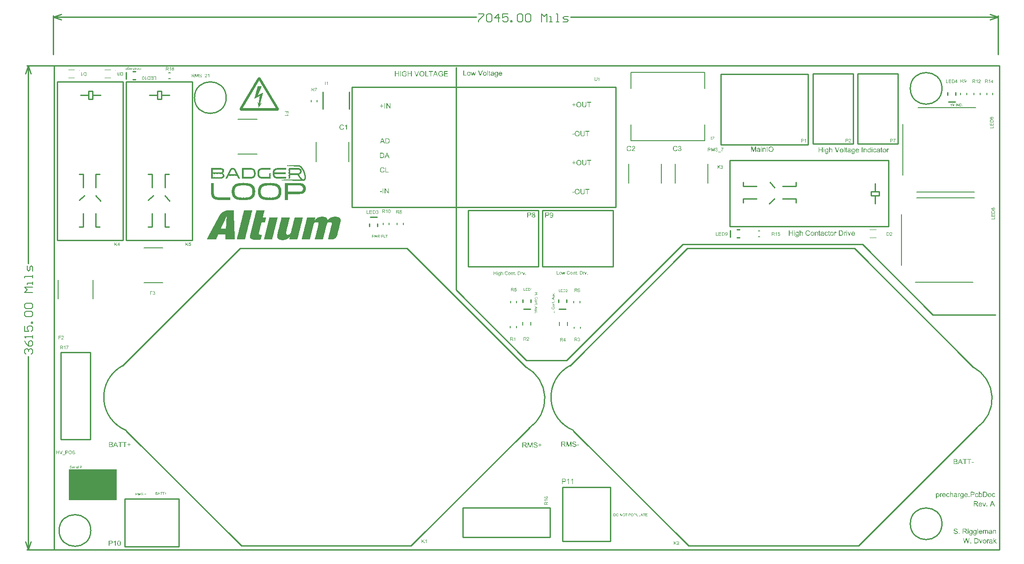
<source format=gto>
G04*
G04 #@! TF.GenerationSoftware,Altium Limited,Altium Designer,18.1.11 (251)*
G04*
G04 Layer_Color=65535*
%FSLAX25Y25*%
%MOIN*%
G70*
G01*
G75*
%ADD10C,0.01000*%
%ADD11C,0.00394*%
%ADD12C,0.00787*%
%ADD13C,0.00472*%
%ADD14C,0.00600*%
G36*
X152900Y352674D02*
X153245D01*
Y352605D01*
X153383D01*
Y352536D01*
X153521D01*
Y352467D01*
X153590D01*
Y352397D01*
X153659D01*
Y352328D01*
X153797D01*
Y352259D01*
Y352190D01*
X153866D01*
Y352121D01*
X153935D01*
Y352052D01*
X154004D01*
Y351983D01*
Y351914D01*
X154073D01*
Y351845D01*
X154142D01*
Y351776D01*
Y351707D01*
X154211D01*
Y351638D01*
Y351569D01*
X154280D01*
Y351500D01*
X154349D01*
Y351431D01*
Y351362D01*
X154418D01*
Y351293D01*
Y351224D01*
X154487D01*
Y351155D01*
X154556D01*
Y351086D01*
Y351017D01*
X154625D01*
Y350948D01*
Y350879D01*
X154694D01*
Y350810D01*
X154763D01*
Y350741D01*
Y350672D01*
X154832D01*
Y350603D01*
Y350534D01*
X154901D01*
Y350465D01*
X154970D01*
Y350396D01*
Y350327D01*
X155039D01*
Y350258D01*
Y350189D01*
X155108D01*
Y350120D01*
X155177D01*
Y350051D01*
Y349982D01*
X155246D01*
Y349913D01*
Y349844D01*
X155315D01*
Y349775D01*
X155384D01*
Y349706D01*
Y349637D01*
X155453D01*
Y349568D01*
Y349499D01*
X155522D01*
Y349430D01*
X155591D01*
Y349361D01*
Y349292D01*
X155660D01*
Y349223D01*
Y349154D01*
X155729D01*
Y349085D01*
X155798D01*
Y349016D01*
Y348947D01*
X155867D01*
Y348878D01*
Y348809D01*
X155936D01*
Y348740D01*
X156005D01*
Y348671D01*
Y348602D01*
X156074D01*
Y348533D01*
Y348464D01*
X156143D01*
Y348395D01*
X156212D01*
Y348326D01*
Y348257D01*
X156281D01*
Y348188D01*
Y348119D01*
X156350D01*
Y348050D01*
X156419D01*
Y347981D01*
Y347912D01*
X156488D01*
Y347843D01*
Y347774D01*
X156557D01*
Y347705D01*
X156626D01*
Y347636D01*
Y347567D01*
X156695D01*
Y347498D01*
Y347429D01*
X156764D01*
Y347360D01*
X156833D01*
Y347291D01*
Y347222D01*
X156902D01*
Y347153D01*
Y347084D01*
X156971D01*
Y347015D01*
Y346946D01*
X157040D01*
Y346877D01*
X157109D01*
Y346808D01*
Y346739D01*
X157178D01*
Y346670D01*
X157247D01*
Y346601D01*
Y346532D01*
X157317D01*
Y346463D01*
Y346394D01*
X157386D01*
Y346325D01*
Y346256D01*
X157455D01*
Y346187D01*
X157524D01*
Y346118D01*
Y346049D01*
X157592D01*
Y345980D01*
X157661D01*
Y345911D01*
Y345842D01*
X157730D01*
Y345773D01*
Y345704D01*
X157799D01*
Y345635D01*
X157869D01*
Y345566D01*
Y345497D01*
X157938D01*
Y345428D01*
Y345359D01*
X158007D01*
Y345290D01*
X158075D01*
Y345221D01*
Y345152D01*
X158144D01*
Y345083D01*
Y345014D01*
X158213D01*
Y344945D01*
X158282D01*
Y344876D01*
Y344807D01*
X158352D01*
Y344738D01*
Y344669D01*
X158421D01*
Y344600D01*
X158490D01*
Y344531D01*
Y344462D01*
X158559D01*
Y344393D01*
Y344324D01*
X158628D01*
Y344255D01*
X158697D01*
Y344186D01*
Y344117D01*
X158766D01*
Y344048D01*
Y343979D01*
X158835D01*
Y343910D01*
X158904D01*
Y343841D01*
Y343772D01*
X158973D01*
Y343703D01*
Y343634D01*
X159042D01*
Y343565D01*
Y343496D01*
X159111D01*
Y343427D01*
X159180D01*
Y343358D01*
Y343289D01*
X159249D01*
Y343219D01*
X159318D01*
Y343151D01*
Y343082D01*
X159387D01*
Y343012D01*
Y342944D01*
X159456D01*
Y342875D01*
X159525D01*
Y342806D01*
Y342737D01*
X159594D01*
Y342668D01*
Y342599D01*
X159663D01*
Y342530D01*
X159732D01*
Y342460D01*
Y342391D01*
X159801D01*
Y342322D01*
Y342253D01*
X159870D01*
Y342184D01*
X159939D01*
Y342115D01*
Y342046D01*
X160008D01*
Y341977D01*
Y341908D01*
X160077D01*
Y341839D01*
X160146D01*
Y341770D01*
Y341701D01*
X160215D01*
Y341632D01*
Y341563D01*
X160284D01*
Y341494D01*
X160353D01*
Y341425D01*
Y341356D01*
X160422D01*
Y341287D01*
Y341218D01*
X160491D01*
Y341149D01*
X160560D01*
Y341080D01*
Y341011D01*
X160629D01*
Y340942D01*
Y340873D01*
X160698D01*
Y340804D01*
Y340735D01*
X160767D01*
Y340666D01*
X160836D01*
Y340597D01*
Y340528D01*
X160905D01*
Y340459D01*
X160974D01*
Y340390D01*
Y340321D01*
X161043D01*
Y340252D01*
Y340183D01*
X161112D01*
Y340114D01*
X161181D01*
Y340045D01*
Y339976D01*
X161250D01*
Y339907D01*
Y339838D01*
X161319D01*
Y339769D01*
X161388D01*
Y339700D01*
Y339631D01*
X161457D01*
Y339562D01*
Y339493D01*
X161526D01*
Y339424D01*
X161595D01*
Y339355D01*
Y339286D01*
X161664D01*
Y339217D01*
Y339148D01*
X161733D01*
Y339079D01*
X161802D01*
Y339010D01*
Y338941D01*
X161871D01*
Y338872D01*
Y338803D01*
X161940D01*
Y338734D01*
Y338665D01*
X162009D01*
Y338596D01*
X162078D01*
Y338527D01*
Y338458D01*
X162147D01*
Y338389D01*
X162216D01*
Y338320D01*
Y338251D01*
X162285D01*
Y338182D01*
Y338113D01*
X162354D01*
Y338044D01*
Y337975D01*
X162423D01*
Y337906D01*
X162492D01*
Y337837D01*
Y337768D01*
X162561D01*
Y337699D01*
Y337630D01*
X162630D01*
Y337561D01*
X162699D01*
Y337492D01*
Y337423D01*
X162768D01*
Y337354D01*
Y337285D01*
X162837D01*
Y337216D01*
X162906D01*
Y337147D01*
Y337078D01*
X162975D01*
Y337009D01*
Y336940D01*
X163044D01*
Y336871D01*
X163113D01*
Y336802D01*
Y336733D01*
X163182D01*
Y336664D01*
Y336595D01*
X163251D01*
Y336526D01*
X163320D01*
Y336457D01*
Y336388D01*
X163389D01*
Y336319D01*
Y336250D01*
X163458D01*
Y336181D01*
X163527D01*
Y336112D01*
Y336043D01*
X163596D01*
Y335974D01*
Y335905D01*
X163665D01*
Y335836D01*
X163734D01*
Y335767D01*
Y335698D01*
X163803D01*
Y335629D01*
Y335560D01*
X163872D01*
Y335491D01*
X163941D01*
Y335422D01*
Y335353D01*
X164010D01*
Y335284D01*
Y335215D01*
X164079D01*
Y335146D01*
X164148D01*
Y335077D01*
Y335008D01*
X164217D01*
Y334939D01*
Y334870D01*
X164286D01*
Y334801D01*
X164355D01*
Y334732D01*
Y334663D01*
X164424D01*
Y334594D01*
Y334525D01*
X164493D01*
Y334456D01*
X164562D01*
Y334387D01*
Y334318D01*
X164631D01*
Y334249D01*
Y334180D01*
X164700D01*
Y334111D01*
Y334042D01*
X164769D01*
Y333973D01*
X164838D01*
Y333904D01*
Y333835D01*
X164907D01*
Y333766D01*
X164976D01*
Y333697D01*
Y333628D01*
X165045D01*
Y333559D01*
Y333490D01*
X165114D01*
Y333421D01*
X165183D01*
Y333352D01*
Y333282D01*
X165252D01*
Y333213D01*
Y333144D01*
X165321D01*
Y333075D01*
Y333007D01*
X165390D01*
Y332938D01*
X165459D01*
Y332869D01*
Y332800D01*
X165528D01*
Y332731D01*
Y332662D01*
X165597D01*
Y332593D01*
X165666D01*
Y332523D01*
Y332454D01*
X165735D01*
Y332385D01*
Y332316D01*
X165804D01*
Y332247D01*
X165873D01*
Y332178D01*
Y332109D01*
X165942D01*
Y332040D01*
Y331971D01*
X166011D01*
Y331902D01*
X166080D01*
Y331833D01*
Y331764D01*
X166149D01*
Y331695D01*
Y331626D01*
X166218D01*
Y331557D01*
X166287D01*
Y331488D01*
Y331419D01*
X166356D01*
Y331350D01*
Y331281D01*
X166425D01*
Y331212D01*
X166494D01*
Y331143D01*
Y331074D01*
X166563D01*
Y331005D01*
Y330936D01*
X166632D01*
Y330867D01*
X166701D01*
Y330798D01*
Y330729D01*
X166770D01*
Y330660D01*
Y330591D01*
X166839D01*
Y330522D01*
X166908D01*
Y330453D01*
Y330384D01*
X166977D01*
Y330315D01*
Y330246D01*
X167046D01*
Y330177D01*
X167115D01*
Y330108D01*
Y330039D01*
X167184D01*
Y329970D01*
Y329901D01*
X167253D01*
Y329832D01*
Y329763D01*
X167323D01*
Y329694D01*
Y329625D01*
X167392D01*
Y329556D01*
Y329487D01*
Y329418D01*
X167461D01*
Y329349D01*
Y329280D01*
Y329211D01*
Y329142D01*
Y329073D01*
Y329004D01*
Y328935D01*
Y328866D01*
Y328797D01*
Y328728D01*
Y328659D01*
X167392D01*
Y328590D01*
Y328521D01*
Y328452D01*
X167323D01*
Y328383D01*
X167253D01*
Y328314D01*
Y328245D01*
X167115D01*
Y328176D01*
Y328107D01*
X167046D01*
Y328038D01*
X166908D01*
Y327969D01*
X166701D01*
Y327900D01*
X139099D01*
Y327969D01*
X138961D01*
Y328038D01*
X138823D01*
Y328107D01*
X138754D01*
Y328176D01*
X138616D01*
Y328245D01*
X138547D01*
Y328314D01*
Y328383D01*
X138478D01*
Y328452D01*
X138409D01*
Y328521D01*
Y328590D01*
X138339D01*
Y328659D01*
Y328728D01*
X138270D01*
Y328797D01*
Y328866D01*
Y328935D01*
Y329004D01*
X138201D01*
Y329073D01*
Y329142D01*
Y329211D01*
Y329280D01*
Y329349D01*
X138270D01*
Y329418D01*
Y329487D01*
Y329556D01*
Y329625D01*
X138339D01*
Y329694D01*
Y329763D01*
X138409D01*
Y329832D01*
X138478D01*
Y329901D01*
Y329970D01*
X138547D01*
Y330039D01*
Y330108D01*
X138616D01*
Y330177D01*
Y330246D01*
X138685D01*
Y330315D01*
X138754D01*
Y330384D01*
Y330453D01*
X138823D01*
Y330522D01*
Y330591D01*
X138892D01*
Y330660D01*
X138961D01*
Y330729D01*
Y330798D01*
X139030D01*
Y330867D01*
Y330936D01*
X139099D01*
Y331005D01*
X139168D01*
Y331074D01*
Y331143D01*
X139237D01*
Y331212D01*
Y331281D01*
X139306D01*
Y331350D01*
X139375D01*
Y331419D01*
Y331488D01*
X139444D01*
Y331557D01*
Y331626D01*
X139513D01*
Y331695D01*
Y331764D01*
X139582D01*
Y331833D01*
X139651D01*
Y331902D01*
Y331971D01*
X139720D01*
Y332040D01*
Y332109D01*
X139789D01*
Y332178D01*
X139858D01*
Y332247D01*
Y332316D01*
X139927D01*
Y332385D01*
Y332454D01*
X139996D01*
Y332523D01*
Y332593D01*
X140065D01*
Y332662D01*
X140134D01*
Y332731D01*
Y332800D01*
X140203D01*
Y332869D01*
Y332938D01*
X140272D01*
Y333007D01*
X140341D01*
Y333075D01*
Y333144D01*
X140410D01*
Y333213D01*
Y333282D01*
X140479D01*
Y333352D01*
Y333421D01*
X140548D01*
Y333490D01*
X140617D01*
Y333559D01*
Y333628D01*
X140686D01*
Y333697D01*
Y333766D01*
X140755D01*
Y333835D01*
X140824D01*
Y333904D01*
Y333973D01*
X140893D01*
Y334042D01*
Y334111D01*
X140962D01*
Y334180D01*
X141031D01*
Y334249D01*
Y334318D01*
X141100D01*
Y334387D01*
Y334456D01*
X141169D01*
Y334525D01*
X141238D01*
Y334594D01*
Y334663D01*
X141307D01*
Y334732D01*
Y334801D01*
X141376D01*
Y334870D01*
X141445D01*
Y334939D01*
Y335008D01*
X141514D01*
Y335077D01*
Y335146D01*
X141583D01*
Y335215D01*
X141652D01*
Y335284D01*
Y335353D01*
X141721D01*
Y335422D01*
Y335491D01*
X141790D01*
Y335560D01*
X141859D01*
Y335629D01*
Y335698D01*
X141928D01*
Y335767D01*
Y335836D01*
X141997D01*
Y335905D01*
X142066D01*
Y335974D01*
Y336043D01*
X142135D01*
Y336112D01*
Y336181D01*
X142204D01*
Y336250D01*
Y336319D01*
X142273D01*
Y336388D01*
X142342D01*
Y336457D01*
Y336526D01*
X142411D01*
Y336595D01*
Y336664D01*
X142480D01*
Y336733D01*
X142549D01*
Y336802D01*
Y336871D01*
X142618D01*
Y336940D01*
Y337009D01*
X142687D01*
Y337078D01*
X142756D01*
Y337147D01*
Y337216D01*
X142825D01*
Y337285D01*
Y337354D01*
X142894D01*
Y337423D01*
Y337492D01*
X142963D01*
Y337561D01*
X143032D01*
Y337630D01*
Y337699D01*
X143101D01*
Y337768D01*
Y337837D01*
X143170D01*
Y337906D01*
X143239D01*
Y337975D01*
Y338044D01*
X143308D01*
Y338113D01*
Y338182D01*
X143377D01*
Y338251D01*
X143446D01*
Y338320D01*
Y338389D01*
X143515D01*
Y338458D01*
Y338527D01*
X143584D01*
Y338596D01*
X143653D01*
Y338665D01*
Y338734D01*
X143722D01*
Y338803D01*
Y338872D01*
X143791D01*
Y338941D01*
Y339010D01*
X143860D01*
Y339079D01*
X143929D01*
Y339148D01*
Y339217D01*
X143998D01*
Y339286D01*
Y339355D01*
X144067D01*
Y339424D01*
X144136D01*
Y339493D01*
Y339562D01*
X144205D01*
Y339631D01*
Y339700D01*
X144274D01*
Y339769D01*
X144343D01*
Y339838D01*
Y339907D01*
X144412D01*
Y339976D01*
Y340045D01*
X144481D01*
Y340114D01*
X144550D01*
Y340183D01*
Y340252D01*
X144619D01*
Y340321D01*
Y340390D01*
X144688D01*
Y340459D01*
X144757D01*
Y340528D01*
Y340597D01*
X144826D01*
Y340666D01*
Y340735D01*
X144895D01*
Y340804D01*
X144964D01*
Y340873D01*
Y340942D01*
X145033D01*
Y341011D01*
Y341080D01*
X145102D01*
Y341149D01*
X145171D01*
Y341218D01*
Y341287D01*
X145240D01*
Y341356D01*
Y341425D01*
X145309D01*
Y341494D01*
X145378D01*
Y341563D01*
Y341632D01*
Y341701D01*
X145447D01*
Y341770D01*
X145516D01*
Y341839D01*
Y341908D01*
X145585D01*
Y341977D01*
X145654D01*
Y342046D01*
Y342115D01*
X145723D01*
Y342184D01*
Y342253D01*
X145792D01*
Y342322D01*
X145861D01*
Y342391D01*
Y342460D01*
X145930D01*
Y342530D01*
Y342599D01*
X145999D01*
Y342668D01*
Y342737D01*
X146068D01*
Y342806D01*
X146137D01*
Y342875D01*
Y342944D01*
X146206D01*
Y343012D01*
Y343082D01*
X146275D01*
Y343151D01*
X146344D01*
Y343219D01*
Y343289D01*
X146413D01*
Y343358D01*
Y343427D01*
X146482D01*
Y343496D01*
X146551D01*
Y343565D01*
Y343634D01*
X146620D01*
Y343703D01*
Y343772D01*
X146689D01*
Y343841D01*
Y343910D01*
X146758D01*
Y343979D01*
X146827D01*
Y344048D01*
Y344117D01*
X146896D01*
Y344186D01*
Y344255D01*
X146965D01*
Y344324D01*
X147034D01*
Y344393D01*
Y344462D01*
X147103D01*
Y344531D01*
Y344600D01*
X147172D01*
Y344669D01*
X147241D01*
Y344738D01*
Y344807D01*
X147310D01*
Y344876D01*
Y344945D01*
X147379D01*
Y345014D01*
X147449D01*
Y345083D01*
Y345152D01*
X147518D01*
Y345221D01*
Y345290D01*
X147587D01*
Y345359D01*
X147655D01*
Y345428D01*
X147724D01*
Y345497D01*
Y345566D01*
Y345635D01*
X147793D01*
Y345704D01*
X147863D01*
Y345773D01*
Y345842D01*
X147932D01*
Y345911D01*
Y345980D01*
X148001D01*
Y346049D01*
Y346118D01*
X148070D01*
Y346187D01*
X148138D01*
Y346256D01*
Y346325D01*
X148207D01*
Y346394D01*
X148276D01*
Y346463D01*
Y346532D01*
X148345D01*
Y346601D01*
Y346670D01*
X148415D01*
Y346739D01*
Y346808D01*
X148484D01*
Y346877D01*
X148553D01*
Y346946D01*
Y347015D01*
X148622D01*
Y347084D01*
Y347153D01*
X148691D01*
Y347222D01*
X148760D01*
Y347291D01*
Y347360D01*
X148829D01*
Y347429D01*
Y347498D01*
X148898D01*
Y347567D01*
Y347636D01*
X148967D01*
Y347705D01*
X149036D01*
Y347774D01*
Y347843D01*
X149105D01*
Y347912D01*
Y347981D01*
X149174D01*
Y348050D01*
X149243D01*
Y348119D01*
Y348188D01*
X149312D01*
Y348257D01*
Y348326D01*
X149381D01*
Y348395D01*
X149450D01*
Y348464D01*
Y348533D01*
X149519D01*
Y348602D01*
Y348671D01*
X149588D01*
Y348740D01*
Y348809D01*
X149657D01*
Y348878D01*
X149726D01*
Y348947D01*
Y349016D01*
X149795D01*
Y349085D01*
Y349154D01*
X149864D01*
Y349223D01*
X149933D01*
Y349292D01*
Y349361D01*
X150002D01*
Y349430D01*
Y349499D01*
X150071D01*
Y349568D01*
X150140D01*
Y349637D01*
Y349706D01*
X150209D01*
Y349775D01*
Y349844D01*
X150278D01*
Y349913D01*
X150347D01*
Y349982D01*
Y350051D01*
X150416D01*
Y350120D01*
Y350189D01*
X150485D01*
Y350258D01*
X150554D01*
Y350327D01*
Y350396D01*
X150623D01*
Y350465D01*
Y350534D01*
X150692D01*
Y350603D01*
X150761D01*
Y350672D01*
Y350741D01*
X150830D01*
Y350810D01*
Y350879D01*
X150899D01*
Y350948D01*
X150968D01*
Y351017D01*
Y351086D01*
X151037D01*
Y351155D01*
X151106D01*
Y351224D01*
Y351293D01*
X151175D01*
Y351362D01*
Y351431D01*
X151244D01*
Y351500D01*
X151313D01*
Y351569D01*
Y351638D01*
X151382D01*
Y351707D01*
X151451D01*
Y351776D01*
Y351845D01*
X151520D01*
Y351914D01*
X151589D01*
Y351983D01*
X151658D01*
Y352052D01*
Y352121D01*
X151727D01*
Y352190D01*
X151796D01*
Y352259D01*
X151865D01*
Y352328D01*
X151934D01*
Y352397D01*
X152003D01*
Y352467D01*
X152072D01*
Y352536D01*
X152210D01*
Y352605D01*
X152348D01*
Y352674D01*
X152624D01*
Y352743D01*
X152900D01*
Y352674D01*
D02*
G37*
G36*
X182262Y287257D02*
X182526D01*
Y287204D01*
X182579D01*
Y287151D01*
X182632D01*
Y287204D01*
X182579D01*
Y287257D01*
X182632D01*
Y287204D01*
X182685D01*
Y287151D01*
X182738D01*
Y287204D01*
X182790D01*
Y287151D01*
X182949D01*
Y287098D01*
X183002D01*
Y287045D01*
X183055D01*
Y287098D01*
X183002D01*
Y287151D01*
X183055D01*
Y287098D01*
X183107D01*
Y287045D01*
X183160D01*
Y286992D01*
X183213D01*
Y286939D01*
X183372D01*
Y286887D01*
X183425D01*
Y286834D01*
X183583D01*
Y286781D01*
X183636D01*
Y286728D01*
X183689D01*
Y286675D01*
X183742D01*
Y286622D01*
X183847D01*
Y286569D01*
Y286516D01*
X184006D01*
Y286464D01*
X184059D01*
Y286411D01*
X184112D01*
Y286358D01*
X184165D01*
Y286305D01*
X184217D01*
Y286252D01*
X184270D01*
Y286199D01*
X184323D01*
Y286147D01*
X184376D01*
Y286094D01*
X184429D01*
Y286041D01*
X184482D01*
Y285988D01*
X184535D01*
Y285935D01*
X184587D01*
Y285882D01*
X184640D01*
Y285829D01*
X184693D01*
Y285777D01*
X184746D01*
Y285724D01*
Y285671D01*
X184852D01*
Y285618D01*
X184799D01*
Y285565D01*
X184904D01*
Y285512D01*
Y285459D01*
X184957D01*
Y285407D01*
X185010D01*
Y285354D01*
X185063D01*
Y285301D01*
X185116D01*
Y285248D01*
X185169D01*
Y285195D01*
X185222D01*
Y285142D01*
X185274D01*
Y285089D01*
X185222D01*
Y285037D01*
X185274D01*
Y284984D01*
X185327D01*
Y284931D01*
X185380D01*
Y284878D01*
X185433D01*
Y284825D01*
X185486D01*
Y284772D01*
X185433D01*
Y284720D01*
X185539D01*
Y284667D01*
Y284614D01*
X185591D01*
Y284561D01*
X185644D01*
Y284508D01*
X185697D01*
Y284455D01*
X185644D01*
Y284402D01*
X185697D01*
Y284350D01*
X185750D01*
Y284297D01*
X185803D01*
Y284244D01*
Y284191D01*
X185856D01*
Y284138D01*
Y284085D01*
X185909D01*
Y284033D01*
X185961D01*
Y283980D01*
X186014D01*
Y283927D01*
X185961D01*
Y283874D01*
X186014D01*
Y283821D01*
X186067D01*
Y283768D01*
X186120D01*
Y283715D01*
X186067D01*
Y283663D01*
X186120D01*
Y283610D01*
X186173D01*
Y283557D01*
X186226D01*
Y283504D01*
X186173D01*
Y283451D01*
X186226D01*
Y283398D01*
X186279D01*
Y283345D01*
X186331D01*
Y283293D01*
X186279D01*
Y283240D01*
X186331D01*
Y283187D01*
X186384D01*
Y283134D01*
X186437D01*
Y283081D01*
X186384D01*
Y283028D01*
X186437D01*
Y282976D01*
X186490D01*
Y282923D01*
X186543D01*
Y282870D01*
X186490D01*
Y282817D01*
X186543D01*
Y282764D01*
X186596D01*
Y282711D01*
X186649D01*
Y282658D01*
X186596D01*
Y282606D01*
X186649D01*
Y282553D01*
Y282500D01*
Y282447D01*
X186701D01*
Y282394D01*
X186754D01*
Y282341D01*
X186701D01*
Y282288D01*
X186754D01*
Y282236D01*
X186807D01*
Y282183D01*
Y282130D01*
Y282077D01*
X186860D01*
Y282024D01*
Y281971D01*
Y281918D01*
X186913D01*
Y281866D01*
X186966D01*
Y281813D01*
X186913D01*
Y281760D01*
X186966D01*
Y281707D01*
Y281654D01*
Y281601D01*
X187019D01*
Y281549D01*
Y281496D01*
Y281443D01*
X187071D01*
Y281390D01*
Y281337D01*
Y281284D01*
X187124D01*
Y281231D01*
X187177D01*
Y281178D01*
X187124D01*
Y281126D01*
X187177D01*
Y281073D01*
X187124D01*
Y281020D01*
X187177D01*
Y280967D01*
X187230D01*
Y280914D01*
Y280861D01*
Y280808D01*
X187283D01*
Y280756D01*
X187230D01*
Y280703D01*
X187283D01*
Y280650D01*
X187230D01*
Y280597D01*
X187283D01*
Y280544D01*
X187336D01*
Y280491D01*
X187389D01*
Y280439D01*
X187336D01*
Y280386D01*
X187389D01*
Y280333D01*
X187336D01*
Y280280D01*
X187389D01*
Y280227D01*
Y280174D01*
Y280121D01*
X187441D01*
Y280069D01*
Y280016D01*
Y279963D01*
X187494D01*
Y279910D01*
X187441D01*
Y279857D01*
X187494D01*
Y279804D01*
X187441D01*
Y279751D01*
X187494D01*
Y279699D01*
Y279646D01*
Y279593D01*
Y279540D01*
Y279487D01*
X187547D01*
Y279434D01*
Y279381D01*
Y279329D01*
X187600D01*
Y279276D01*
X187547D01*
Y279223D01*
X187600D01*
Y279170D01*
X187547D01*
Y279117D01*
X187600D01*
Y279064D01*
X187547D01*
Y279012D01*
X187600D01*
Y278959D01*
X187547D01*
Y278906D01*
X187600D01*
Y278853D01*
X187547D01*
Y278800D01*
X187600D01*
Y278747D01*
X187653D01*
Y278694D01*
X187600D01*
Y278642D01*
X187547D01*
Y278589D01*
X187600D01*
Y278536D01*
X187653D01*
Y278483D01*
X187600D01*
Y278430D01*
X187653D01*
Y278377D01*
X187600D01*
Y278325D01*
X187653D01*
Y278272D01*
X187600D01*
Y278219D01*
X187653D01*
Y278166D01*
X187600D01*
Y278113D01*
X187653D01*
Y278060D01*
X187600D01*
Y278007D01*
Y277955D01*
Y277902D01*
Y277849D01*
Y277796D01*
X187547D01*
Y277743D01*
X187600D01*
Y277690D01*
X187547D01*
Y277637D01*
X187600D01*
Y277585D01*
X187547D01*
Y277532D01*
X187600D01*
Y277479D01*
X187547D01*
Y277426D01*
X187600D01*
Y277373D01*
X187547D01*
Y277320D01*
Y277268D01*
Y277215D01*
X187494D01*
Y277162D01*
X187547D01*
Y277109D01*
X187494D01*
Y277056D01*
X187441D01*
Y277003D01*
X187494D01*
Y276950D01*
X187441D01*
Y276898D01*
Y276845D01*
Y276792D01*
X187389D01*
Y276739D01*
X187336D01*
Y276686D01*
X187389D01*
Y276633D01*
X187336D01*
Y276580D01*
Y276528D01*
Y276475D01*
X187283D01*
Y276422D01*
X187230D01*
Y276369D01*
Y276316D01*
X187177D01*
Y276263D01*
Y276210D01*
X187124D01*
Y276157D01*
X187071D01*
Y276105D01*
X187019D01*
Y276052D01*
X186966D01*
Y275999D01*
X186913D01*
Y275946D01*
Y275893D01*
X186807D01*
Y275840D01*
X186754D01*
Y275788D01*
X186701D01*
Y275735D01*
X186649D01*
Y275682D01*
X186490D01*
Y275629D01*
X186543D01*
Y275576D01*
X186490D01*
Y275629D01*
X186437D01*
Y275576D01*
X186279D01*
Y275523D01*
X186226D01*
Y275576D01*
X186173D01*
Y275523D01*
X186226D01*
Y275470D01*
X186173D01*
Y275523D01*
X186120D01*
Y275470D01*
X184904D01*
Y275523D01*
X184852D01*
Y275470D01*
X184693D01*
Y275523D01*
X184640D01*
Y275470D01*
X184482D01*
Y275523D01*
X184429D01*
Y275470D01*
X184376D01*
Y275523D01*
X184323D01*
Y275470D01*
X184270D01*
Y275523D01*
X184217D01*
Y275470D01*
X184165D01*
Y275523D01*
X184112D01*
Y275470D01*
X184059D01*
Y275523D01*
X184006D01*
Y275470D01*
X183953D01*
Y275523D01*
X183900D01*
Y275470D01*
X183847D01*
Y275523D01*
X183795D01*
Y275470D01*
X183742D01*
Y275523D01*
X183689D01*
Y275470D01*
X183636D01*
Y275523D01*
X183583D01*
Y275470D01*
X183530D01*
Y275523D01*
X183477D01*
Y275470D01*
X183425D01*
Y275523D01*
X183372D01*
Y275470D01*
X183319D01*
Y275523D01*
X183266D01*
Y275576D01*
X183213D01*
Y275523D01*
X183266D01*
Y275470D01*
X183213D01*
Y275523D01*
X183055D01*
Y275576D01*
X183002D01*
Y275523D01*
X183055D01*
Y275470D01*
X183002D01*
Y275523D01*
X182949D01*
Y275576D01*
X182896D01*
Y275523D01*
X182843D01*
Y275576D01*
X182790D01*
Y275523D01*
X182843D01*
Y275470D01*
X182790D01*
Y275523D01*
X182738D01*
Y275576D01*
X182685D01*
Y275523D01*
X182632D01*
Y275576D01*
X182579D01*
Y275523D01*
X182632D01*
Y275470D01*
X182579D01*
Y275523D01*
X182526D01*
Y275576D01*
X182473D01*
Y275523D01*
X182420D01*
Y275576D01*
X182368D01*
Y275523D01*
X182420D01*
Y275470D01*
X182368D01*
Y275523D01*
X182315D01*
Y275576D01*
X182262D01*
Y275523D01*
X182209D01*
Y275576D01*
X182156D01*
Y275523D01*
X182103D01*
Y275576D01*
X182050D01*
Y275523D01*
X181998D01*
Y275576D01*
X181945D01*
Y275523D01*
X181892D01*
Y275576D01*
X181839D01*
Y275523D01*
X181786D01*
Y275576D01*
X181733D01*
Y275523D01*
X181681D01*
Y275576D01*
X179936D01*
Y275629D01*
X179884D01*
Y275576D01*
X179725D01*
Y275629D01*
X179672D01*
Y275576D01*
X179514D01*
Y275629D01*
X179461D01*
Y275576D01*
X179408D01*
Y275629D01*
X179355D01*
Y275576D01*
X179302D01*
Y275629D01*
X179249D01*
Y275576D01*
X179196D01*
Y275629D01*
X179144D01*
Y275576D01*
X179091D01*
Y275629D01*
X179038D01*
Y275576D01*
X178985D01*
Y275629D01*
X178932D01*
Y275576D01*
X178879D01*
Y275629D01*
X178826D01*
Y275576D01*
X178774D01*
Y275629D01*
X178721D01*
Y275576D01*
X178668D01*
Y275629D01*
X178615D01*
Y275576D01*
X178562D01*
Y275629D01*
X178509D01*
Y275682D01*
X178456D01*
Y275629D01*
X178509D01*
Y275576D01*
X178456D01*
Y275629D01*
X178404D01*
Y275576D01*
X178351D01*
Y275629D01*
X178298D01*
Y275682D01*
X178245D01*
Y275629D01*
X178298D01*
Y275576D01*
X178245D01*
Y275629D01*
X178087D01*
Y275682D01*
X178034D01*
Y275629D01*
X178087D01*
Y275576D01*
X178034D01*
Y275629D01*
X177875D01*
Y275682D01*
X177822D01*
Y275629D01*
X177769D01*
Y275682D01*
X177717D01*
Y275629D01*
X177664D01*
Y275682D01*
X177611D01*
Y275629D01*
X177558D01*
Y275682D01*
X177505D01*
Y275629D01*
X177452D01*
Y275682D01*
X177400D01*
Y275629D01*
X177347D01*
Y275682D01*
X177294D01*
Y275629D01*
X177241D01*
Y275682D01*
X177188D01*
Y275629D01*
X177135D01*
Y275682D01*
X177082D01*
Y275629D01*
X177030D01*
Y275682D01*
X176977D01*
Y275629D01*
X176924D01*
Y275682D01*
X176871D01*
Y275629D01*
X176818D01*
Y275682D01*
X176765D01*
Y275629D01*
X176712D01*
Y275682D01*
X176660D01*
Y275629D01*
X176607D01*
Y275682D01*
X176554D01*
Y275629D01*
X176501D01*
Y275682D01*
X176448D01*
Y275629D01*
X176395D01*
Y275682D01*
X176342D01*
Y275629D01*
X176290D01*
Y275682D01*
X175920D01*
Y275629D01*
X175867D01*
Y275682D01*
X174757D01*
Y275735D01*
X174704D01*
Y275682D01*
X174546D01*
Y275735D01*
X174493D01*
Y275682D01*
X174334D01*
Y275735D01*
X174281D01*
Y275682D01*
X174228D01*
Y275735D01*
X174176D01*
Y275682D01*
X174123D01*
Y275735D01*
X174070D01*
Y275682D01*
X174017D01*
Y275735D01*
X173964D01*
Y275682D01*
X173911D01*
Y275735D01*
X173858D01*
Y275682D01*
X173805D01*
Y275735D01*
X173753D01*
Y275788D01*
X173700D01*
Y275735D01*
X173753D01*
Y275682D01*
X173700D01*
Y275735D01*
X173647D01*
Y275682D01*
X173594D01*
Y275735D01*
X173541D01*
Y275788D01*
X173488D01*
Y275735D01*
X173541D01*
Y275682D01*
X173488D01*
Y275735D01*
X173436D01*
Y275682D01*
X173383D01*
Y275735D01*
X173330D01*
Y275788D01*
X173277D01*
Y275735D01*
X173330D01*
Y275682D01*
X173277D01*
Y275735D01*
X173224D01*
Y275682D01*
X173171D01*
Y275735D01*
X173118D01*
Y275788D01*
X173066D01*
Y275735D01*
X172907D01*
Y275788D01*
X172854D01*
Y275735D01*
X172907D01*
Y275682D01*
X172854D01*
Y275735D01*
X172696D01*
Y275788D01*
X172643D01*
Y275735D01*
X172590D01*
Y275788D01*
X172537D01*
Y275735D01*
X172484D01*
Y275788D01*
X172431D01*
Y275735D01*
X172484D01*
Y275682D01*
X172431D01*
Y275735D01*
X172379D01*
Y275788D01*
X172326D01*
Y275735D01*
X172273D01*
Y275788D01*
X172220D01*
Y275735D01*
X172167D01*
Y275788D01*
X172114D01*
Y275735D01*
X172061D01*
Y275788D01*
X172009D01*
Y275735D01*
X171956D01*
Y275788D01*
X171903D01*
Y275735D01*
X171850D01*
Y275788D01*
X171797D01*
Y275735D01*
X171744D01*
Y275788D01*
X171692D01*
Y275735D01*
X171639D01*
Y275788D01*
X171586D01*
Y275735D01*
X171533D01*
Y275788D01*
X171163D01*
Y275735D01*
X171110D01*
Y275788D01*
X169789D01*
Y275840D01*
X169736D01*
Y275788D01*
X169577D01*
Y275840D01*
X169525D01*
Y275893D01*
X169472D01*
Y275946D01*
X169525D01*
Y275999D01*
X169472D01*
Y276052D01*
X169525D01*
Y276105D01*
X169472D01*
Y276157D01*
X169525D01*
Y276210D01*
X169472D01*
Y276263D01*
X169525D01*
Y276316D01*
X169577D01*
Y276263D01*
X169736D01*
Y276316D01*
X169789D01*
Y276263D01*
X169947D01*
Y276316D01*
X170000D01*
Y276263D01*
X170053D01*
Y276316D01*
X170106D01*
Y276263D01*
X170159D01*
Y276316D01*
X170106D01*
Y276369D01*
X170159D01*
Y276316D01*
X170212D01*
Y276263D01*
X170264D01*
Y276316D01*
X170317D01*
Y276263D01*
X170370D01*
Y276316D01*
X170423D01*
Y276263D01*
X170476D01*
Y276316D01*
X170529D01*
Y276263D01*
X170582D01*
Y276316D01*
X170529D01*
Y276369D01*
X170582D01*
Y276316D01*
X170634D01*
Y276263D01*
X170687D01*
Y276316D01*
X170740D01*
Y276263D01*
X170793D01*
Y276316D01*
X170740D01*
Y276369D01*
X170793D01*
Y276316D01*
X170846D01*
Y276263D01*
X170899D01*
Y276316D01*
X170951D01*
Y276263D01*
X171004D01*
Y276316D01*
X170951D01*
Y276369D01*
X171004D01*
Y276316D01*
X171057D01*
Y276263D01*
X171110D01*
Y276316D01*
X171163D01*
Y276369D01*
X171216D01*
Y276316D01*
X171374D01*
Y276369D01*
X171427D01*
Y276316D01*
X171586D01*
Y276369D01*
X171639D01*
Y276316D01*
X171692D01*
Y276369D01*
X171744D01*
Y276316D01*
X171797D01*
Y276369D01*
X171850D01*
Y276316D01*
X171903D01*
Y276369D01*
X171956D01*
Y276316D01*
X172009D01*
Y276369D01*
X172061D01*
Y276316D01*
X172114D01*
Y276369D01*
X172167D01*
Y276316D01*
X172220D01*
Y276369D01*
X172273D01*
Y276316D01*
X172326D01*
Y276369D01*
X172379D01*
Y276316D01*
X172431D01*
Y276369D01*
X172484D01*
Y276316D01*
X172537D01*
Y276369D01*
X172590D01*
Y276316D01*
X172643D01*
Y276369D01*
X173013D01*
Y276316D01*
X173066D01*
Y276369D01*
X174704D01*
Y276422D01*
X174757D01*
Y276369D01*
X174915D01*
Y276422D01*
X174968D01*
Y276369D01*
X175021D01*
Y276422D01*
X175074D01*
Y276369D01*
X175127D01*
Y276422D01*
X175180D01*
Y276369D01*
X175233D01*
Y276422D01*
X175285D01*
Y276369D01*
X175338D01*
Y276422D01*
X175391D01*
Y276369D01*
X175444D01*
Y276422D01*
X175497D01*
Y276369D01*
X175550D01*
Y276422D01*
X175602D01*
Y276369D01*
X175655D01*
Y276422D01*
X175708D01*
Y276369D01*
X175761D01*
Y276422D01*
X175814D01*
Y276369D01*
X175867D01*
Y276422D01*
X175920D01*
Y276369D01*
X175972D01*
Y276422D01*
X175920D01*
Y276475D01*
X175972D01*
Y276422D01*
X176025D01*
Y276369D01*
X176078D01*
Y276422D01*
X176131D01*
Y276369D01*
X176184D01*
Y276422D01*
X176237D01*
Y276369D01*
X176290D01*
Y276422D01*
X176342D01*
Y276369D01*
X176395D01*
Y276422D01*
X176342D01*
Y276475D01*
X176395D01*
Y276422D01*
X176448D01*
Y276369D01*
X176501D01*
Y276422D01*
X176554D01*
Y276475D01*
X176607D01*
Y276422D01*
X176660D01*
Y276369D01*
X176712D01*
Y276422D01*
X176660D01*
Y276475D01*
X176712D01*
Y276422D01*
X176765D01*
Y276475D01*
X176818D01*
Y276422D01*
X176871D01*
Y276369D01*
X176924D01*
Y276422D01*
X176977D01*
Y276475D01*
X177030D01*
Y276422D01*
X177082D01*
Y276475D01*
X177135D01*
Y276422D01*
X177188D01*
Y276475D01*
X177241D01*
Y276422D01*
X177294D01*
Y276369D01*
X177347D01*
Y276422D01*
X177294D01*
Y276475D01*
X177347D01*
Y276422D01*
X177400D01*
Y276475D01*
X177452D01*
Y276422D01*
X177505D01*
Y276475D01*
X177558D01*
Y276422D01*
X177611D01*
Y276475D01*
X177664D01*
Y276422D01*
X177717D01*
Y276475D01*
X177769D01*
Y276422D01*
X177822D01*
Y276475D01*
X177875D01*
Y276422D01*
X177928D01*
Y276475D01*
X177981D01*
Y276422D01*
X178034D01*
Y276475D01*
X178192D01*
Y276422D01*
X178245D01*
Y276475D01*
X178404D01*
Y276422D01*
X178456D01*
Y276475D01*
X179249D01*
Y276528D01*
X179302D01*
Y276475D01*
X179672D01*
Y276528D01*
X179725D01*
Y276475D01*
X179884D01*
Y276528D01*
X179936D01*
Y276475D01*
X180095D01*
Y276528D01*
X180148D01*
Y276475D01*
X180201D01*
Y276528D01*
X180254D01*
Y276475D01*
X180306D01*
Y276528D01*
X180359D01*
Y276475D01*
X180412D01*
Y276528D01*
X180465D01*
Y276475D01*
X180518D01*
Y276528D01*
X180571D01*
Y276475D01*
X180623D01*
Y276528D01*
X180676D01*
Y276475D01*
X180729D01*
Y276528D01*
X180782D01*
Y276475D01*
X180835D01*
Y276528D01*
X180888D01*
Y276475D01*
X180941D01*
Y276528D01*
X180888D01*
Y276580D01*
X180941D01*
Y276528D01*
X180993D01*
Y276475D01*
X181046D01*
Y276528D01*
X181099D01*
Y276475D01*
X181152D01*
Y276528D01*
X181099D01*
Y276580D01*
X181152D01*
Y276528D01*
X181205D01*
Y276475D01*
X181258D01*
Y276528D01*
X181310D01*
Y276580D01*
X181363D01*
Y276528D01*
X181416D01*
Y276475D01*
X181469D01*
Y276528D01*
X181416D01*
Y276580D01*
X181469D01*
Y276528D01*
X181522D01*
Y276580D01*
X181575D01*
Y276528D01*
X181628D01*
Y276475D01*
X181681D01*
Y276528D01*
X181733D01*
Y276580D01*
X181786D01*
Y276528D01*
X181839D01*
Y276580D01*
X181892D01*
Y276528D01*
X181945D01*
Y276580D01*
X181998D01*
Y276528D01*
X182050D01*
Y276580D01*
X182103D01*
Y276528D01*
X182156D01*
Y276580D01*
X182209D01*
Y276528D01*
X182262D01*
Y276580D01*
X182315D01*
Y276528D01*
X182368D01*
Y276580D01*
X182420D01*
Y276528D01*
X182473D01*
Y276580D01*
X182526D01*
Y276528D01*
X182579D01*
Y276580D01*
X182632D01*
Y276528D01*
X182685D01*
Y276580D01*
X182738D01*
Y276528D01*
X182790D01*
Y276580D01*
X182949D01*
Y276528D01*
X183002D01*
Y276580D01*
X183160D01*
Y276528D01*
X183213D01*
Y276580D01*
X183689D01*
Y276633D01*
X183636D01*
Y276686D01*
X183583D01*
Y276739D01*
X183530D01*
Y276792D01*
X183477D01*
Y276845D01*
X183425D01*
Y276898D01*
X183372D01*
Y276950D01*
X183319D01*
Y277003D01*
X183266D01*
Y277056D01*
X183213D01*
Y277109D01*
X183160D01*
Y277162D01*
X183107D01*
Y277215D01*
Y277268D01*
X183055D01*
Y277320D01*
Y277373D01*
X183002D01*
Y277426D01*
X182949D01*
Y277479D01*
X182896D01*
Y277532D01*
X182843D01*
Y277585D01*
X182790D01*
Y277637D01*
X182843D01*
Y277690D01*
X182685D01*
Y277743D01*
X182738D01*
Y277796D01*
X182685D01*
Y277849D01*
X182632D01*
Y277902D01*
X182579D01*
Y277955D01*
Y278007D01*
X182473D01*
Y278060D01*
X182526D01*
Y278113D01*
X182473D01*
Y278166D01*
X182420D01*
Y278219D01*
X182368D01*
Y278272D01*
Y278325D01*
X182315D01*
Y278377D01*
Y278430D01*
X182262D01*
Y278483D01*
X182209D01*
Y278536D01*
X182156D01*
Y278589D01*
X182209D01*
Y278642D01*
X182156D01*
Y278694D01*
X182103D01*
Y278747D01*
X182050D01*
Y278800D01*
X182103D01*
Y278853D01*
X181945D01*
Y278906D01*
X181998D01*
Y278959D01*
X181945D01*
Y279012D01*
Y279064D01*
X181892D01*
Y279117D01*
Y279170D01*
X181839D01*
Y279223D01*
X181786D01*
Y279276D01*
X181733D01*
Y279329D01*
X181786D01*
Y279381D01*
X181733D01*
Y279434D01*
Y279487D01*
Y279540D01*
X181681D01*
Y279593D01*
X181628D01*
Y279646D01*
Y279699D01*
X181575D01*
Y279751D01*
Y279804D01*
X181522D01*
Y279857D01*
Y279910D01*
X176025D01*
Y279857D01*
X176078D01*
Y279804D01*
X176025D01*
Y279751D01*
X176078D01*
Y279699D01*
X176025D01*
Y279646D01*
X176078D01*
Y279593D01*
X176025D01*
Y279540D01*
X176078D01*
Y279487D01*
X176025D01*
Y279434D01*
X176078D01*
Y279381D01*
X176025D01*
Y279329D01*
X176078D01*
Y279276D01*
X176025D01*
Y279223D01*
X176078D01*
Y279170D01*
X176025D01*
Y279117D01*
X176078D01*
Y279064D01*
X176025D01*
Y279012D01*
X176078D01*
Y278959D01*
X176025D01*
Y278906D01*
X176078D01*
Y278853D01*
X176025D01*
Y278800D01*
X176078D01*
Y278747D01*
X176025D01*
Y278694D01*
X176078D01*
Y278642D01*
X176025D01*
Y278589D01*
X176078D01*
Y278536D01*
X176025D01*
Y278483D01*
X176078D01*
Y278430D01*
X176025D01*
Y278377D01*
X176078D01*
Y278325D01*
X176025D01*
Y278272D01*
X176078D01*
Y278219D01*
X176025D01*
Y278166D01*
X176078D01*
Y278113D01*
X176025D01*
Y278060D01*
X176078D01*
Y278007D01*
X176025D01*
Y277955D01*
X176078D01*
Y277902D01*
X176025D01*
Y277849D01*
X176078D01*
Y277796D01*
X176025D01*
Y277743D01*
X176078D01*
Y277690D01*
X176025D01*
Y277637D01*
X176078D01*
Y277585D01*
X176025D01*
Y277532D01*
X176078D01*
Y277479D01*
X176025D01*
Y277426D01*
X176078D01*
Y277373D01*
X176025D01*
Y277320D01*
X176078D01*
Y277268D01*
X176025D01*
Y277215D01*
X176078D01*
Y277162D01*
X176025D01*
Y277109D01*
X175972D01*
Y277162D01*
X175920D01*
Y277109D01*
X175867D01*
Y277162D01*
X175814D01*
Y277109D01*
X175761D01*
Y277162D01*
X175708D01*
Y277109D01*
X175655D01*
Y277162D01*
X175497D01*
Y277109D01*
X175444D01*
Y277162D01*
X175391D01*
Y277109D01*
X175338D01*
Y277162D01*
X175285D01*
Y277109D01*
X175233D01*
Y277162D01*
X175074D01*
Y277109D01*
X175021D01*
Y277162D01*
X174968D01*
Y277109D01*
X174915D01*
Y277162D01*
X174863D01*
Y277109D01*
X174810D01*
Y277162D01*
X174757D01*
Y277215D01*
X174810D01*
Y277268D01*
X174757D01*
Y277320D01*
X174810D01*
Y277373D01*
X174757D01*
Y277426D01*
X174810D01*
Y277479D01*
X174757D01*
Y277532D01*
X174810D01*
Y277585D01*
X174757D01*
Y277637D01*
X174810D01*
Y277690D01*
X174757D01*
Y277743D01*
X174810D01*
Y277796D01*
X174757D01*
Y277849D01*
X174810D01*
Y277902D01*
X174757D01*
Y277955D01*
X174810D01*
Y278007D01*
X174757D01*
Y278060D01*
X174810D01*
Y278113D01*
X174757D01*
Y278166D01*
X174810D01*
Y278219D01*
X174757D01*
Y278272D01*
X174810D01*
Y278325D01*
X174757D01*
Y278377D01*
X174810D01*
Y278430D01*
X174757D01*
Y278483D01*
X174810D01*
Y278536D01*
X174757D01*
Y278589D01*
X174810D01*
Y278642D01*
X174757D01*
Y278694D01*
X174810D01*
Y278747D01*
X174757D01*
Y278800D01*
X174810D01*
Y278853D01*
X174757D01*
Y278906D01*
X174810D01*
Y278959D01*
X174757D01*
Y279012D01*
X174810D01*
Y279064D01*
X174757D01*
Y279117D01*
X174810D01*
Y279170D01*
X174757D01*
Y279223D01*
X174810D01*
Y279276D01*
X174757D01*
Y279329D01*
X174810D01*
Y279381D01*
X174757D01*
Y279434D01*
X174810D01*
Y279487D01*
X174757D01*
Y279540D01*
X174810D01*
Y279593D01*
X174757D01*
Y279646D01*
X174810D01*
Y279699D01*
X174757D01*
Y279751D01*
X174810D01*
Y279804D01*
X174757D01*
Y279857D01*
X174810D01*
Y279910D01*
X174757D01*
Y279963D01*
X174810D01*
Y280016D01*
X174757D01*
Y280069D01*
X174810D01*
Y280121D01*
X174757D01*
Y280174D01*
X174810D01*
Y280227D01*
X174757D01*
Y280280D01*
X174810D01*
Y280333D01*
X174757D01*
Y280386D01*
X174810D01*
Y280439D01*
X174757D01*
Y280491D01*
X174810D01*
Y280544D01*
X174757D01*
Y280597D01*
X174810D01*
Y280650D01*
X174757D01*
Y280703D01*
X174810D01*
Y280756D01*
X174757D01*
Y280808D01*
X174810D01*
Y280861D01*
X174757D01*
Y280914D01*
X174810D01*
Y280967D01*
X174757D01*
Y281020D01*
X174810D01*
Y281073D01*
X174757D01*
Y281126D01*
X174810D01*
Y281178D01*
X174757D01*
Y281231D01*
X174810D01*
Y281284D01*
X174757D01*
Y281337D01*
X174810D01*
Y281390D01*
X174757D01*
Y281443D01*
X174810D01*
Y281496D01*
X174757D01*
Y281549D01*
X174810D01*
Y281601D01*
X174757D01*
Y281654D01*
X174810D01*
Y281707D01*
X174757D01*
Y281760D01*
X174810D01*
Y281813D01*
X174757D01*
Y281866D01*
X174810D01*
Y281918D01*
X174757D01*
Y281971D01*
X174810D01*
Y282024D01*
X174757D01*
Y282077D01*
X174810D01*
Y282130D01*
X174757D01*
Y282183D01*
X174810D01*
Y282236D01*
X174757D01*
Y282288D01*
X174810D01*
Y282341D01*
X174757D01*
Y282394D01*
X174810D01*
Y282447D01*
X174757D01*
Y282500D01*
X174810D01*
Y282553D01*
X174757D01*
Y282606D01*
X174810D01*
Y282658D01*
X174757D01*
Y282711D01*
X174810D01*
Y282764D01*
X174757D01*
Y282817D01*
X174810D01*
Y282870D01*
X174757D01*
Y282923D01*
X174810D01*
Y282976D01*
X174757D01*
Y283028D01*
X174810D01*
Y283081D01*
X174757D01*
Y283134D01*
X174810D01*
Y283187D01*
X174757D01*
Y283240D01*
X174810D01*
Y283293D01*
X174757D01*
Y283345D01*
X174810D01*
Y283398D01*
X174757D01*
Y283451D01*
X174810D01*
Y283504D01*
X174757D01*
Y283557D01*
X174810D01*
Y283610D01*
X174757D01*
Y283663D01*
X174810D01*
Y283715D01*
X174757D01*
Y283768D01*
X174810D01*
Y283821D01*
X174757D01*
Y283874D01*
X174810D01*
Y283927D01*
X174757D01*
Y283980D01*
X174810D01*
Y284033D01*
X174757D01*
Y284085D01*
X174810D01*
Y284138D01*
X174757D01*
Y284191D01*
X174810D01*
Y284244D01*
X174757D01*
Y284297D01*
X174810D01*
Y284350D01*
X174757D01*
Y284402D01*
X174810D01*
Y284455D01*
X174757D01*
Y284508D01*
X174810D01*
Y284561D01*
X174757D01*
Y284614D01*
X174810D01*
Y284667D01*
X174757D01*
Y284720D01*
X174810D01*
Y284772D01*
X174757D01*
Y284825D01*
X174810D01*
Y284878D01*
X174757D01*
Y284931D01*
X174810D01*
Y284984D01*
X174757D01*
Y285037D01*
X174915D01*
Y284984D01*
X174968D01*
Y285037D01*
X175127D01*
Y284984D01*
X175180D01*
Y285037D01*
X175338D01*
Y284984D01*
X175391D01*
Y285037D01*
X175550D01*
Y284984D01*
X175602D01*
Y285037D01*
X175761D01*
Y284984D01*
X175814D01*
Y285037D01*
X175972D01*
Y284984D01*
X176025D01*
Y285037D01*
X176184D01*
Y284984D01*
X176237D01*
Y285037D01*
X176395D01*
Y284984D01*
X176448D01*
Y285037D01*
X176607D01*
Y284984D01*
X176660D01*
Y285037D01*
X176818D01*
Y284984D01*
X176871D01*
Y285037D01*
X177030D01*
Y284984D01*
X177082D01*
Y285037D01*
X177241D01*
Y284984D01*
X177294D01*
Y285037D01*
X177452D01*
Y284984D01*
X177505D01*
Y285037D01*
X177664D01*
Y284984D01*
X177717D01*
Y285037D01*
X177875D01*
Y284984D01*
X177928D01*
Y285037D01*
X178087D01*
Y284984D01*
X178139D01*
Y285037D01*
X178298D01*
Y284984D01*
X178351D01*
Y285037D01*
X178509D01*
Y284984D01*
X178562D01*
Y285037D01*
X178721D01*
Y284984D01*
X178774D01*
Y285037D01*
X178932D01*
Y284984D01*
X178985D01*
Y285037D01*
X179144D01*
Y284984D01*
X179196D01*
Y285037D01*
X179355D01*
Y284984D01*
X179408D01*
Y285037D01*
X179566D01*
Y284984D01*
X179619D01*
Y285037D01*
X179778D01*
Y284984D01*
X179831D01*
Y285037D01*
X179989D01*
Y284984D01*
X180042D01*
Y285037D01*
X180201D01*
Y284984D01*
X180254D01*
Y285037D01*
X180412D01*
Y284984D01*
X180465D01*
Y285037D01*
X180623D01*
Y284984D01*
X180676D01*
Y285037D01*
X180835D01*
Y284984D01*
X180888D01*
Y285037D01*
X181046D01*
Y284984D01*
X181099D01*
Y285037D01*
X181258D01*
Y284984D01*
X181310D01*
Y285037D01*
X181469D01*
Y284984D01*
X181522D01*
Y285037D01*
X181681D01*
Y284984D01*
X181733D01*
Y285037D01*
X181892D01*
Y284984D01*
X181945D01*
Y285037D01*
X181998D01*
Y284984D01*
X182050D01*
Y284931D01*
X182103D01*
Y284984D01*
X182050D01*
Y285037D01*
X182103D01*
Y284984D01*
X182156D01*
Y285037D01*
X182209D01*
Y284984D01*
X182262D01*
Y284931D01*
X182315D01*
Y284984D01*
X182368D01*
Y284931D01*
X182420D01*
Y284984D01*
X182473D01*
Y284931D01*
X182632D01*
Y284878D01*
X182685D01*
Y284931D01*
X182738D01*
Y284878D01*
X182790D01*
Y284825D01*
X182949D01*
Y284772D01*
X183002D01*
Y284825D01*
X183055D01*
Y284772D01*
X183107D01*
Y284720D01*
X183266D01*
Y284667D01*
X183319D01*
Y284614D01*
X183477D01*
Y284561D01*
X183530D01*
Y284508D01*
X183583D01*
Y284455D01*
X183636D01*
Y284402D01*
X183795D01*
Y284350D01*
X183847D01*
Y284297D01*
X183900D01*
Y284244D01*
X183953D01*
Y284191D01*
X184006D01*
Y284138D01*
X184059D01*
Y284085D01*
X184112D01*
Y284033D01*
X184059D01*
Y283980D01*
X184165D01*
Y283927D01*
Y283874D01*
X184217D01*
Y283821D01*
X184270D01*
Y283768D01*
X184323D01*
Y283715D01*
X184270D01*
Y283663D01*
X184323D01*
Y283610D01*
X184376D01*
Y283557D01*
Y283504D01*
Y283451D01*
X184429D01*
Y283398D01*
Y283345D01*
Y283293D01*
X184482D01*
Y283240D01*
Y283187D01*
Y283134D01*
X184535D01*
Y283081D01*
X184482D01*
Y283028D01*
X184535D01*
Y282976D01*
X184482D01*
Y282923D01*
X184535D01*
Y282870D01*
X184482D01*
Y282817D01*
X184535D01*
Y282764D01*
X184482D01*
Y282711D01*
X184535D01*
Y282658D01*
Y282606D01*
Y282553D01*
X184482D01*
Y282500D01*
X184535D01*
Y282447D01*
X184482D01*
Y282394D01*
X184535D01*
Y282341D01*
X184482D01*
Y282288D01*
X184535D01*
Y282236D01*
X184482D01*
Y282183D01*
X184535D01*
Y282130D01*
X184482D01*
Y282077D01*
X184535D01*
Y282024D01*
X184482D01*
Y281971D01*
X184429D01*
Y281918D01*
Y281866D01*
Y281813D01*
X184376D01*
Y281760D01*
X184429D01*
Y281707D01*
X184376D01*
Y281654D01*
X184323D01*
Y281601D01*
Y281549D01*
Y281496D01*
X184270D01*
Y281443D01*
X184217D01*
Y281390D01*
X184165D01*
Y281337D01*
X184217D01*
Y281284D01*
X184165D01*
Y281231D01*
X184112D01*
Y281178D01*
X184059D01*
Y281126D01*
X184006D01*
Y281073D01*
X183953D01*
Y281020D01*
Y280967D01*
X183847D01*
Y280914D01*
Y280861D01*
X183742D01*
Y280808D01*
X183689D01*
Y280756D01*
X183636D01*
Y280703D01*
X183583D01*
Y280650D01*
X183425D01*
Y280597D01*
X183477D01*
Y280544D01*
X183425D01*
Y280597D01*
X183372D01*
Y280544D01*
X183319D01*
Y280491D01*
X183160D01*
Y280439D01*
X183002D01*
Y280386D01*
X183055D01*
Y280333D01*
X183002D01*
Y280386D01*
X182949D01*
Y280333D01*
X182790D01*
Y280280D01*
X182738D01*
Y280333D01*
X182685D01*
Y280280D01*
X182632D01*
Y280227D01*
X182579D01*
Y280174D01*
X182632D01*
Y280121D01*
X182579D01*
Y280069D01*
X182632D01*
Y280016D01*
Y279963D01*
X182685D01*
Y279910D01*
Y279857D01*
X182738D01*
Y279804D01*
X182790D01*
Y279751D01*
X182843D01*
Y279699D01*
X182790D01*
Y279646D01*
X182843D01*
Y279593D01*
X182896D01*
Y279540D01*
Y279487D01*
Y279434D01*
X182949D01*
Y279381D01*
X183002D01*
Y279329D01*
X183055D01*
Y279276D01*
X183002D01*
Y279223D01*
X183055D01*
Y279170D01*
X183107D01*
Y279117D01*
X183160D01*
Y279064D01*
Y279012D01*
X183213D01*
Y278959D01*
Y278906D01*
X183266D01*
Y278853D01*
X183319D01*
Y278800D01*
X183372D01*
Y278747D01*
Y278694D01*
Y278642D01*
X183425D01*
Y278589D01*
X183477D01*
Y278536D01*
X183530D01*
Y278483D01*
X183583D01*
Y278430D01*
Y278377D01*
X183636D01*
Y278325D01*
Y278272D01*
X183689D01*
Y278219D01*
X183742D01*
Y278166D01*
X183795D01*
Y278113D01*
X183847D01*
Y278060D01*
X183900D01*
Y278007D01*
X183953D01*
Y277955D01*
X184006D01*
Y277902D01*
X183953D01*
Y277849D01*
X184006D01*
Y277796D01*
X184059D01*
Y277743D01*
X184112D01*
Y277690D01*
X184165D01*
Y277637D01*
X184217D01*
Y277585D01*
X184270D01*
Y277532D01*
X184323D01*
Y277479D01*
X184376D01*
Y277426D01*
X184429D01*
Y277373D01*
X184482D01*
Y277320D01*
X184535D01*
Y277268D01*
X184587D01*
Y277215D01*
X184640D01*
Y277162D01*
X184693D01*
Y277109D01*
X184852D01*
Y277056D01*
X184904D01*
Y277003D01*
X184957D01*
Y276950D01*
X185010D01*
Y276898D01*
X185063D01*
Y276845D01*
X185116D01*
Y276792D01*
X185274D01*
Y276739D01*
X185327D01*
Y276686D01*
X185380D01*
Y276739D01*
X185327D01*
Y276792D01*
X185380D01*
Y276739D01*
X185433D01*
Y276686D01*
X185591D01*
Y276633D01*
X185750D01*
Y276580D01*
X185803D01*
Y276633D01*
X185856D01*
Y276580D01*
X185909D01*
Y276633D01*
X185961D01*
Y276580D01*
X186014D01*
Y276633D01*
X185961D01*
Y276686D01*
X186014D01*
Y276633D01*
X186067D01*
Y276686D01*
X186120D01*
Y276739D01*
X186173D01*
Y276792D01*
X186226D01*
Y276845D01*
X186279D01*
Y276898D01*
X186331D01*
Y276950D01*
Y277003D01*
X186384D01*
Y277056D01*
Y277109D01*
X186437D01*
Y277162D01*
X186384D01*
Y277215D01*
X186437D01*
Y277268D01*
X186490D01*
Y277320D01*
Y277373D01*
Y277426D01*
X186543D01*
Y277479D01*
X186490D01*
Y277532D01*
X186543D01*
Y277585D01*
X186490D01*
Y277637D01*
X186543D01*
Y277690D01*
Y277743D01*
Y277796D01*
X186596D01*
Y277849D01*
X186543D01*
Y277902D01*
X186596D01*
Y277955D01*
X186543D01*
Y278007D01*
X186596D01*
Y278060D01*
X186543D01*
Y278113D01*
X186596D01*
Y278166D01*
Y278219D01*
Y278272D01*
X186649D01*
Y278325D01*
X186596D01*
Y278377D01*
Y278430D01*
Y278483D01*
X186543D01*
Y278536D01*
X186596D01*
Y278483D01*
X186649D01*
Y278536D01*
X186596D01*
Y278589D01*
X186543D01*
Y278642D01*
X186596D01*
Y278694D01*
X186543D01*
Y278747D01*
X186596D01*
Y278800D01*
X186543D01*
Y278853D01*
Y278906D01*
Y278959D01*
X186490D01*
Y279012D01*
X186543D01*
Y279064D01*
X186490D01*
Y279117D01*
X186543D01*
Y279170D01*
X186490D01*
Y279223D01*
X186543D01*
Y279276D01*
X186490D01*
Y279329D01*
X186543D01*
Y279381D01*
X186490D01*
Y279434D01*
X186437D01*
Y279487D01*
X186490D01*
Y279540D01*
X186437D01*
Y279593D01*
Y279646D01*
Y279699D01*
X186384D01*
Y279751D01*
X186437D01*
Y279804D01*
X186384D01*
Y279857D01*
Y279910D01*
Y279963D01*
X186331D01*
Y280016D01*
X186384D01*
Y279963D01*
X186437D01*
Y280016D01*
X186384D01*
Y280069D01*
X186331D01*
Y280121D01*
Y280174D01*
Y280227D01*
X186279D01*
Y280280D01*
X186331D01*
Y280333D01*
X186279D01*
Y280386D01*
Y280439D01*
Y280491D01*
X186226D01*
Y280544D01*
X186173D01*
Y280597D01*
X186226D01*
Y280650D01*
X186173D01*
Y280703D01*
Y280756D01*
Y280808D01*
X186120D01*
Y280861D01*
Y280914D01*
Y280967D01*
X186067D01*
Y281020D01*
X186120D01*
Y281073D01*
X186067D01*
Y281126D01*
X186014D01*
Y281178D01*
X185961D01*
Y281231D01*
X186014D01*
Y281284D01*
X185961D01*
Y281337D01*
X186014D01*
Y281390D01*
X185961D01*
Y281443D01*
X185909D01*
Y281496D01*
X185856D01*
Y281549D01*
X185909D01*
Y281601D01*
X185856D01*
Y281654D01*
Y281707D01*
Y281760D01*
X185803D01*
Y281813D01*
X185750D01*
Y281866D01*
X185803D01*
Y281918D01*
X185750D01*
Y281971D01*
X185697D01*
Y282024D01*
Y282077D01*
Y282130D01*
X185644D01*
Y282183D01*
Y282236D01*
X185591D01*
Y282288D01*
Y282341D01*
X185539D01*
Y282394D01*
Y282447D01*
Y282500D01*
X185486D01*
Y282553D01*
X185433D01*
Y282606D01*
X185486D01*
Y282658D01*
X185433D01*
Y282711D01*
X185380D01*
Y282764D01*
X185327D01*
Y282817D01*
X185380D01*
Y282870D01*
X185327D01*
Y282923D01*
X185274D01*
Y282976D01*
X185222D01*
Y283028D01*
X185274D01*
Y283081D01*
X185222D01*
Y283134D01*
X185169D01*
Y283187D01*
X185116D01*
Y283240D01*
Y283293D01*
Y283345D01*
X185063D01*
Y283398D01*
X185010D01*
Y283451D01*
X184957D01*
Y283504D01*
X184904D01*
Y283557D01*
X184957D01*
Y283610D01*
X184904D01*
Y283663D01*
X184852D01*
Y283715D01*
X184799D01*
Y283768D01*
X184852D01*
Y283821D01*
X184799D01*
Y283874D01*
X184746D01*
Y283927D01*
X184693D01*
Y283980D01*
X184640D01*
Y284033D01*
X184587D01*
Y284085D01*
X184640D01*
Y284138D01*
X184587D01*
Y284191D01*
X184535D01*
Y284244D01*
X184482D01*
Y284297D01*
X184429D01*
Y284350D01*
X184376D01*
Y284402D01*
Y284455D01*
Y284508D01*
X184323D01*
Y284561D01*
X184270D01*
Y284614D01*
X184217D01*
Y284667D01*
X184165D01*
Y284720D01*
X184112D01*
Y284772D01*
X184059D01*
Y284825D01*
X184006D01*
Y284878D01*
X183953D01*
Y284931D01*
X184006D01*
Y284984D01*
X183847D01*
Y285037D01*
X183900D01*
Y285089D01*
X183742D01*
Y285142D01*
X183795D01*
Y285195D01*
X183636D01*
Y285248D01*
X183689D01*
Y285301D01*
X183636D01*
Y285354D01*
X183583D01*
Y285407D01*
X183425D01*
Y285459D01*
X183477D01*
Y285512D01*
X183319D01*
Y285565D01*
X183266D01*
Y285618D01*
X183213D01*
Y285671D01*
X183160D01*
Y285724D01*
X183107D01*
Y285777D01*
X183055D01*
Y285829D01*
X182896D01*
Y285882D01*
X182843D01*
Y285935D01*
X182790D01*
Y285988D01*
X182738D01*
Y286041D01*
X182685D01*
Y285988D01*
X182632D01*
Y286041D01*
X182473D01*
Y286094D01*
X182420D01*
Y286147D01*
X182368D01*
Y286094D01*
X182420D01*
Y286041D01*
X182368D01*
Y286094D01*
X182315D01*
Y286147D01*
X182262D01*
Y286094D01*
X182209D01*
Y286147D01*
X182156D01*
Y286094D01*
X182103D01*
Y286147D01*
X181416D01*
Y286199D01*
X181363D01*
Y286147D01*
X181205D01*
Y286199D01*
X181152D01*
Y286147D01*
X181099D01*
Y286199D01*
X181046D01*
Y286147D01*
X180993D01*
Y286199D01*
X180941D01*
Y286147D01*
X180888D01*
Y286199D01*
X180835D01*
Y286252D01*
X180782D01*
Y286199D01*
X180835D01*
Y286147D01*
X180782D01*
Y286199D01*
X180623D01*
Y286252D01*
X180571D01*
Y286199D01*
X180623D01*
Y286147D01*
X180571D01*
Y286199D01*
X180518D01*
Y286252D01*
X180465D01*
Y286199D01*
X180412D01*
Y286252D01*
X180359D01*
Y286199D01*
X180306D01*
Y286252D01*
X180254D01*
Y286199D01*
X180201D01*
Y286252D01*
X180148D01*
Y286199D01*
X180095D01*
Y286252D01*
X180042D01*
Y286199D01*
X179989D01*
Y286252D01*
X179936D01*
Y286199D01*
X179884D01*
Y286252D01*
X179831D01*
Y286199D01*
X179778D01*
Y286252D01*
X179725D01*
Y286199D01*
X179672D01*
Y286252D01*
X178774D01*
Y286305D01*
X178721D01*
Y286252D01*
X178668D01*
Y286305D01*
X178615D01*
Y286252D01*
X178562D01*
Y286305D01*
X178509D01*
Y286252D01*
X178456D01*
Y286305D01*
X178404D01*
Y286358D01*
X178351D01*
Y286305D01*
X178404D01*
Y286252D01*
X178351D01*
Y286305D01*
X178298D01*
Y286252D01*
X178245D01*
Y286305D01*
X178192D01*
Y286358D01*
X178139D01*
Y286305D01*
X178192D01*
Y286252D01*
X178139D01*
Y286305D01*
X177981D01*
Y286358D01*
X177928D01*
Y286305D01*
X177981D01*
Y286252D01*
X177928D01*
Y286305D01*
X177875D01*
Y286358D01*
X177822D01*
Y286305D01*
X177769D01*
Y286358D01*
X177717D01*
Y286305D01*
X177664D01*
Y286358D01*
X177611D01*
Y286305D01*
X177558D01*
Y286358D01*
X177505D01*
Y286305D01*
X177452D01*
Y286358D01*
X177400D01*
Y286305D01*
X177347D01*
Y286358D01*
X176342D01*
Y286411D01*
X176290D01*
Y286358D01*
X176237D01*
Y286411D01*
X176184D01*
Y286358D01*
X176131D01*
Y286411D01*
X176078D01*
Y286358D01*
X176025D01*
Y286411D01*
X175972D01*
Y286358D01*
X175920D01*
Y286411D01*
X175867D01*
Y286358D01*
X175814D01*
Y286411D01*
X175761D01*
Y286358D01*
X175708D01*
Y286411D01*
X175550D01*
Y286464D01*
X175497D01*
Y286411D01*
X175550D01*
Y286358D01*
X175497D01*
Y286411D01*
X175444D01*
Y286464D01*
X175391D01*
Y286411D01*
X175338D01*
Y286464D01*
X175285D01*
Y286411D01*
X175338D01*
Y286358D01*
X175285D01*
Y286411D01*
X175233D01*
Y286464D01*
X175180D01*
Y286411D01*
X175127D01*
Y286464D01*
X175074D01*
Y286411D01*
X175021D01*
Y286464D01*
X174968D01*
Y286411D01*
X174915D01*
Y286464D01*
X174863D01*
Y286411D01*
X174810D01*
Y286464D01*
X174651D01*
Y286411D01*
X174598D01*
Y286464D01*
X174440D01*
Y286411D01*
X174387D01*
Y286464D01*
X173700D01*
Y286516D01*
Y286569D01*
Y286622D01*
Y286675D01*
Y286728D01*
X173753D01*
Y286781D01*
X173700D01*
Y286834D01*
Y286887D01*
Y286939D01*
X173753D01*
Y286992D01*
X173805D01*
Y286939D01*
X173858D01*
Y286992D01*
X173911D01*
Y286939D01*
X173964D01*
Y286992D01*
X174017D01*
Y286939D01*
X174070D01*
Y286992D01*
X174123D01*
Y286939D01*
X174176D01*
Y286992D01*
X174228D01*
Y287045D01*
X174281D01*
Y286992D01*
X174334D01*
Y286939D01*
X174387D01*
Y286992D01*
X174334D01*
Y287045D01*
X174387D01*
Y286992D01*
X174440D01*
Y287045D01*
X174493D01*
Y286992D01*
X174546D01*
Y287045D01*
X174598D01*
Y286992D01*
X174651D01*
Y287045D01*
X174704D01*
Y286992D01*
X174757D01*
Y286939D01*
X174810D01*
Y286992D01*
X174757D01*
Y287045D01*
X174810D01*
Y286992D01*
X174863D01*
Y287045D01*
X174915D01*
Y286992D01*
X174968D01*
Y287045D01*
X175021D01*
Y286992D01*
X175074D01*
Y287045D01*
X175127D01*
Y286992D01*
X175180D01*
Y287045D01*
X175233D01*
Y286992D01*
X175285D01*
Y287045D01*
X175444D01*
Y286992D01*
X175497D01*
Y287045D01*
X175867D01*
Y287098D01*
X175920D01*
Y287045D01*
X176290D01*
Y287098D01*
X176342D01*
Y287045D01*
X176395D01*
Y287098D01*
X176448D01*
Y287045D01*
X176501D01*
Y287098D01*
X176554D01*
Y287045D01*
X176607D01*
Y287098D01*
X176660D01*
Y287045D01*
X176712D01*
Y287098D01*
X176765D01*
Y287045D01*
X176818D01*
Y287098D01*
X176871D01*
Y287045D01*
X176924D01*
Y287098D01*
X176871D01*
Y287151D01*
X176924D01*
Y287098D01*
X176977D01*
Y287045D01*
X177030D01*
Y287098D01*
X177082D01*
Y287045D01*
X177135D01*
Y287098D01*
X177082D01*
Y287151D01*
X177135D01*
Y287098D01*
X177188D01*
Y287045D01*
X177241D01*
Y287098D01*
X177188D01*
Y287151D01*
X177241D01*
Y287098D01*
X177294D01*
Y287151D01*
X177347D01*
Y287098D01*
X177400D01*
Y287045D01*
X177452D01*
Y287098D01*
X177400D01*
Y287151D01*
X177452D01*
Y287098D01*
X177505D01*
Y287151D01*
X177558D01*
Y287098D01*
X177611D01*
Y287151D01*
X177664D01*
Y287098D01*
X177717D01*
Y287151D01*
X177769D01*
Y287098D01*
X177822D01*
Y287151D01*
X177875D01*
Y287098D01*
X177928D01*
Y287151D01*
X177981D01*
Y287098D01*
X178034D01*
Y287151D01*
X178087D01*
Y287098D01*
X178139D01*
Y287151D01*
X178298D01*
Y287098D01*
X178351D01*
Y287151D01*
X179566D01*
Y287204D01*
X179619D01*
Y287151D01*
X179672D01*
Y287204D01*
X179725D01*
Y287151D01*
X179778D01*
Y287204D01*
X179831D01*
Y287151D01*
X179884D01*
Y287204D01*
X179936D01*
Y287151D01*
X179989D01*
Y287204D01*
X180042D01*
Y287151D01*
X180095D01*
Y287204D01*
X180148D01*
Y287151D01*
X180201D01*
Y287204D01*
X180254D01*
Y287151D01*
X180306D01*
Y287204D01*
X180465D01*
Y287151D01*
X180518D01*
Y287204D01*
X180571D01*
Y287257D01*
X180623D01*
Y287204D01*
X180676D01*
Y287151D01*
X180729D01*
Y287204D01*
X180676D01*
Y287257D01*
X180729D01*
Y287204D01*
X180782D01*
Y287257D01*
X180835D01*
Y287204D01*
X180888D01*
Y287151D01*
X180941D01*
Y287204D01*
X180888D01*
Y287257D01*
X180941D01*
Y287204D01*
X180993D01*
Y287257D01*
X181046D01*
Y287204D01*
X181099D01*
Y287257D01*
X181152D01*
Y287204D01*
X181205D01*
Y287257D01*
X181363D01*
Y287204D01*
X181416D01*
Y287257D01*
X182209D01*
Y287309D01*
X182262D01*
Y287257D01*
D02*
G37*
G36*
X133691Y285089D02*
X133744D01*
Y285037D01*
X133902D01*
Y284984D01*
X133955D01*
Y285037D01*
X134008D01*
Y284984D01*
X134061D01*
Y284931D01*
X134219D01*
Y284878D01*
X134272D01*
Y284825D01*
X134431D01*
Y284772D01*
X134484D01*
Y284720D01*
X134537D01*
Y284667D01*
X134589D01*
Y284614D01*
X134695D01*
Y284561D01*
Y284508D01*
X134854D01*
Y284455D01*
X134801D01*
Y284402D01*
X134906D01*
Y284350D01*
Y284297D01*
X134959D01*
Y284244D01*
X135012D01*
Y284191D01*
X135065D01*
Y284138D01*
X135118D01*
Y284085D01*
X135171D01*
Y284033D01*
Y283980D01*
X135224D01*
Y283927D01*
Y283874D01*
X135276D01*
Y283821D01*
X135329D01*
Y283768D01*
X135382D01*
Y283715D01*
X135329D01*
Y283663D01*
X135382D01*
Y283610D01*
X135435D01*
Y283557D01*
X135488D01*
Y283504D01*
X135435D01*
Y283451D01*
X135488D01*
Y283398D01*
X135541D01*
Y283345D01*
X135594D01*
Y283293D01*
X135541D01*
Y283240D01*
X135594D01*
Y283187D01*
X135646D01*
Y283134D01*
X135699D01*
Y283081D01*
X135646D01*
Y283028D01*
X135699D01*
Y282976D01*
X135752D01*
Y282923D01*
X135805D01*
Y282870D01*
X135752D01*
Y282817D01*
X135805D01*
Y282764D01*
X135858D01*
Y282711D01*
X135911D01*
Y282658D01*
X135858D01*
Y282606D01*
X135911D01*
Y282553D01*
X135964D01*
Y282500D01*
X136016D01*
Y282447D01*
X135964D01*
Y282394D01*
X136016D01*
Y282341D01*
X136069D01*
Y282288D01*
X136122D01*
Y282236D01*
X136069D01*
Y282183D01*
X136122D01*
Y282130D01*
X136175D01*
Y282077D01*
X136228D01*
Y282024D01*
X136175D01*
Y281971D01*
X136228D01*
Y281918D01*
X136281D01*
Y281866D01*
X136334D01*
Y281813D01*
X136281D01*
Y281760D01*
X136334D01*
Y281707D01*
X136386D01*
Y281654D01*
X136439D01*
Y281601D01*
X136386D01*
Y281549D01*
X136439D01*
Y281496D01*
X136492D01*
Y281443D01*
X136545D01*
Y281390D01*
X136492D01*
Y281337D01*
X136545D01*
Y281284D01*
X136598D01*
Y281231D01*
X136651D01*
Y281178D01*
X136598D01*
Y281126D01*
X136651D01*
Y281073D01*
X136704D01*
Y281020D01*
X136756D01*
Y280967D01*
X136704D01*
Y280914D01*
X136756D01*
Y280861D01*
X136809D01*
Y280808D01*
X136862D01*
Y280756D01*
X136809D01*
Y280703D01*
X136862D01*
Y280650D01*
X136915D01*
Y280597D01*
X136968D01*
Y280544D01*
X136915D01*
Y280491D01*
X136968D01*
Y280439D01*
X137021D01*
Y280386D01*
X137073D01*
Y280333D01*
X137021D01*
Y280280D01*
X137073D01*
Y280227D01*
X137126D01*
Y280174D01*
X137179D01*
Y280121D01*
X137126D01*
Y280069D01*
X137179D01*
Y280016D01*
X137232D01*
Y279963D01*
X137285D01*
Y279910D01*
X137232D01*
Y279857D01*
X137285D01*
Y279804D01*
X137338D01*
Y279751D01*
X137391D01*
Y279699D01*
X137338D01*
Y279646D01*
X137391D01*
Y279593D01*
X137443D01*
Y279540D01*
X137496D01*
Y279487D01*
X137443D01*
Y279434D01*
X137496D01*
Y279381D01*
X137549D01*
Y279329D01*
X137602D01*
Y279276D01*
X137549D01*
Y279223D01*
X137602D01*
Y279170D01*
X137655D01*
Y279117D01*
X137708D01*
Y279064D01*
X137655D01*
Y279012D01*
X137708D01*
Y278959D01*
X137760D01*
Y278906D01*
X137813D01*
Y278853D01*
X137760D01*
Y278800D01*
X137813D01*
Y278747D01*
X137866D01*
Y278694D01*
X137919D01*
Y278642D01*
X137866D01*
Y278589D01*
X137919D01*
Y278536D01*
X137972D01*
Y278483D01*
X138025D01*
Y278430D01*
X137972D01*
Y278377D01*
X138025D01*
Y278325D01*
X138078D01*
Y278272D01*
X138130D01*
Y278219D01*
X138078D01*
Y278166D01*
X138130D01*
Y278113D01*
X138183D01*
Y278060D01*
X138236D01*
Y278007D01*
X138183D01*
Y277955D01*
X138236D01*
Y277902D01*
X138289D01*
Y277849D01*
X138342D01*
Y277796D01*
X138289D01*
Y277743D01*
X138342D01*
Y277690D01*
X138395D01*
Y277637D01*
X138448D01*
Y277585D01*
X138395D01*
Y277532D01*
X138448D01*
Y277479D01*
X138500D01*
Y277426D01*
X138553D01*
Y277373D01*
X138500D01*
Y277320D01*
X138553D01*
Y277268D01*
X138606D01*
Y277215D01*
X138659D01*
Y277162D01*
X137232D01*
Y277215D01*
Y277268D01*
Y277320D01*
X137179D01*
Y277373D01*
X137126D01*
Y277426D01*
X137179D01*
Y277479D01*
X137073D01*
Y277532D01*
Y277585D01*
X137021D01*
Y277637D01*
Y277690D01*
Y277743D01*
X136968D01*
Y277796D01*
X136915D01*
Y277849D01*
X136968D01*
Y277902D01*
X136862D01*
Y277955D01*
Y278007D01*
X136809D01*
Y278060D01*
Y278113D01*
Y278166D01*
X136756D01*
Y278219D01*
X136704D01*
Y278272D01*
Y278325D01*
X136651D01*
Y278377D01*
Y278430D01*
X136598D01*
Y278483D01*
Y278536D01*
Y278589D01*
X136545D01*
Y278642D01*
X136492D01*
Y278694D01*
X136545D01*
Y278747D01*
X136439D01*
Y278800D01*
Y278853D01*
X136386D01*
Y278906D01*
Y278959D01*
Y279012D01*
X136334D01*
Y279064D01*
X136281D01*
Y279117D01*
X136334D01*
Y279170D01*
X136228D01*
Y279223D01*
Y279276D01*
X136069D01*
Y279329D01*
X136016D01*
Y279276D01*
X135858D01*
Y279329D01*
X135805D01*
Y279276D01*
X135646D01*
Y279329D01*
X135594D01*
Y279276D01*
X135435D01*
Y279329D01*
X135382D01*
Y279276D01*
X135224D01*
Y279329D01*
X135171D01*
Y279276D01*
X135012D01*
Y279329D01*
X134959D01*
Y279276D01*
X134801D01*
Y279329D01*
X134748D01*
Y279276D01*
X134589D01*
Y279329D01*
X134537D01*
Y279276D01*
X134378D01*
Y279329D01*
X134325D01*
Y279276D01*
X134167D01*
Y279329D01*
X134114D01*
Y279276D01*
X133955D01*
Y279329D01*
X133902D01*
Y279276D01*
X133744D01*
Y279329D01*
X133691D01*
Y279276D01*
X133532D01*
Y279329D01*
X133479D01*
Y279276D01*
X133321D01*
Y279329D01*
X133268D01*
Y279276D01*
X133109D01*
Y279329D01*
X133057D01*
Y279276D01*
X132898D01*
Y279329D01*
X132845D01*
Y279276D01*
X132687D01*
Y279329D01*
X132634D01*
Y279276D01*
X132475D01*
Y279329D01*
X132422D01*
Y279276D01*
X132264D01*
Y279329D01*
X132211D01*
Y279276D01*
X132053D01*
Y279329D01*
X132000D01*
Y279276D01*
X131841D01*
Y279329D01*
X131788D01*
Y279276D01*
X131630D01*
Y279329D01*
X131577D01*
Y279276D01*
X131418D01*
Y279329D01*
X131365D01*
Y279276D01*
X131207D01*
Y279329D01*
X131154D01*
Y279276D01*
X130996D01*
Y279329D01*
X130943D01*
Y279276D01*
X130784D01*
Y279329D01*
X130731D01*
Y279276D01*
X130573D01*
Y279329D01*
X130520D01*
Y279276D01*
X130361D01*
Y279329D01*
X130308D01*
Y279276D01*
X130150D01*
Y279329D01*
X130097D01*
Y279276D01*
X130044D01*
Y279223D01*
X129991D01*
Y279170D01*
X129938D01*
Y279117D01*
X129991D01*
Y279064D01*
X129938D01*
Y279012D01*
X129886D01*
Y278959D01*
Y278906D01*
Y278853D01*
X129833D01*
Y278800D01*
X129780D01*
Y278747D01*
X129727D01*
Y278694D01*
X129780D01*
Y278642D01*
X129727D01*
Y278589D01*
X129674D01*
Y278536D01*
X129621D01*
Y278483D01*
X129674D01*
Y278430D01*
X129621D01*
Y278377D01*
X129569D01*
Y278325D01*
X129516D01*
Y278272D01*
X129569D01*
Y278219D01*
X129516D01*
Y278166D01*
X129463D01*
Y278113D01*
Y278060D01*
Y278007D01*
X129410D01*
Y277955D01*
X129357D01*
Y277902D01*
X129304D01*
Y277849D01*
X129357D01*
Y277796D01*
X129304D01*
Y277743D01*
X129251D01*
Y277690D01*
Y277637D01*
Y277585D01*
X129199D01*
Y277532D01*
X129146D01*
Y277479D01*
X129093D01*
Y277426D01*
X129146D01*
Y277373D01*
X129093D01*
Y277320D01*
X129040D01*
Y277268D01*
Y277215D01*
Y277162D01*
X127613D01*
Y277215D01*
X127666D01*
Y277268D01*
X127719D01*
Y277320D01*
X127771D01*
Y277373D01*
X127719D01*
Y277426D01*
X127771D01*
Y277479D01*
X127824D01*
Y277532D01*
Y277585D01*
Y277637D01*
X127877D01*
Y277690D01*
X127930D01*
Y277743D01*
X127983D01*
Y277796D01*
X127930D01*
Y277849D01*
X127983D01*
Y277902D01*
X128036D01*
Y277955D01*
Y278007D01*
Y278060D01*
X128089D01*
Y278113D01*
X128141D01*
Y278166D01*
Y278219D01*
Y278272D01*
X128194D01*
Y278325D01*
X128247D01*
Y278377D01*
Y278430D01*
Y278483D01*
X128300D01*
Y278536D01*
X128353D01*
Y278589D01*
X128406D01*
Y278642D01*
X128353D01*
Y278694D01*
X128406D01*
Y278747D01*
X128459D01*
Y278800D01*
Y278853D01*
Y278906D01*
X128511D01*
Y278959D01*
X128564D01*
Y279012D01*
X128617D01*
Y279064D01*
X128564D01*
Y279117D01*
X128617D01*
Y279170D01*
X128670D01*
Y279223D01*
Y279276D01*
Y279329D01*
X128723D01*
Y279381D01*
X128776D01*
Y279434D01*
X128829D01*
Y279487D01*
X128776D01*
Y279540D01*
X128829D01*
Y279593D01*
X128881D01*
Y279646D01*
Y279699D01*
Y279751D01*
X128934D01*
Y279804D01*
X128987D01*
Y279857D01*
Y279910D01*
Y279963D01*
X129040D01*
Y280016D01*
X129093D01*
Y280069D01*
Y280121D01*
Y280174D01*
X129146D01*
Y280227D01*
X129199D01*
Y280280D01*
X129251D01*
Y280333D01*
X129199D01*
Y280386D01*
X129251D01*
Y280439D01*
X129304D01*
Y280491D01*
Y280544D01*
Y280597D01*
X129357D01*
Y280650D01*
X129410D01*
Y280703D01*
X129463D01*
Y280756D01*
X129410D01*
Y280808D01*
X129463D01*
Y280861D01*
X129516D01*
Y280914D01*
Y280967D01*
Y281020D01*
X129569D01*
Y281073D01*
X129621D01*
Y281126D01*
X129674D01*
Y281178D01*
X129621D01*
Y281231D01*
X129674D01*
Y281284D01*
X129727D01*
Y281337D01*
Y281390D01*
Y281443D01*
X129780D01*
Y281496D01*
X129833D01*
Y281549D01*
Y281601D01*
Y281654D01*
X129886D01*
Y281707D01*
X129938D01*
Y281760D01*
Y281813D01*
Y281866D01*
X129991D01*
Y281918D01*
X130044D01*
Y281971D01*
X130097D01*
Y282024D01*
X130044D01*
Y282077D01*
X130097D01*
Y282130D01*
X130150D01*
Y282183D01*
Y282236D01*
Y282288D01*
X130203D01*
Y282341D01*
X130255D01*
Y282394D01*
Y282447D01*
Y282500D01*
X130308D01*
Y282553D01*
X130361D01*
Y282606D01*
Y282658D01*
Y282711D01*
X130414D01*
Y282764D01*
X130467D01*
Y282817D01*
X130520D01*
Y282870D01*
X130467D01*
Y282923D01*
X130520D01*
Y282976D01*
Y283028D01*
X130573D01*
Y283081D01*
Y283134D01*
X130625D01*
Y283187D01*
X130678D01*
Y283240D01*
Y283293D01*
Y283345D01*
X130731D01*
Y283398D01*
X130784D01*
Y283451D01*
Y283504D01*
Y283557D01*
X130837D01*
Y283610D01*
X130890D01*
Y283663D01*
X130943D01*
Y283715D01*
X130890D01*
Y283768D01*
X130943D01*
Y283821D01*
X130996D01*
Y283874D01*
X131048D01*
Y283927D01*
X130996D01*
Y283980D01*
X131048D01*
Y284033D01*
X131101D01*
Y284085D01*
X131154D01*
Y284138D01*
X131207D01*
Y284191D01*
X131260D01*
Y284244D01*
Y284297D01*
X131313D01*
Y284350D01*
Y284402D01*
X131365D01*
Y284455D01*
X131418D01*
Y284402D01*
X131471D01*
Y284455D01*
X131418D01*
Y284508D01*
X131471D01*
Y284561D01*
X131524D01*
Y284614D01*
X131683D01*
Y284667D01*
X131630D01*
Y284720D01*
X131788D01*
Y284772D01*
X131841D01*
Y284825D01*
X131947D01*
Y284878D01*
Y284931D01*
X132000D01*
Y284878D01*
X132053D01*
Y284931D01*
X132105D01*
Y284984D01*
X132158D01*
Y284931D01*
X132211D01*
Y284984D01*
X132264D01*
Y285037D01*
X132422D01*
Y285089D01*
X132475D01*
Y285037D01*
X132528D01*
Y285089D01*
X132581D01*
Y285142D01*
X132634D01*
Y285089D01*
X132687D01*
Y285142D01*
X132740D01*
Y285089D01*
X132792D01*
Y285142D01*
X132845D01*
Y285089D01*
X132898D01*
Y285142D01*
X132951D01*
Y285089D01*
X133004D01*
Y285142D01*
X133162D01*
Y285089D01*
X133215D01*
Y285142D01*
X133374D01*
Y285089D01*
X133427D01*
Y285142D01*
X133479D01*
Y285089D01*
X133532D01*
Y285142D01*
X133585D01*
Y285089D01*
X133638D01*
Y285037D01*
X133691D01*
Y285089D01*
X133638D01*
Y285142D01*
X133691D01*
Y285089D01*
D02*
G37*
G36*
X172907Y284984D02*
X172854D01*
Y284931D01*
X172907D01*
Y284878D01*
X172854D01*
Y284825D01*
X172907D01*
Y284772D01*
X172854D01*
Y284720D01*
X172907D01*
Y284667D01*
X172854D01*
Y284614D01*
X172907D01*
Y284561D01*
X172854D01*
Y284508D01*
X172907D01*
Y284455D01*
X172854D01*
Y284402D01*
X172907D01*
Y284350D01*
X172854D01*
Y284297D01*
X172907D01*
Y284244D01*
X172854D01*
Y284191D01*
X172907D01*
Y284138D01*
X172854D01*
Y284085D01*
X172907D01*
Y284033D01*
X172854D01*
Y283980D01*
X172907D01*
Y283927D01*
X172854D01*
Y283874D01*
X172907D01*
Y283821D01*
X166512D01*
Y283768D01*
X166459D01*
Y283821D01*
X166301D01*
Y283768D01*
X166248D01*
Y283821D01*
X166195D01*
Y283768D01*
X166142D01*
Y283821D01*
X166089D01*
Y283768D01*
X166142D01*
Y283715D01*
X166089D01*
Y283768D01*
X165931D01*
Y283715D01*
X165878D01*
Y283768D01*
X165825D01*
Y283715D01*
X165666D01*
Y283663D01*
X165613D01*
Y283715D01*
X165561D01*
Y283663D01*
X165508D01*
Y283610D01*
X165349D01*
Y283557D01*
X165296D01*
Y283610D01*
X165243D01*
Y283557D01*
X165296D01*
Y283504D01*
X165243D01*
Y283557D01*
X165191D01*
Y283504D01*
X165138D01*
Y283451D01*
X165085D01*
Y283398D01*
X164926D01*
Y283345D01*
X164874D01*
Y283293D01*
X164821D01*
Y283240D01*
X164768D01*
Y283187D01*
X164715D01*
Y283134D01*
X164662D01*
Y283081D01*
X164609D01*
Y283028D01*
Y282976D01*
Y282923D01*
X164556D01*
Y282870D01*
X164504D01*
Y282817D01*
Y282764D01*
X164451D01*
Y282711D01*
Y282658D01*
X164398D01*
Y282606D01*
Y282553D01*
Y282500D01*
X164345D01*
Y282447D01*
X164292D01*
Y282394D01*
X164345D01*
Y282341D01*
X164292D01*
Y282288D01*
X164345D01*
Y282236D01*
X164292D01*
Y282183D01*
Y282130D01*
Y282077D01*
X164239D01*
Y282024D01*
X164292D01*
Y281971D01*
X164239D01*
Y281918D01*
X164187D01*
Y281866D01*
X164239D01*
Y281813D01*
Y281760D01*
Y281707D01*
X164187D01*
Y281654D01*
X172696D01*
Y281601D01*
X172748D01*
Y281549D01*
X172696D01*
Y281496D01*
Y281443D01*
Y281390D01*
X172748D01*
Y281337D01*
X172696D01*
Y281284D01*
Y281231D01*
Y281178D01*
X172748D01*
Y281126D01*
X172696D01*
Y281073D01*
Y281020D01*
Y280967D01*
X172748D01*
Y280914D01*
X172696D01*
Y280861D01*
Y280808D01*
Y280756D01*
X172748D01*
Y280703D01*
X172696D01*
Y280650D01*
Y280597D01*
Y280544D01*
X172643D01*
Y280491D01*
X172590D01*
Y280544D01*
X172537D01*
Y280491D01*
X172484D01*
Y280544D01*
X172431D01*
Y280491D01*
X172379D01*
Y280544D01*
X172326D01*
Y280491D01*
X172273D01*
Y280544D01*
X172220D01*
Y280491D01*
X172167D01*
Y280544D01*
X172114D01*
Y280491D01*
X172061D01*
Y280544D01*
X172009D01*
Y280491D01*
X171956D01*
Y280544D01*
X171903D01*
Y280491D01*
X171850D01*
Y280544D01*
X171797D01*
Y280491D01*
X171744D01*
Y280544D01*
X171692D01*
Y280491D01*
X171639D01*
Y280544D01*
X171586D01*
Y280491D01*
X171533D01*
Y280544D01*
X171480D01*
Y280491D01*
X171427D01*
Y280544D01*
X171374D01*
Y280491D01*
X171321D01*
Y280544D01*
X171269D01*
Y280491D01*
X171216D01*
Y280544D01*
X171163D01*
Y280491D01*
X171110D01*
Y280544D01*
X171057D01*
Y280491D01*
X171004D01*
Y280544D01*
X170951D01*
Y280491D01*
X170899D01*
Y280544D01*
X170846D01*
Y280491D01*
X170793D01*
Y280544D01*
X170740D01*
Y280491D01*
X170687D01*
Y280544D01*
X170634D01*
Y280491D01*
X170582D01*
Y280544D01*
X170529D01*
Y280491D01*
X170476D01*
Y280544D01*
X170423D01*
Y280491D01*
X170370D01*
Y280544D01*
X170317D01*
Y280491D01*
X170264D01*
Y280544D01*
X170212D01*
Y280491D01*
X170159D01*
Y280544D01*
X170106D01*
Y280491D01*
X170053D01*
Y280544D01*
X170000D01*
Y280491D01*
X169947D01*
Y280544D01*
X169895D01*
Y280491D01*
X169842D01*
Y280544D01*
X169789D01*
Y280491D01*
X169736D01*
Y280544D01*
X169683D01*
Y280491D01*
X169630D01*
Y280544D01*
X169577D01*
Y280491D01*
X169525D01*
Y280544D01*
X169472D01*
Y280491D01*
X169419D01*
Y280544D01*
X169366D01*
Y280491D01*
X169313D01*
Y280544D01*
X169260D01*
Y280491D01*
X169207D01*
Y280544D01*
X169155D01*
Y280491D01*
X169102D01*
Y280544D01*
X169049D01*
Y280491D01*
X168996D01*
Y280544D01*
X168943D01*
Y280491D01*
X168890D01*
Y280544D01*
X168837D01*
Y280491D01*
X168785D01*
Y280544D01*
X168732D01*
Y280491D01*
X168679D01*
Y280544D01*
X168626D01*
Y280491D01*
X168573D01*
Y280544D01*
X168520D01*
Y280491D01*
X168467D01*
Y280544D01*
X168415D01*
Y280491D01*
X168362D01*
Y280544D01*
X168309D01*
Y280491D01*
X168256D01*
Y280544D01*
X168203D01*
Y280491D01*
X168150D01*
Y280544D01*
X168097D01*
Y280491D01*
X168045D01*
Y280544D01*
X167992D01*
Y280491D01*
X167939D01*
Y280544D01*
X167886D01*
Y280491D01*
X167833D01*
Y280544D01*
X167780D01*
Y280491D01*
X167728D01*
Y280544D01*
X167675D01*
Y280491D01*
X167622D01*
Y280544D01*
X167569D01*
Y280491D01*
X167516D01*
Y280544D01*
X167463D01*
Y280491D01*
X167411D01*
Y280544D01*
X167358D01*
Y280491D01*
X167305D01*
Y280544D01*
X167252D01*
Y280491D01*
X167199D01*
Y280544D01*
X167146D01*
Y280491D01*
X167093D01*
Y280544D01*
X167041D01*
Y280491D01*
X166988D01*
Y280544D01*
X166935D01*
Y280491D01*
X166882D01*
Y280544D01*
X166829D01*
Y280491D01*
X166776D01*
Y280544D01*
X166723D01*
Y280491D01*
X166671D01*
Y280544D01*
X166618D01*
Y280491D01*
X166565D01*
Y280544D01*
X166512D01*
Y280491D01*
X166459D01*
Y280544D01*
X166406D01*
Y280491D01*
X166353D01*
Y280544D01*
X166301D01*
Y280491D01*
X166248D01*
Y280544D01*
X166195D01*
Y280491D01*
X166142D01*
Y280544D01*
X166089D01*
Y280491D01*
X166036D01*
Y280544D01*
X165983D01*
Y280491D01*
X165931D01*
Y280544D01*
X165878D01*
Y280491D01*
X165825D01*
Y280544D01*
X165772D01*
Y280491D01*
X165719D01*
Y280544D01*
X165666D01*
Y280491D01*
X165613D01*
Y280544D01*
X165561D01*
Y280491D01*
X165508D01*
Y280544D01*
X165455D01*
Y280491D01*
X165402D01*
Y280544D01*
X165349D01*
Y280491D01*
X165296D01*
Y280544D01*
X165243D01*
Y280491D01*
X165191D01*
Y280544D01*
X165138D01*
Y280491D01*
X165085D01*
Y280544D01*
X165032D01*
Y280491D01*
X164979D01*
Y280544D01*
X164926D01*
Y280491D01*
X164874D01*
Y280544D01*
X164821D01*
Y280491D01*
X164768D01*
Y280544D01*
X164715D01*
Y280491D01*
X164662D01*
Y280544D01*
X164609D01*
Y280491D01*
X164556D01*
Y280544D01*
X164504D01*
Y280491D01*
X164451D01*
Y280544D01*
X164398D01*
Y280491D01*
X164345D01*
Y280544D01*
X164292D01*
Y280491D01*
X164239D01*
Y280439D01*
X164187D01*
Y280386D01*
X164239D01*
Y280333D01*
Y280280D01*
Y280227D01*
X164187D01*
Y280174D01*
X164239D01*
Y280121D01*
X164292D01*
Y280069D01*
Y280016D01*
Y279963D01*
X164345D01*
Y279910D01*
X164292D01*
Y279857D01*
X164345D01*
Y279804D01*
X164292D01*
Y279751D01*
X164345D01*
Y279699D01*
X164398D01*
Y279646D01*
Y279593D01*
Y279540D01*
X164451D01*
Y279487D01*
Y279434D01*
Y279381D01*
X164504D01*
Y279329D01*
X164556D01*
Y279276D01*
Y279223D01*
X164609D01*
Y279170D01*
Y279117D01*
X164662D01*
Y279064D01*
X164715D01*
Y279012D01*
X164768D01*
Y278959D01*
X164821D01*
Y278906D01*
X164874D01*
Y278853D01*
X164926D01*
Y278800D01*
X164979D01*
Y278747D01*
X165032D01*
Y278694D01*
X165191D01*
Y278642D01*
X165243D01*
Y278589D01*
X165296D01*
Y278642D01*
X165349D01*
Y278589D01*
X165402D01*
Y278536D01*
X165561D01*
Y278483D01*
X165825D01*
Y278430D01*
X165878D01*
Y278483D01*
X165931D01*
Y278430D01*
X165983D01*
Y278377D01*
X166036D01*
Y278430D01*
X166089D01*
Y278377D01*
X166142D01*
Y278430D01*
X166195D01*
Y278377D01*
X166353D01*
Y278430D01*
X166406D01*
Y278377D01*
X172907D01*
Y278325D01*
X172854D01*
Y278272D01*
X172907D01*
Y278219D01*
X172854D01*
Y278166D01*
X172907D01*
Y278113D01*
X172854D01*
Y278060D01*
X172907D01*
Y278007D01*
X172854D01*
Y277955D01*
X172907D01*
Y277902D01*
X172854D01*
Y277849D01*
X172907D01*
Y277796D01*
X172854D01*
Y277743D01*
X172907D01*
Y277690D01*
X172854D01*
Y277637D01*
X172907D01*
Y277585D01*
X172854D01*
Y277532D01*
X172907D01*
Y277479D01*
X172854D01*
Y277426D01*
X172907D01*
Y277373D01*
X172854D01*
Y277320D01*
X172907D01*
Y277268D01*
X172854D01*
Y277215D01*
X172907D01*
Y277162D01*
X165878D01*
Y277215D01*
X165825D01*
Y277162D01*
X165772D01*
Y277215D01*
X165719D01*
Y277268D01*
X165666D01*
Y277215D01*
X165719D01*
Y277162D01*
X165666D01*
Y277215D01*
X165613D01*
Y277268D01*
X165349D01*
Y277320D01*
X165296D01*
Y277268D01*
X165243D01*
Y277320D01*
X165191D01*
Y277373D01*
X165138D01*
Y277320D01*
X165085D01*
Y277373D01*
X164926D01*
Y277426D01*
X164874D01*
Y277479D01*
X164821D01*
Y277426D01*
X164874D01*
Y277373D01*
X164821D01*
Y277426D01*
X164768D01*
Y277479D01*
X164609D01*
Y277532D01*
X164556D01*
Y277585D01*
X164398D01*
Y277637D01*
X164345D01*
Y277690D01*
X164292D01*
Y277743D01*
X164239D01*
Y277796D01*
X164081D01*
Y277849D01*
X164028D01*
Y277902D01*
X163975D01*
Y277955D01*
X163922D01*
Y278007D01*
X163869D01*
Y278060D01*
X163816D01*
Y278113D01*
X163764D01*
Y278166D01*
X163711D01*
Y278219D01*
X163658D01*
Y278272D01*
Y278325D01*
X163605D01*
Y278377D01*
Y278430D01*
X163552D01*
Y278483D01*
X163499D01*
Y278536D01*
X163447D01*
Y278589D01*
X163394D01*
Y278642D01*
X163341D01*
Y278694D01*
X163394D01*
Y278747D01*
X163341D01*
Y278800D01*
Y278853D01*
X163288D01*
Y278906D01*
Y278959D01*
X163235D01*
Y279012D01*
X163288D01*
Y279064D01*
X163235D01*
Y279117D01*
X163182D01*
Y279170D01*
Y279223D01*
Y279276D01*
X163129D01*
Y279329D01*
X163182D01*
Y279381D01*
X163129D01*
Y279434D01*
X163077D01*
Y279487D01*
Y279540D01*
Y279593D01*
X163024D01*
Y279646D01*
X163077D01*
Y279699D01*
X163024D01*
Y279751D01*
X163077D01*
Y279804D01*
X163024D01*
Y279857D01*
X163077D01*
Y279910D01*
X163024D01*
Y279963D01*
X162971D01*
Y280016D01*
X163024D01*
Y280069D01*
X162971D01*
Y280121D01*
X162918D01*
Y280174D01*
X162971D01*
Y280227D01*
Y280280D01*
Y280333D01*
X162918D01*
Y280386D01*
X162971D01*
Y280439D01*
X162918D01*
Y280491D01*
X162971D01*
Y280544D01*
X162918D01*
Y280597D01*
X162971D01*
Y280650D01*
X162918D01*
Y280703D01*
X162971D01*
Y280756D01*
X162918D01*
Y280808D01*
X162971D01*
Y280861D01*
X162918D01*
Y280914D01*
Y280967D01*
Y281020D01*
X162971D01*
Y281073D01*
X162918D01*
Y281126D01*
X162971D01*
Y281178D01*
X162918D01*
Y281231D01*
X162971D01*
Y281284D01*
X162918D01*
Y281337D01*
X162971D01*
Y281390D01*
X162918D01*
Y281443D01*
X162971D01*
Y281496D01*
X162918D01*
Y281549D01*
X162971D01*
Y281601D01*
X162918D01*
Y281654D01*
X162971D01*
Y281707D01*
X162918D01*
Y281760D01*
X162971D01*
Y281813D01*
X162918D01*
Y281866D01*
X162971D01*
Y281918D01*
Y281971D01*
Y282024D01*
X162918D01*
Y282077D01*
X162971D01*
Y282130D01*
X163024D01*
Y282183D01*
X162971D01*
Y282236D01*
X163024D01*
Y282288D01*
Y282341D01*
Y282394D01*
X163077D01*
Y282447D01*
X163024D01*
Y282500D01*
X163077D01*
Y282553D01*
X163024D01*
Y282606D01*
X163077D01*
Y282658D01*
Y282711D01*
Y282764D01*
X163129D01*
Y282817D01*
Y282870D01*
Y282923D01*
X163182D01*
Y282976D01*
Y283028D01*
Y283081D01*
X163235D01*
Y283134D01*
X163288D01*
Y283187D01*
X163235D01*
Y283240D01*
X163288D01*
Y283293D01*
X163341D01*
Y283345D01*
X163394D01*
Y283398D01*
X163341D01*
Y283451D01*
X163394D01*
Y283504D01*
X163341D01*
Y283557D01*
X163447D01*
Y283610D01*
Y283663D01*
X163499D01*
Y283715D01*
X163552D01*
Y283768D01*
X163605D01*
Y283821D01*
Y283874D01*
X163711D01*
Y283927D01*
X163658D01*
Y283980D01*
X163711D01*
Y284033D01*
X163764D01*
Y284085D01*
X163816D01*
Y284138D01*
X163869D01*
Y284191D01*
X163922D01*
Y284244D01*
X163975D01*
Y284191D01*
X164028D01*
Y284244D01*
X163975D01*
Y284297D01*
X164134D01*
Y284350D01*
X164187D01*
Y284402D01*
X164239D01*
Y284455D01*
X164292D01*
Y284508D01*
X164451D01*
Y284561D01*
X164398D01*
Y284614D01*
X164451D01*
Y284561D01*
X164504D01*
Y284614D01*
X164556D01*
Y284667D01*
X164609D01*
Y284614D01*
X164662D01*
Y284667D01*
X164715D01*
Y284720D01*
X164874D01*
Y284772D01*
X164926D01*
Y284825D01*
X164979D01*
Y284772D01*
X165032D01*
Y284825D01*
X165191D01*
Y284878D01*
X165243D01*
Y284825D01*
X165296D01*
Y284878D01*
X165349D01*
Y284931D01*
X165613D01*
Y284984D01*
X165666D01*
Y284931D01*
X165719D01*
Y284984D01*
X165772D01*
Y284931D01*
X165825D01*
Y284984D01*
X165878D01*
Y285037D01*
X165931D01*
Y284984D01*
X165983D01*
Y285037D01*
X166036D01*
Y284984D01*
X166089D01*
Y285037D01*
X166248D01*
Y284984D01*
X166301D01*
Y285037D01*
X172907D01*
Y284984D01*
D02*
G37*
G36*
X161385D02*
X161332D01*
Y284931D01*
X161385D01*
Y284878D01*
X161332D01*
Y284825D01*
X161385D01*
Y284772D01*
X161332D01*
Y284720D01*
X161385D01*
Y284667D01*
X161332D01*
Y284614D01*
X161385D01*
Y284561D01*
X161332D01*
Y284508D01*
X161385D01*
Y284455D01*
X161332D01*
Y284402D01*
X161385D01*
Y284350D01*
X161332D01*
Y284297D01*
X161385D01*
Y284244D01*
X161332D01*
Y284191D01*
X161385D01*
Y284138D01*
X161332D01*
Y284085D01*
X161385D01*
Y284033D01*
X161332D01*
Y283980D01*
X161385D01*
Y283927D01*
X161332D01*
Y283874D01*
X161385D01*
Y283821D01*
X161332D01*
Y283768D01*
X161280D01*
Y283821D01*
X161227D01*
Y283768D01*
X161174D01*
Y283821D01*
X161121D01*
Y283768D01*
X161068D01*
Y283821D01*
X161015D01*
Y283768D01*
X160962D01*
Y283821D01*
X160910D01*
Y283768D01*
X160857D01*
Y283821D01*
X160804D01*
Y283768D01*
X160751D01*
Y283821D01*
X160698D01*
Y283768D01*
X160645D01*
Y283821D01*
X160593D01*
Y283768D01*
X160540D01*
Y283821D01*
X160487D01*
Y283768D01*
X160434D01*
Y283821D01*
X160381D01*
Y283768D01*
X160328D01*
Y283821D01*
X160275D01*
Y283768D01*
X160223D01*
Y283821D01*
X160170D01*
Y283768D01*
X160117D01*
Y283821D01*
X160064D01*
Y283768D01*
X160011D01*
Y283821D01*
X159958D01*
Y283768D01*
X159906D01*
Y283821D01*
X159853D01*
Y283768D01*
X159800D01*
Y283821D01*
X159747D01*
Y283768D01*
X159694D01*
Y283821D01*
X159641D01*
Y283768D01*
X159588D01*
Y283821D01*
X159536D01*
Y283768D01*
X159483D01*
Y283821D01*
X159430D01*
Y283768D01*
X159377D01*
Y283821D01*
X159324D01*
Y283768D01*
X159271D01*
Y283821D01*
X159218D01*
Y283768D01*
X159166D01*
Y283821D01*
X159113D01*
Y283768D01*
X159060D01*
Y283821D01*
X159007D01*
Y283768D01*
X158954D01*
Y283821D01*
X158901D01*
Y283768D01*
X158848D01*
Y283821D01*
X158796D01*
Y283768D01*
X158743D01*
Y283821D01*
X158690D01*
Y283768D01*
X158637D01*
Y283821D01*
X158584D01*
Y283768D01*
X158531D01*
Y283821D01*
X158478D01*
Y283768D01*
X158426D01*
Y283821D01*
X158373D01*
Y283768D01*
X158320D01*
Y283821D01*
X158267D01*
Y283768D01*
X158214D01*
Y283821D01*
X158161D01*
Y283768D01*
X158108D01*
Y283821D01*
X158056D01*
Y283768D01*
X158003D01*
Y283821D01*
X157950D01*
Y283768D01*
X157897D01*
Y283821D01*
X157844D01*
Y283768D01*
X157791D01*
Y283821D01*
X157739D01*
Y283768D01*
X157686D01*
Y283821D01*
X157633D01*
Y283768D01*
X157580D01*
Y283821D01*
X157527D01*
Y283768D01*
X157474D01*
Y283821D01*
X157421D01*
Y283768D01*
X157369D01*
Y283821D01*
X157316D01*
Y283768D01*
X157263D01*
Y283821D01*
X157210D01*
Y283768D01*
X157157D01*
Y283821D01*
X157104D01*
Y283768D01*
X157052D01*
Y283821D01*
X156999D01*
Y283768D01*
X156946D01*
Y283821D01*
X156893D01*
Y283768D01*
X156840D01*
Y283821D01*
X156787D01*
Y283768D01*
X156734D01*
Y283821D01*
X156682D01*
Y283768D01*
X156629D01*
Y283821D01*
X156576D01*
Y283768D01*
X156523D01*
Y283821D01*
X156470D01*
Y283768D01*
X156417D01*
Y283821D01*
X156364D01*
Y283768D01*
X156312D01*
Y283821D01*
X156259D01*
Y283768D01*
X156206D01*
Y283821D01*
X156153D01*
Y283768D01*
X156100D01*
Y283821D01*
X156047D01*
Y283768D01*
X155994D01*
Y283821D01*
X155942D01*
Y283768D01*
X155889D01*
Y283821D01*
X155836D01*
Y283768D01*
X155783D01*
Y283821D01*
X155730D01*
Y283768D01*
X155677D01*
Y283821D01*
X155624D01*
Y283768D01*
X155572D01*
Y283821D01*
X155519D01*
Y283768D01*
X155466D01*
Y283821D01*
X155413D01*
Y283768D01*
X155360D01*
Y283821D01*
X155307D01*
Y283768D01*
X155254D01*
Y283821D01*
X155202D01*
Y283768D01*
X155149D01*
Y283821D01*
X155096D01*
Y283768D01*
X155043D01*
Y283821D01*
X154990D01*
Y283768D01*
X154937D01*
Y283821D01*
X154885D01*
Y283768D01*
X154937D01*
Y283715D01*
X154885D01*
Y283768D01*
X154726D01*
Y283821D01*
X154673D01*
Y283768D01*
X154726D01*
Y283715D01*
X154673D01*
Y283768D01*
X154620D01*
Y283715D01*
X154567D01*
Y283768D01*
X154515D01*
Y283715D01*
X154356D01*
Y283663D01*
X154303D01*
Y283715D01*
X154250D01*
Y283663D01*
X154198D01*
Y283715D01*
X154145D01*
Y283663D01*
X154092D01*
Y283610D01*
X153933D01*
Y283557D01*
X153880D01*
Y283610D01*
X153828D01*
Y283557D01*
X153880D01*
Y283504D01*
X153828D01*
Y283557D01*
X153775D01*
Y283504D01*
X153722D01*
Y283451D01*
X153669D01*
Y283398D01*
X153510D01*
Y283345D01*
X153457D01*
Y283293D01*
X153405D01*
Y283240D01*
X153352D01*
Y283187D01*
X153299D01*
Y283134D01*
X153246D01*
Y283081D01*
X153193D01*
Y283028D01*
Y282976D01*
X153140D01*
Y282923D01*
Y282870D01*
X153088D01*
Y282817D01*
X153035D01*
Y282764D01*
X152982D01*
Y282711D01*
X153035D01*
Y282658D01*
X152982D01*
Y282606D01*
Y282553D01*
Y282500D01*
X152929D01*
Y282447D01*
X152876D01*
Y282394D01*
X152929D01*
Y282341D01*
X152876D01*
Y282288D01*
X152929D01*
Y282236D01*
X152876D01*
Y282183D01*
Y282130D01*
Y282077D01*
X152823D01*
Y282024D01*
Y281971D01*
Y281918D01*
X152770D01*
Y281866D01*
X152823D01*
Y281813D01*
X152770D01*
Y281760D01*
X152823D01*
Y281707D01*
X152770D01*
Y281654D01*
X152823D01*
Y281601D01*
X152770D01*
Y281549D01*
X152823D01*
Y281496D01*
X152770D01*
Y281443D01*
X152823D01*
Y281390D01*
X152770D01*
Y281337D01*
X152823D01*
Y281284D01*
X152770D01*
Y281231D01*
X152823D01*
Y281178D01*
X152770D01*
Y281126D01*
X152823D01*
Y281073D01*
X152770D01*
Y281020D01*
X152823D01*
Y280967D01*
X152770D01*
Y280914D01*
X152823D01*
Y280861D01*
X152770D01*
Y280808D01*
X152823D01*
Y280756D01*
X152770D01*
Y280703D01*
X152823D01*
Y280650D01*
X152770D01*
Y280597D01*
X152823D01*
Y280544D01*
X152770D01*
Y280491D01*
X152823D01*
Y280439D01*
X152770D01*
Y280386D01*
X152823D01*
Y280333D01*
Y280280D01*
Y280227D01*
X152770D01*
Y280174D01*
X152823D01*
Y280121D01*
X152876D01*
Y280069D01*
X152823D01*
Y280016D01*
X152876D01*
Y279963D01*
Y279910D01*
Y279857D01*
X152929D01*
Y279804D01*
X152876D01*
Y279751D01*
X152929D01*
Y279699D01*
X152982D01*
Y279646D01*
Y279593D01*
Y279540D01*
X153035D01*
Y279487D01*
Y279434D01*
Y279381D01*
X153088D01*
Y279329D01*
X153140D01*
Y279276D01*
X153088D01*
Y279223D01*
X153140D01*
Y279170D01*
X153193D01*
Y279117D01*
X153246D01*
Y279064D01*
X153299D01*
Y279012D01*
X153352D01*
Y278959D01*
X153405D01*
Y278906D01*
X153457D01*
Y278853D01*
X153510D01*
Y278800D01*
X153563D01*
Y278747D01*
X153616D01*
Y278694D01*
X153775D01*
Y278642D01*
X153828D01*
Y278589D01*
X153880D01*
Y278642D01*
X153933D01*
Y278589D01*
X154092D01*
Y278536D01*
X154145D01*
Y278483D01*
X154198D01*
Y278536D01*
X154250D01*
Y278483D01*
X154409D01*
Y278430D01*
X154462D01*
Y278483D01*
X154515D01*
Y278430D01*
X154567D01*
Y278483D01*
X154620D01*
Y278430D01*
X154673D01*
Y278483D01*
X154726D01*
Y278430D01*
X154779D01*
Y278377D01*
X154832D01*
Y278430D01*
X154885D01*
Y278377D01*
X154937D01*
Y278430D01*
X154990D01*
Y278377D01*
X155043D01*
Y278430D01*
X155096D01*
Y278377D01*
X155149D01*
Y278430D01*
X155202D01*
Y278377D01*
X155254D01*
Y278430D01*
X155307D01*
Y278377D01*
X155360D01*
Y278430D01*
X155413D01*
Y278377D01*
X155466D01*
Y278430D01*
X155519D01*
Y278377D01*
X155572D01*
Y278430D01*
X155624D01*
Y278377D01*
X155677D01*
Y278430D01*
X155730D01*
Y278377D01*
X155783D01*
Y278430D01*
X155836D01*
Y278377D01*
X155889D01*
Y278430D01*
X155942D01*
Y278377D01*
X155994D01*
Y278430D01*
X156047D01*
Y278377D01*
X156100D01*
Y278430D01*
X156153D01*
Y278377D01*
X156206D01*
Y278430D01*
X156259D01*
Y278377D01*
X156312D01*
Y278430D01*
X156364D01*
Y278377D01*
X156417D01*
Y278430D01*
X156470D01*
Y278377D01*
X156523D01*
Y278430D01*
X156576D01*
Y278377D01*
X156629D01*
Y278430D01*
X156682D01*
Y278377D01*
X156734D01*
Y278430D01*
X156787D01*
Y278377D01*
X156840D01*
Y278430D01*
X156893D01*
Y278377D01*
X156946D01*
Y278430D01*
X156999D01*
Y278377D01*
X157052D01*
Y278430D01*
X157104D01*
Y278377D01*
X157157D01*
Y278430D01*
X157210D01*
Y278377D01*
X157263D01*
Y278430D01*
X157316D01*
Y278377D01*
X157369D01*
Y278430D01*
X157421D01*
Y278377D01*
X157474D01*
Y278430D01*
X157527D01*
Y278377D01*
X157580D01*
Y278430D01*
X157633D01*
Y278377D01*
X157686D01*
Y278430D01*
X157739D01*
Y278377D01*
X157791D01*
Y278430D01*
X157844D01*
Y278377D01*
X157897D01*
Y278430D01*
X157950D01*
Y278377D01*
X158003D01*
Y278430D01*
X158056D01*
Y278377D01*
X158108D01*
Y278430D01*
X158161D01*
Y278377D01*
X158214D01*
Y278430D01*
X158267D01*
Y278377D01*
X158320D01*
Y278430D01*
X158373D01*
Y278377D01*
X158426D01*
Y278430D01*
X158478D01*
Y278377D01*
X158531D01*
Y278430D01*
X158584D01*
Y278377D01*
X158637D01*
Y278430D01*
X158690D01*
Y278377D01*
X158743D01*
Y278430D01*
X158796D01*
Y278377D01*
X158848D01*
Y278430D01*
X158901D01*
Y278377D01*
X158954D01*
Y278430D01*
X159007D01*
Y278377D01*
X159060D01*
Y278430D01*
X159113D01*
Y278377D01*
X159166D01*
Y278430D01*
X159218D01*
Y278377D01*
X159271D01*
Y278430D01*
X159324D01*
Y278377D01*
X159377D01*
Y278430D01*
X159430D01*
Y278377D01*
X159483D01*
Y278430D01*
X159536D01*
Y278377D01*
X159588D01*
Y278430D01*
X159641D01*
Y278377D01*
X159694D01*
Y278430D01*
X159747D01*
Y278377D01*
X159800D01*
Y278430D01*
X159853D01*
Y278377D01*
X159906D01*
Y278430D01*
X159958D01*
Y278377D01*
X160011D01*
Y278430D01*
X160064D01*
Y278377D01*
X160117D01*
Y278430D01*
X160170D01*
Y278483D01*
X160223D01*
Y278536D01*
X160170D01*
Y278589D01*
Y278642D01*
Y278694D01*
X160223D01*
Y278747D01*
X160170D01*
Y278800D01*
Y278853D01*
Y278906D01*
X160223D01*
Y278959D01*
X160170D01*
Y279012D01*
Y279064D01*
Y279117D01*
X160223D01*
Y279170D01*
X160170D01*
Y279223D01*
Y279276D01*
Y279329D01*
X160223D01*
Y279381D01*
X160170D01*
Y279434D01*
Y279487D01*
Y279540D01*
X160223D01*
Y279593D01*
X160170D01*
Y279646D01*
Y279699D01*
Y279751D01*
X160223D01*
Y279804D01*
X160170D01*
Y279857D01*
Y279910D01*
Y279963D01*
X160223D01*
Y280016D01*
X160170D01*
Y280069D01*
Y280121D01*
Y280174D01*
X160223D01*
Y280227D01*
X160170D01*
Y280280D01*
Y280333D01*
Y280386D01*
X160223D01*
Y280439D01*
X160170D01*
Y280491D01*
Y280544D01*
Y280597D01*
X160223D01*
Y280650D01*
X160170D01*
Y280703D01*
Y280756D01*
Y280808D01*
X160223D01*
Y280861D01*
X160170D01*
Y280914D01*
Y280967D01*
Y281020D01*
X160223D01*
Y281073D01*
X160170D01*
Y281126D01*
Y281178D01*
Y281231D01*
X160223D01*
Y281284D01*
X160275D01*
Y281231D01*
X160328D01*
Y281284D01*
X160381D01*
Y281231D01*
X160434D01*
Y281284D01*
X160487D01*
Y281231D01*
X160540D01*
Y281284D01*
X160593D01*
Y281231D01*
X160645D01*
Y281284D01*
X160698D01*
Y281231D01*
X160751D01*
Y281284D01*
X160804D01*
Y281231D01*
X160857D01*
Y281284D01*
X160910D01*
Y281231D01*
X160962D01*
Y281284D01*
X161015D01*
Y281231D01*
X161068D01*
Y281284D01*
X161121D01*
Y281231D01*
X161174D01*
Y281284D01*
X161227D01*
Y281231D01*
X161280D01*
Y281284D01*
X161332D01*
Y281231D01*
X161385D01*
Y281284D01*
X161438D01*
Y281231D01*
X161491D01*
Y281178D01*
X161438D01*
Y281126D01*
Y281073D01*
Y281020D01*
X161491D01*
Y280967D01*
X161438D01*
Y280914D01*
Y280861D01*
Y280808D01*
X161491D01*
Y280756D01*
X161438D01*
Y280703D01*
Y280650D01*
Y280597D01*
X161491D01*
Y280544D01*
X161438D01*
Y280491D01*
Y280439D01*
Y280386D01*
X161491D01*
Y280333D01*
X161438D01*
Y280280D01*
Y280227D01*
Y280174D01*
X161491D01*
Y280121D01*
X161438D01*
Y280069D01*
Y280016D01*
Y279963D01*
X161491D01*
Y279910D01*
X161438D01*
Y279857D01*
Y279804D01*
Y279751D01*
X161491D01*
Y279699D01*
X161438D01*
Y279646D01*
Y279593D01*
Y279540D01*
X161491D01*
Y279487D01*
X161438D01*
Y279434D01*
Y279381D01*
Y279329D01*
X161491D01*
Y279276D01*
X161438D01*
Y279223D01*
Y279170D01*
Y279117D01*
X161491D01*
Y279064D01*
X161438D01*
Y279012D01*
Y278959D01*
Y278906D01*
X161491D01*
Y278853D01*
X161438D01*
Y278800D01*
Y278747D01*
Y278694D01*
X161491D01*
Y278642D01*
X161438D01*
Y278589D01*
Y278536D01*
Y278483D01*
X161491D01*
Y278430D01*
X161438D01*
Y278377D01*
Y278325D01*
Y278272D01*
X161491D01*
Y278219D01*
X161438D01*
Y278166D01*
Y278113D01*
Y278060D01*
X161491D01*
Y278007D01*
X161438D01*
Y277955D01*
Y277902D01*
Y277849D01*
X161491D01*
Y277796D01*
X161438D01*
Y277743D01*
Y277690D01*
Y277637D01*
X161491D01*
Y277585D01*
X161438D01*
Y277532D01*
Y277479D01*
Y277426D01*
X161491D01*
Y277373D01*
X161438D01*
Y277320D01*
Y277268D01*
Y277215D01*
X161491D01*
Y277162D01*
X154462D01*
Y277215D01*
X154409D01*
Y277162D01*
X154356D01*
Y277215D01*
X154303D01*
Y277268D01*
X154250D01*
Y277215D01*
X154303D01*
Y277162D01*
X154250D01*
Y277215D01*
X154198D01*
Y277268D01*
X154145D01*
Y277215D01*
X154092D01*
Y277268D01*
X153933D01*
Y277320D01*
X153880D01*
Y277268D01*
X153828D01*
Y277320D01*
X153775D01*
Y277373D01*
X153722D01*
Y277320D01*
X153775D01*
Y277268D01*
X153722D01*
Y277320D01*
X153669D01*
Y277373D01*
X153510D01*
Y277426D01*
X153457D01*
Y277479D01*
X153405D01*
Y277426D01*
X153457D01*
Y277373D01*
X153405D01*
Y277426D01*
X153352D01*
Y277479D01*
X153193D01*
Y277532D01*
X153140D01*
Y277585D01*
X152982D01*
Y277637D01*
X152929D01*
Y277690D01*
X152876D01*
Y277743D01*
X152718D01*
Y277796D01*
X152665D01*
Y277849D01*
X152612D01*
Y277902D01*
X152559D01*
Y277955D01*
X152506D01*
Y278007D01*
X152453D01*
Y278060D01*
X152401D01*
Y278113D01*
X152348D01*
Y278166D01*
X152295D01*
Y278219D01*
X152242D01*
Y278272D01*
X152189D01*
Y278325D01*
X152136D01*
Y278377D01*
Y278430D01*
X152083D01*
Y278483D01*
Y278536D01*
X152031D01*
Y278589D01*
X151978D01*
Y278642D01*
X151925D01*
Y278694D01*
X151978D01*
Y278747D01*
X151925D01*
Y278800D01*
X151872D01*
Y278853D01*
X151819D01*
Y278906D01*
X151872D01*
Y278959D01*
X151819D01*
Y279012D01*
X151766D01*
Y279064D01*
X151713D01*
Y279117D01*
X151766D01*
Y279170D01*
X151713D01*
Y279223D01*
Y279276D01*
Y279329D01*
X151661D01*
Y279381D01*
Y279434D01*
Y279487D01*
X151608D01*
Y279540D01*
X151661D01*
Y279593D01*
X151608D01*
Y279646D01*
X151661D01*
Y279699D01*
X151608D01*
Y279751D01*
Y279804D01*
Y279857D01*
X151555D01*
Y279910D01*
X151502D01*
Y279963D01*
X151555D01*
Y280016D01*
X151502D01*
Y280069D01*
X151555D01*
Y280121D01*
X151502D01*
Y280174D01*
X151555D01*
Y280227D01*
X151502D01*
Y280280D01*
X151555D01*
Y280333D01*
X151502D01*
Y280386D01*
X151555D01*
Y280439D01*
X151502D01*
Y280491D01*
Y280544D01*
Y280597D01*
X151555D01*
Y280650D01*
X151502D01*
Y280703D01*
Y280756D01*
Y280808D01*
Y280861D01*
Y280914D01*
Y280967D01*
Y281020D01*
X151449D01*
Y281073D01*
X151502D01*
Y281126D01*
X151449D01*
Y281178D01*
X151502D01*
Y281231D01*
Y281284D01*
Y281337D01*
Y281390D01*
Y281443D01*
Y281496D01*
Y281549D01*
Y281601D01*
Y281654D01*
X151555D01*
Y281707D01*
X151502D01*
Y281760D01*
X151555D01*
Y281813D01*
X151502D01*
Y281866D01*
X151555D01*
Y281918D01*
X151502D01*
Y281971D01*
X151555D01*
Y282024D01*
X151502D01*
Y282077D01*
X151555D01*
Y282130D01*
X151502D01*
Y282183D01*
X151555D01*
Y282236D01*
X151502D01*
Y282288D01*
X151555D01*
Y282341D01*
X151608D01*
Y282394D01*
X151555D01*
Y282447D01*
X151608D01*
Y282500D01*
X151661D01*
Y282553D01*
X151608D01*
Y282606D01*
X151661D01*
Y282658D01*
X151608D01*
Y282711D01*
X151661D01*
Y282764D01*
Y282817D01*
X151713D01*
Y282870D01*
Y282923D01*
X151766D01*
Y282976D01*
X151713D01*
Y283028D01*
X151766D01*
Y283081D01*
X151713D01*
Y283134D01*
X151819D01*
Y283187D01*
Y283240D01*
X151872D01*
Y283293D01*
X151819D01*
Y283345D01*
X151872D01*
Y283398D01*
X151925D01*
Y283451D01*
X151978D01*
Y283504D01*
X151925D01*
Y283557D01*
X151978D01*
Y283610D01*
X152031D01*
Y283663D01*
X152083D01*
Y283715D01*
Y283768D01*
X152189D01*
Y283821D01*
X152136D01*
Y283874D01*
X152189D01*
Y283927D01*
X152242D01*
Y283980D01*
X152295D01*
Y284033D01*
X152348D01*
Y284085D01*
X152401D01*
Y284138D01*
X152453D01*
Y284191D01*
X152506D01*
Y284244D01*
X152559D01*
Y284297D01*
X152612D01*
Y284350D01*
X152665D01*
Y284402D01*
X152823D01*
Y284455D01*
X152876D01*
Y284508D01*
X152929D01*
Y284561D01*
X152982D01*
Y284614D01*
X153140D01*
Y284667D01*
X153193D01*
Y284614D01*
X153246D01*
Y284667D01*
X153193D01*
Y284720D01*
X153246D01*
Y284667D01*
X153299D01*
Y284720D01*
X153352D01*
Y284772D01*
X153405D01*
Y284720D01*
X153457D01*
Y284772D01*
X153405D01*
Y284825D01*
X153457D01*
Y284772D01*
X153510D01*
Y284825D01*
X153775D01*
Y284878D01*
X153933D01*
Y284931D01*
X154198D01*
Y284984D01*
X154250D01*
Y284931D01*
X154303D01*
Y284984D01*
X154356D01*
Y284931D01*
X154409D01*
Y284984D01*
X154462D01*
Y285037D01*
X154515D01*
Y284984D01*
X154567D01*
Y285037D01*
X154620D01*
Y284984D01*
X154673D01*
Y285037D01*
X154832D01*
Y284984D01*
X154885D01*
Y285037D01*
X161385D01*
Y284984D01*
D02*
G37*
G36*
X147115D02*
X147168D01*
Y284931D01*
X147221D01*
Y284984D01*
X147274D01*
Y284931D01*
X147327D01*
Y284984D01*
X147380D01*
Y284931D01*
X147644D01*
Y284878D01*
X147697D01*
Y284825D01*
X147749D01*
Y284878D01*
X147697D01*
Y284931D01*
X147749D01*
Y284878D01*
X147802D01*
Y284825D01*
X147855D01*
Y284878D01*
X147908D01*
Y284825D01*
X148067D01*
Y284772D01*
X148119D01*
Y284825D01*
X148172D01*
Y284772D01*
X148225D01*
Y284720D01*
X148384D01*
Y284667D01*
X148437D01*
Y284614D01*
X148595D01*
Y284561D01*
X148648D01*
Y284508D01*
X148807D01*
Y284455D01*
X148859D01*
Y284402D01*
X148912D01*
Y284350D01*
X148965D01*
Y284297D01*
X149018D01*
Y284244D01*
X149071D01*
Y284191D01*
X149229D01*
Y284138D01*
X149177D01*
Y284085D01*
X149229D01*
Y284033D01*
X149282D01*
Y283980D01*
X149335D01*
Y283927D01*
X149388D01*
Y283874D01*
X149441D01*
Y283821D01*
X149494D01*
Y283768D01*
X149547D01*
Y283715D01*
X149494D01*
Y283663D01*
X149599D01*
Y283610D01*
Y283557D01*
X149652D01*
Y283504D01*
X149705D01*
Y283451D01*
X149758D01*
Y283398D01*
X149705D01*
Y283345D01*
X149758D01*
Y283293D01*
X149811D01*
Y283240D01*
Y283187D01*
Y283134D01*
X149864D01*
Y283081D01*
Y283028D01*
Y282976D01*
X149917D01*
Y282923D01*
Y282870D01*
Y282817D01*
X149969D01*
Y282764D01*
X149917D01*
Y282711D01*
X149969D01*
Y282658D01*
Y282606D01*
Y282553D01*
X150022D01*
Y282500D01*
X150075D01*
Y282447D01*
X150022D01*
Y282394D01*
X150075D01*
Y282341D01*
X150022D01*
Y282288D01*
X150075D01*
Y282236D01*
Y282183D01*
Y282130D01*
X150022D01*
Y282077D01*
X150075D01*
Y282024D01*
X150128D01*
Y281971D01*
X150075D01*
Y281918D01*
X150128D01*
Y281866D01*
Y281813D01*
Y281760D01*
Y281707D01*
Y281654D01*
Y281601D01*
Y281549D01*
X150181D01*
Y281496D01*
X150128D01*
Y281443D01*
X150181D01*
Y281390D01*
X150128D01*
Y281337D01*
X150181D01*
Y281284D01*
X150128D01*
Y281231D01*
X150181D01*
Y281178D01*
X150128D01*
Y281126D01*
X150181D01*
Y281073D01*
X150128D01*
Y281020D01*
X150181D01*
Y280967D01*
X150128D01*
Y280914D01*
X150181D01*
Y280861D01*
X150128D01*
Y280808D01*
X150181D01*
Y280756D01*
X150128D01*
Y280703D01*
X150181D01*
Y280650D01*
X150128D01*
Y280597D01*
Y280544D01*
Y280491D01*
Y280439D01*
Y280386D01*
Y280333D01*
Y280280D01*
X150075D01*
Y280227D01*
Y280174D01*
Y280121D01*
Y280069D01*
Y280016D01*
X150022D01*
Y279963D01*
X150075D01*
Y279910D01*
X150022D01*
Y279857D01*
X150075D01*
Y279804D01*
X150022D01*
Y279751D01*
X150075D01*
Y279699D01*
X150022D01*
Y279646D01*
Y279593D01*
Y279540D01*
X149969D01*
Y279487D01*
X149917D01*
Y279434D01*
X149969D01*
Y279381D01*
X149917D01*
Y279329D01*
X149969D01*
Y279276D01*
X149917D01*
Y279223D01*
X149864D01*
Y279170D01*
X149811D01*
Y279117D01*
X149864D01*
Y279064D01*
X149811D01*
Y279012D01*
Y278959D01*
Y278906D01*
X149758D01*
Y278853D01*
X149705D01*
Y278800D01*
X149758D01*
Y278747D01*
X149705D01*
Y278694D01*
X149652D01*
Y278642D01*
X149599D01*
Y278589D01*
Y278536D01*
Y278483D01*
X149547D01*
Y278430D01*
X149494D01*
Y278377D01*
X149441D01*
Y278325D01*
X149388D01*
Y278272D01*
X149441D01*
Y278219D01*
X149282D01*
Y278166D01*
X149335D01*
Y278113D01*
X149177D01*
Y278060D01*
X149229D01*
Y278007D01*
X149124D01*
Y277955D01*
Y277902D01*
X148965D01*
Y277849D01*
X149018D01*
Y277796D01*
X148965D01*
Y277849D01*
X148912D01*
Y277796D01*
X148859D01*
Y277743D01*
X148807D01*
Y277690D01*
X148648D01*
Y277637D01*
X148595D01*
Y277585D01*
X148542D01*
Y277532D01*
X148489D01*
Y277585D01*
X148437D01*
Y277532D01*
X148489D01*
Y277479D01*
X148437D01*
Y277532D01*
X148384D01*
Y277479D01*
X148225D01*
Y277426D01*
X148172D01*
Y277373D01*
X148014D01*
Y277320D01*
X147961D01*
Y277373D01*
X147908D01*
Y277320D01*
X147855D01*
Y277268D01*
X147802D01*
Y277320D01*
X147749D01*
Y277268D01*
X147485D01*
Y277215D01*
X147432D01*
Y277268D01*
X147380D01*
Y277215D01*
X147327D01*
Y277268D01*
X147274D01*
Y277215D01*
X147327D01*
Y277162D01*
X147274D01*
Y277215D01*
X147221D01*
Y277162D01*
X147168D01*
Y277215D01*
X147115D01*
Y277162D01*
X139980D01*
Y277215D01*
Y277268D01*
Y277320D01*
X139927D01*
Y277373D01*
X139980D01*
Y277426D01*
Y277479D01*
Y277532D01*
X140033D01*
Y277585D01*
X139980D01*
Y277637D01*
Y277690D01*
Y277743D01*
X139927D01*
Y277796D01*
X139980D01*
Y277849D01*
Y277902D01*
Y277955D01*
Y278007D01*
Y278060D01*
Y278113D01*
Y278166D01*
X139927D01*
Y278219D01*
X139980D01*
Y278272D01*
Y278325D01*
Y278377D01*
X140033D01*
Y278430D01*
X139980D01*
Y278483D01*
Y278536D01*
Y278589D01*
X139927D01*
Y278642D01*
X139980D01*
Y278694D01*
Y278747D01*
Y278800D01*
Y278853D01*
Y278906D01*
Y278959D01*
Y279012D01*
X139927D01*
Y279064D01*
X139980D01*
Y279117D01*
Y279170D01*
Y279223D01*
X140033D01*
Y279276D01*
X139980D01*
Y279329D01*
Y279381D01*
Y279434D01*
X139927D01*
Y279487D01*
X139980D01*
Y279540D01*
Y279593D01*
Y279646D01*
Y279699D01*
Y279751D01*
Y279804D01*
Y279857D01*
X139927D01*
Y279910D01*
X139980D01*
Y279963D01*
Y280016D01*
Y280069D01*
X140033D01*
Y280121D01*
X139980D01*
Y280174D01*
Y280227D01*
Y280280D01*
X139927D01*
Y280333D01*
X139980D01*
Y280386D01*
Y280439D01*
Y280491D01*
Y280544D01*
Y280597D01*
Y280650D01*
Y280703D01*
X139927D01*
Y280756D01*
X139980D01*
Y280808D01*
Y280861D01*
Y280914D01*
X140033D01*
Y280967D01*
X139980D01*
Y281020D01*
Y281073D01*
Y281126D01*
X139927D01*
Y281178D01*
X139980D01*
Y281231D01*
Y281284D01*
Y281337D01*
Y281390D01*
Y281443D01*
Y281496D01*
Y281549D01*
X139927D01*
Y281601D01*
X139980D01*
Y281654D01*
Y281707D01*
Y281760D01*
X140033D01*
Y281813D01*
X139980D01*
Y281866D01*
Y281918D01*
Y281971D01*
X139927D01*
Y282024D01*
X139980D01*
Y282077D01*
Y282130D01*
Y282183D01*
Y282236D01*
Y282288D01*
Y282341D01*
Y282394D01*
X139927D01*
Y282447D01*
X139980D01*
Y282500D01*
Y282553D01*
Y282606D01*
X140033D01*
Y282658D01*
X139980D01*
Y282711D01*
Y282764D01*
Y282817D01*
X139927D01*
Y282870D01*
X139980D01*
Y282923D01*
Y282976D01*
Y283028D01*
Y283081D01*
Y283134D01*
Y283187D01*
Y283240D01*
X139927D01*
Y283293D01*
X139980D01*
Y283345D01*
Y283398D01*
Y283451D01*
X140033D01*
Y283504D01*
X139980D01*
Y283557D01*
Y283610D01*
Y283663D01*
X139927D01*
Y283715D01*
X139980D01*
Y283768D01*
Y283821D01*
Y283874D01*
Y283927D01*
Y283980D01*
Y284033D01*
Y284085D01*
X139927D01*
Y284138D01*
X139980D01*
Y284191D01*
Y284244D01*
Y284297D01*
X140033D01*
Y284350D01*
X139980D01*
Y284402D01*
Y284455D01*
Y284508D01*
X139927D01*
Y284561D01*
X139980D01*
Y284614D01*
Y284667D01*
Y284720D01*
Y284772D01*
Y284825D01*
Y284878D01*
Y284931D01*
X139927D01*
Y284984D01*
X139980D01*
Y285037D01*
X146798D01*
Y284984D01*
X146851D01*
Y285037D01*
X146904D01*
Y284984D01*
X146957D01*
Y285037D01*
X147010D01*
Y284984D01*
X147062D01*
Y285037D01*
X147115D01*
Y284984D01*
D02*
G37*
G36*
X124600D02*
X124653D01*
Y284931D01*
X124706D01*
Y284984D01*
X124759D01*
Y284931D01*
X125023D01*
Y284878D01*
X125076D01*
Y284931D01*
X125129D01*
Y284878D01*
X125182D01*
Y284825D01*
X125235D01*
Y284878D01*
X125287D01*
Y284825D01*
X125446D01*
Y284772D01*
X125499D01*
Y284720D01*
X125657D01*
Y284667D01*
X125710D01*
Y284614D01*
X125869D01*
Y284561D01*
X125922D01*
Y284508D01*
X125975D01*
Y284455D01*
X126027D01*
Y284402D01*
X126186D01*
Y284350D01*
Y284297D01*
X126292D01*
Y284244D01*
X126239D01*
Y284191D01*
X126292D01*
Y284138D01*
X126345D01*
Y284085D01*
X126397D01*
Y284033D01*
X126450D01*
Y283980D01*
X126503D01*
Y283927D01*
X126450D01*
Y283874D01*
X126503D01*
Y283821D01*
X126556D01*
Y283768D01*
X126609D01*
Y283715D01*
X126556D01*
Y283663D01*
X126609D01*
Y283610D01*
X126556D01*
Y283557D01*
X126609D01*
Y283504D01*
X126662D01*
Y283451D01*
X126715D01*
Y283398D01*
X126662D01*
Y283345D01*
X126715D01*
Y283293D01*
X126662D01*
Y283240D01*
X126715D01*
Y283187D01*
X126662D01*
Y283134D01*
X126715D01*
Y283081D01*
X126662D01*
Y283028D01*
X126715D01*
Y282976D01*
X126662D01*
Y282923D01*
X126715D01*
Y282870D01*
X126662D01*
Y282817D01*
X126715D01*
Y282764D01*
X126662D01*
Y282711D01*
X126715D01*
Y282658D01*
X126662D01*
Y282606D01*
X126715D01*
Y282553D01*
X126662D01*
Y282500D01*
Y282447D01*
Y282394D01*
X126609D01*
Y282341D01*
X126556D01*
Y282288D01*
X126609D01*
Y282236D01*
X126556D01*
Y282183D01*
Y282130D01*
Y282077D01*
X126503D01*
Y282024D01*
X126450D01*
Y281971D01*
Y281918D01*
X126345D01*
Y281866D01*
X126397D01*
Y281813D01*
X126345D01*
Y281760D01*
X126292D01*
Y281707D01*
X126239D01*
Y281654D01*
X126186D01*
Y281601D01*
X126133D01*
Y281549D01*
X126080D01*
Y281496D01*
X125922D01*
Y281443D01*
X125975D01*
Y281390D01*
X125922D01*
Y281443D01*
X125869D01*
Y281390D01*
X125816D01*
Y281337D01*
X125763D01*
Y281284D01*
X125710D01*
Y281337D01*
X125657D01*
Y281284D01*
X125499D01*
Y281231D01*
X125552D01*
Y281178D01*
X125499D01*
Y281231D01*
X125446D01*
Y281178D01*
X125393D01*
Y281126D01*
X125552D01*
Y281073D01*
X125605D01*
Y281126D01*
X125657D01*
Y281073D01*
X125710D01*
Y281020D01*
X125869D01*
Y280967D01*
X125922D01*
Y280914D01*
X126080D01*
Y280861D01*
X126133D01*
Y280808D01*
X126186D01*
Y280756D01*
X126239D01*
Y280703D01*
X126345D01*
Y280650D01*
Y280597D01*
X126450D01*
Y280544D01*
Y280491D01*
X126503D01*
Y280439D01*
X126556D01*
Y280386D01*
X126609D01*
Y280333D01*
X126662D01*
Y280280D01*
X126715D01*
Y280227D01*
X126662D01*
Y280174D01*
X126715D01*
Y280121D01*
X126767D01*
Y280069D01*
X126820D01*
Y280016D01*
X126767D01*
Y279963D01*
X126820D01*
Y279910D01*
X126873D01*
Y279857D01*
X126820D01*
Y279804D01*
X126873D01*
Y279751D01*
X126926D01*
Y279699D01*
X126873D01*
Y279646D01*
X126926D01*
Y279593D01*
X126873D01*
Y279540D01*
X126926D01*
Y279487D01*
X126873D01*
Y279434D01*
X126926D01*
Y279381D01*
Y279329D01*
Y279276D01*
X126873D01*
Y279223D01*
X126926D01*
Y279170D01*
Y279117D01*
Y279064D01*
X126873D01*
Y279012D01*
X126926D01*
Y278959D01*
X126873D01*
Y278906D01*
X126926D01*
Y278853D01*
X126873D01*
Y278800D01*
X126926D01*
Y278747D01*
X126873D01*
Y278694D01*
X126820D01*
Y278642D01*
Y278589D01*
Y278536D01*
X126767D01*
Y278483D01*
X126820D01*
Y278430D01*
X126767D01*
Y278377D01*
X126715D01*
Y278325D01*
X126662D01*
Y278272D01*
Y278219D01*
Y278166D01*
X126609D01*
Y278113D01*
X126556D01*
Y278060D01*
X126503D01*
Y278007D01*
X126450D01*
Y277955D01*
X126397D01*
Y277902D01*
X126345D01*
Y277849D01*
X126292D01*
Y277796D01*
X126239D01*
Y277743D01*
X126186D01*
Y277690D01*
X126133D01*
Y277637D01*
X126080D01*
Y277585D01*
X125922D01*
Y277532D01*
X125869D01*
Y277479D01*
X125710D01*
Y277426D01*
X125657D01*
Y277373D01*
X125393D01*
Y277320D01*
X125340D01*
Y277268D01*
X125287D01*
Y277320D01*
X125235D01*
Y277268D01*
X125076D01*
Y277215D01*
X125023D01*
Y277268D01*
X124970D01*
Y277215D01*
X124917D01*
Y277268D01*
X124865D01*
Y277215D01*
X124917D01*
Y277162D01*
X124865D01*
Y277215D01*
X124812D01*
Y277162D01*
X124759D01*
Y277215D01*
X124706D01*
Y277162D01*
X124653D01*
Y277215D01*
X124600D01*
Y277162D01*
X117043D01*
Y277215D01*
X117095D01*
Y277268D01*
X117043D01*
Y277320D01*
X117095D01*
Y277373D01*
X117043D01*
Y277426D01*
X117095D01*
Y277479D01*
X117043D01*
Y277532D01*
X117095D01*
Y277585D01*
X117043D01*
Y277637D01*
X117095D01*
Y277690D01*
X117043D01*
Y277743D01*
X117095D01*
Y277796D01*
X117043D01*
Y277849D01*
X117095D01*
Y277902D01*
X117043D01*
Y277955D01*
X117095D01*
Y278007D01*
X117043D01*
Y278060D01*
X117095D01*
Y278113D01*
X117043D01*
Y278166D01*
X117095D01*
Y278219D01*
X117043D01*
Y278272D01*
X117095D01*
Y278325D01*
X117043D01*
Y278377D01*
X117095D01*
Y278430D01*
X117043D01*
Y278483D01*
X117095D01*
Y278536D01*
X117043D01*
Y278589D01*
X117095D01*
Y278642D01*
X117043D01*
Y278694D01*
X117095D01*
Y278747D01*
X117043D01*
Y278800D01*
X117095D01*
Y278853D01*
X117043D01*
Y278906D01*
X117095D01*
Y278959D01*
X117043D01*
Y279012D01*
X117095D01*
Y279064D01*
X117043D01*
Y279117D01*
X117095D01*
Y279170D01*
X117043D01*
Y279223D01*
X117095D01*
Y279276D01*
X117043D01*
Y279329D01*
X117095D01*
Y279381D01*
X117043D01*
Y279434D01*
X117095D01*
Y279487D01*
X117043D01*
Y279540D01*
X117095D01*
Y279593D01*
X117043D01*
Y279646D01*
X117095D01*
Y279699D01*
X117043D01*
Y279751D01*
X117095D01*
Y279804D01*
X117043D01*
Y279857D01*
X117095D01*
Y279910D01*
X117043D01*
Y279963D01*
X117095D01*
Y280016D01*
X117043D01*
Y280069D01*
X117095D01*
Y280121D01*
X117043D01*
Y280174D01*
X117095D01*
Y280227D01*
X117043D01*
Y280280D01*
X117095D01*
Y280333D01*
X117043D01*
Y280386D01*
X117095D01*
Y280439D01*
X117043D01*
Y280491D01*
X117095D01*
Y280544D01*
X117043D01*
Y280597D01*
X117095D01*
Y280650D01*
X117043D01*
Y280703D01*
X117095D01*
Y280756D01*
X117043D01*
Y280808D01*
X117095D01*
Y280861D01*
X117043D01*
Y280914D01*
X117095D01*
Y280967D01*
X117043D01*
Y281020D01*
X117095D01*
Y281073D01*
X117043D01*
Y281126D01*
X117095D01*
Y281178D01*
X117043D01*
Y281231D01*
X117095D01*
Y281284D01*
X117043D01*
Y281337D01*
X117095D01*
Y281390D01*
X117043D01*
Y281443D01*
X117095D01*
Y281496D01*
X117043D01*
Y281549D01*
X117095D01*
Y281601D01*
X117043D01*
Y281654D01*
X117095D01*
Y281707D01*
X117043D01*
Y281760D01*
X117095D01*
Y281813D01*
X117043D01*
Y281866D01*
X117095D01*
Y281918D01*
X117043D01*
Y281971D01*
X117095D01*
Y282024D01*
X117043D01*
Y282077D01*
X117095D01*
Y282130D01*
X117043D01*
Y282183D01*
X117095D01*
Y282236D01*
X117043D01*
Y282288D01*
X117095D01*
Y282341D01*
X117043D01*
Y282394D01*
X117095D01*
Y282447D01*
X117043D01*
Y282500D01*
X117095D01*
Y282553D01*
X117043D01*
Y282606D01*
X117095D01*
Y282658D01*
X117043D01*
Y282711D01*
X117095D01*
Y282764D01*
X117043D01*
Y282817D01*
X117095D01*
Y282870D01*
X117043D01*
Y282923D01*
X117095D01*
Y282976D01*
X117043D01*
Y283028D01*
X117095D01*
Y283081D01*
X117043D01*
Y283134D01*
X117095D01*
Y283187D01*
X117043D01*
Y283240D01*
X117095D01*
Y283293D01*
X117043D01*
Y283345D01*
X117095D01*
Y283398D01*
X117043D01*
Y283451D01*
X117095D01*
Y283504D01*
X117043D01*
Y283557D01*
X117095D01*
Y283610D01*
X117043D01*
Y283663D01*
X117095D01*
Y283715D01*
X117043D01*
Y283768D01*
X117095D01*
Y283821D01*
X117043D01*
Y283874D01*
X117095D01*
Y283927D01*
X117043D01*
Y283980D01*
X117095D01*
Y284033D01*
X117043D01*
Y284085D01*
X117095D01*
Y284138D01*
X117043D01*
Y284191D01*
X117095D01*
Y284244D01*
X117043D01*
Y284297D01*
X117095D01*
Y284350D01*
X117043D01*
Y284402D01*
X117095D01*
Y284455D01*
X117043D01*
Y284508D01*
X117095D01*
Y284561D01*
X117043D01*
Y284614D01*
X117095D01*
Y284667D01*
X117043D01*
Y284720D01*
X117095D01*
Y284772D01*
X117043D01*
Y284825D01*
X117095D01*
Y284878D01*
X117043D01*
Y284931D01*
X117095D01*
Y284984D01*
X117043D01*
Y285037D01*
X124178D01*
Y284984D01*
X124230D01*
Y285037D01*
X124389D01*
Y284984D01*
X124442D01*
Y285037D01*
X124495D01*
Y284984D01*
X124548D01*
Y284931D01*
X124600D01*
Y284984D01*
X124548D01*
Y285037D01*
X124600D01*
Y284984D01*
D02*
G37*
G36*
X161121Y273938D02*
X162125D01*
Y273885D01*
X162178D01*
Y273938D01*
X162231D01*
Y273885D01*
X162284D01*
Y273938D01*
X162337D01*
Y273885D01*
X162390D01*
Y273938D01*
X162442D01*
Y273885D01*
X162495D01*
Y273832D01*
X162548D01*
Y273885D01*
X162495D01*
Y273938D01*
X162548D01*
Y273885D01*
X162601D01*
Y273832D01*
X162654D01*
Y273885D01*
X162601D01*
Y273938D01*
X162654D01*
Y273885D01*
X162707D01*
Y273832D01*
X162759D01*
Y273885D01*
X162812D01*
Y273832D01*
X162865D01*
Y273885D01*
X162918D01*
Y273832D01*
X162971D01*
Y273885D01*
X163024D01*
Y273832D01*
X163499D01*
Y273779D01*
X163552D01*
Y273832D01*
X163605D01*
Y273779D01*
X163658D01*
Y273726D01*
X163711D01*
Y273779D01*
X163764D01*
Y273726D01*
X163816D01*
Y273779D01*
X163869D01*
Y273726D01*
X164134D01*
Y273674D01*
X164187D01*
Y273726D01*
X164239D01*
Y273674D01*
X164292D01*
Y273726D01*
X164345D01*
Y273674D01*
X164398D01*
Y273621D01*
X164768D01*
Y273568D01*
X164821D01*
Y273515D01*
X164874D01*
Y273568D01*
X164821D01*
Y273621D01*
X164874D01*
Y273568D01*
X164926D01*
Y273515D01*
X165085D01*
Y273462D01*
X165138D01*
Y273515D01*
X165191D01*
Y273462D01*
X165243D01*
Y273409D01*
X165296D01*
Y273462D01*
X165349D01*
Y273409D01*
X165508D01*
Y273356D01*
X165561D01*
Y273304D01*
X165613D01*
Y273356D01*
X165561D01*
Y273409D01*
X165613D01*
Y273356D01*
X165666D01*
Y273304D01*
X165825D01*
Y273251D01*
X165878D01*
Y273198D01*
X165931D01*
Y273251D01*
X165983D01*
Y273198D01*
X166036D01*
Y273145D01*
X166089D01*
Y273198D01*
X166142D01*
Y273145D01*
X166195D01*
Y273092D01*
X166353D01*
Y273039D01*
X166406D01*
Y272986D01*
X166565D01*
Y272934D01*
X166618D01*
Y272881D01*
X166776D01*
Y272828D01*
X166829D01*
Y272775D01*
X166988D01*
Y272722D01*
X167041D01*
Y272669D01*
X167093D01*
Y272617D01*
X167146D01*
Y272564D01*
X167305D01*
Y272511D01*
X167358D01*
Y272458D01*
X167411D01*
Y272405D01*
X167463D01*
Y272352D01*
X167516D01*
Y272299D01*
X167569D01*
Y272247D01*
X167622D01*
Y272194D01*
X167675D01*
Y272141D01*
X167833D01*
Y272088D01*
X167780D01*
Y272035D01*
X167833D01*
Y271982D01*
X167886D01*
Y271929D01*
X168045D01*
Y271877D01*
X167992D01*
Y271824D01*
X168045D01*
Y271771D01*
X168097D01*
Y271718D01*
X168150D01*
Y271665D01*
X168203D01*
Y271612D01*
X168256D01*
Y271559D01*
X168309D01*
Y271507D01*
X168362D01*
Y271454D01*
X168309D01*
Y271401D01*
X168415D01*
Y271348D01*
Y271295D01*
X168467D01*
Y271242D01*
X168520D01*
Y271189D01*
X168573D01*
Y271137D01*
X168520D01*
Y271084D01*
X168573D01*
Y271031D01*
X168626D01*
Y270978D01*
X168679D01*
Y270925D01*
X168626D01*
Y270872D01*
X168679D01*
Y270819D01*
X168732D01*
Y270767D01*
X168785D01*
Y270714D01*
X168732D01*
Y270661D01*
X168785D01*
Y270608D01*
X168837D01*
Y270555D01*
X168890D01*
Y270502D01*
X168837D01*
Y270449D01*
X168890D01*
Y270397D01*
X168943D01*
Y270344D01*
Y270291D01*
Y270238D01*
X168996D01*
Y270185D01*
X168943D01*
Y270132D01*
X168996D01*
Y270080D01*
X169049D01*
Y270027D01*
X169102D01*
Y269974D01*
X169049D01*
Y269921D01*
X169102D01*
Y269868D01*
X169049D01*
Y269815D01*
X169102D01*
Y269762D01*
X169155D01*
Y269710D01*
X169102D01*
Y269657D01*
X169155D01*
Y269604D01*
Y269551D01*
Y269498D01*
X169207D01*
Y269445D01*
X169155D01*
Y269392D01*
X169207D01*
Y269340D01*
X169155D01*
Y269287D01*
X169207D01*
Y269234D01*
X169260D01*
Y269181D01*
X169207D01*
Y269128D01*
X169260D01*
Y269075D01*
Y269022D01*
Y268970D01*
X169313D01*
Y268917D01*
X169260D01*
Y268864D01*
X169313D01*
Y268811D01*
X169260D01*
Y268758D01*
X169313D01*
Y268705D01*
X169260D01*
Y268653D01*
X169313D01*
Y268600D01*
Y268547D01*
Y268494D01*
Y268441D01*
Y268388D01*
Y268336D01*
Y268283D01*
X169366D01*
Y268230D01*
X169313D01*
Y268177D01*
X169366D01*
Y268124D01*
Y268071D01*
Y268018D01*
X169313D01*
Y267966D01*
X169366D01*
Y267913D01*
Y267860D01*
Y267807D01*
Y267754D01*
Y267701D01*
Y267648D01*
Y267596D01*
Y267543D01*
Y267490D01*
Y267437D01*
Y267384D01*
Y267331D01*
Y267278D01*
Y267226D01*
Y267173D01*
Y267120D01*
Y267067D01*
Y267014D01*
Y266961D01*
X169313D01*
Y266908D01*
X169366D01*
Y266856D01*
Y266803D01*
Y266750D01*
X169313D01*
Y266697D01*
Y266644D01*
Y266591D01*
X169366D01*
Y266539D01*
X169313D01*
Y266486D01*
Y266433D01*
Y266380D01*
Y266327D01*
Y266274D01*
X169260D01*
Y266221D01*
X169313D01*
Y266168D01*
X169260D01*
Y266116D01*
X169313D01*
Y266063D01*
X169260D01*
Y266010D01*
X169313D01*
Y265957D01*
X169260D01*
Y265904D01*
Y265851D01*
Y265799D01*
X169207D01*
Y265746D01*
Y265693D01*
Y265640D01*
X169155D01*
Y265587D01*
X169207D01*
Y265534D01*
X169155D01*
Y265481D01*
X169207D01*
Y265429D01*
X169155D01*
Y265376D01*
Y265323D01*
Y265270D01*
X169102D01*
Y265217D01*
X169049D01*
Y265164D01*
X169102D01*
Y265111D01*
X169049D01*
Y265059D01*
Y265006D01*
Y264953D01*
X168996D01*
Y264900D01*
Y264847D01*
Y264794D01*
X168943D01*
Y264741D01*
X168996D01*
Y264689D01*
X168943D01*
Y264636D01*
X168890D01*
Y264583D01*
X168837D01*
Y264530D01*
X168890D01*
Y264477D01*
X168837D01*
Y264424D01*
Y264372D01*
Y264319D01*
X168785D01*
Y264266D01*
X168732D01*
Y264213D01*
X168785D01*
Y264160D01*
X168679D01*
Y264107D01*
Y264054D01*
X168626D01*
Y264002D01*
Y263949D01*
Y263896D01*
X168573D01*
Y263843D01*
X168520D01*
Y263790D01*
X168467D01*
Y263737D01*
X168415D01*
Y263685D01*
X168467D01*
Y263632D01*
X168415D01*
Y263579D01*
X168362D01*
Y263526D01*
X168309D01*
Y263473D01*
X168256D01*
Y263420D01*
X168203D01*
Y263367D01*
Y263315D01*
X168150D01*
Y263262D01*
Y263209D01*
X168097D01*
Y263156D01*
X168045D01*
Y263103D01*
X167992D01*
Y263050D01*
X167939D01*
Y262997D01*
X167886D01*
Y262945D01*
X167833D01*
Y262892D01*
X167780D01*
Y262839D01*
X167728D01*
Y262786D01*
X167675D01*
Y262733D01*
X167622D01*
Y262680D01*
X167569D01*
Y262627D01*
X167516D01*
Y262575D01*
X167358D01*
Y262522D01*
X167305D01*
Y262469D01*
X167252D01*
Y262416D01*
X167199D01*
Y262363D01*
X167041D01*
Y262310D01*
X166988D01*
Y262258D01*
X166935D01*
Y262205D01*
X166882D01*
Y262152D01*
X166723D01*
Y262099D01*
X166671D01*
Y262046D01*
X166512D01*
Y261993D01*
X166459D01*
Y261940D01*
X166301D01*
Y261888D01*
X166248D01*
Y261835D01*
X166195D01*
Y261888D01*
X166142D01*
Y261835D01*
X166089D01*
Y261782D01*
X165931D01*
Y261729D01*
X165772D01*
Y261676D01*
X165719D01*
Y261623D01*
X165455D01*
Y261570D01*
X165402D01*
Y261518D01*
X165349D01*
Y261570D01*
X165296D01*
Y261518D01*
X165138D01*
Y261465D01*
X164979D01*
Y261412D01*
X164926D01*
Y261465D01*
X164874D01*
Y261412D01*
X164715D01*
Y261359D01*
X164662D01*
Y261412D01*
X164609D01*
Y261359D01*
X164556D01*
Y261306D01*
X164504D01*
Y261359D01*
X164451D01*
Y261306D01*
X164187D01*
Y261253D01*
X164134D01*
Y261306D01*
X164081D01*
Y261253D01*
X163922D01*
Y261200D01*
X163869D01*
Y261253D01*
X163816D01*
Y261200D01*
X163447D01*
Y261148D01*
X163394D01*
Y261200D01*
X163341D01*
Y261148D01*
X163394D01*
Y261095D01*
X163341D01*
Y261148D01*
X163182D01*
Y261200D01*
X163129D01*
Y261148D01*
X163182D01*
Y261095D01*
X163129D01*
Y261148D01*
X163077D01*
Y261095D01*
X163024D01*
Y261148D01*
X162971D01*
Y261095D01*
X162918D01*
Y261148D01*
X162865D01*
Y261095D01*
X162601D01*
Y261042D01*
X162548D01*
Y261095D01*
X162390D01*
Y261042D01*
X162337D01*
Y261095D01*
X162284D01*
Y261042D01*
X162231D01*
Y261095D01*
X162178D01*
Y261042D01*
X162125D01*
Y261095D01*
X162072D01*
Y261042D01*
X162020D01*
Y261095D01*
X161967D01*
Y261042D01*
X161914D01*
Y261095D01*
X161861D01*
Y261042D01*
X161808D01*
Y261095D01*
X161755D01*
Y261042D01*
X161808D01*
Y260989D01*
X161755D01*
Y261042D01*
X161702D01*
Y260989D01*
X161650D01*
Y261042D01*
X161597D01*
Y261095D01*
X161544D01*
Y261042D01*
X161597D01*
Y260989D01*
X161544D01*
Y261042D01*
X161491D01*
Y260989D01*
X161438D01*
Y261042D01*
X161385D01*
Y260989D01*
X161332D01*
Y261042D01*
X161280D01*
Y260989D01*
X161227D01*
Y261042D01*
X161174D01*
Y260989D01*
X161121D01*
Y261042D01*
X161068D01*
Y260989D01*
X161015D01*
Y261042D01*
X160962D01*
Y260989D01*
X160910D01*
Y261042D01*
X160857D01*
Y260989D01*
X160804D01*
Y261042D01*
X160751D01*
Y260989D01*
X160698D01*
Y261042D01*
X160645D01*
Y260989D01*
X160593D01*
Y261042D01*
X160540D01*
Y260989D01*
X160487D01*
Y261042D01*
X160434D01*
Y260989D01*
X160381D01*
Y261042D01*
X160328D01*
Y260989D01*
X160275D01*
Y261042D01*
X160223D01*
Y260989D01*
X160170D01*
Y261042D01*
X160117D01*
Y260989D01*
X160064D01*
Y261042D01*
X160011D01*
Y260989D01*
X159958D01*
Y261042D01*
X159906D01*
Y260989D01*
X159853D01*
Y261042D01*
X159694D01*
Y261095D01*
X159641D01*
Y261042D01*
X159694D01*
Y260989D01*
X159641D01*
Y261042D01*
X159588D01*
Y260989D01*
X159536D01*
Y261042D01*
X159483D01*
Y261095D01*
X159430D01*
Y261042D01*
X159483D01*
Y260989D01*
X159430D01*
Y261042D01*
X159377D01*
Y261095D01*
X159324D01*
Y261042D01*
X159271D01*
Y261095D01*
X159218D01*
Y261042D01*
X159166D01*
Y261095D01*
X159113D01*
Y261042D01*
X159060D01*
Y261095D01*
X159007D01*
Y261042D01*
X158954D01*
Y261095D01*
X158901D01*
Y261042D01*
X158848D01*
Y261095D01*
X158796D01*
Y261042D01*
X158743D01*
Y261095D01*
X158267D01*
Y261148D01*
X158214D01*
Y261095D01*
X158161D01*
Y261148D01*
X158108D01*
Y261200D01*
X158056D01*
Y261148D01*
X158108D01*
Y261095D01*
X158056D01*
Y261148D01*
X158003D01*
Y261200D01*
X157950D01*
Y261148D01*
X157897D01*
Y261200D01*
X157844D01*
Y261148D01*
X157791D01*
Y261200D01*
X157527D01*
Y261253D01*
X157474D01*
Y261200D01*
X157421D01*
Y261253D01*
X157369D01*
Y261200D01*
X157316D01*
Y261253D01*
X157157D01*
Y261306D01*
X157104D01*
Y261253D01*
X157052D01*
Y261306D01*
X156787D01*
Y261359D01*
X156734D01*
Y261306D01*
X156682D01*
Y261359D01*
X156629D01*
Y261412D01*
X156576D01*
Y261359D01*
X156523D01*
Y261412D01*
X156364D01*
Y261465D01*
X156312D01*
Y261412D01*
X156259D01*
Y261465D01*
X156206D01*
Y261518D01*
X156153D01*
Y261465D01*
X156100D01*
Y261518D01*
X155942D01*
Y261570D01*
X155889D01*
Y261623D01*
X155836D01*
Y261570D01*
X155889D01*
Y261518D01*
X155836D01*
Y261570D01*
X155783D01*
Y261623D01*
X155624D01*
Y261676D01*
X155466D01*
Y261729D01*
X155307D01*
Y261782D01*
X155254D01*
Y261835D01*
X155096D01*
Y261888D01*
X155043D01*
Y261835D01*
X154990D01*
Y261888D01*
X154937D01*
Y261940D01*
X154779D01*
Y261993D01*
X154726D01*
Y262046D01*
X154567D01*
Y262099D01*
X154515D01*
Y262152D01*
X154462D01*
Y262205D01*
X154409D01*
Y262258D01*
X154250D01*
Y262310D01*
X154198D01*
Y262363D01*
X154039D01*
Y262416D01*
X153986D01*
Y262469D01*
X153933D01*
Y262522D01*
X153880D01*
Y262575D01*
X153828D01*
Y262627D01*
X153775D01*
Y262680D01*
X153669D01*
Y262733D01*
X153616D01*
Y262786D01*
X153510D01*
Y262839D01*
Y262892D01*
X153405D01*
Y262945D01*
Y262997D01*
X153299D01*
Y263050D01*
Y263103D01*
X153193D01*
Y263156D01*
Y263209D01*
X153140D01*
Y263262D01*
Y263315D01*
X153088D01*
Y263367D01*
X153035D01*
Y263420D01*
X152982D01*
Y263473D01*
X152929D01*
Y263526D01*
X152876D01*
Y263579D01*
X152929D01*
Y263632D01*
X152770D01*
Y263685D01*
X152823D01*
Y263737D01*
X152770D01*
Y263790D01*
X152718D01*
Y263843D01*
X152665D01*
Y263896D01*
X152718D01*
Y263949D01*
X152665D01*
Y264002D01*
X152612D01*
Y264054D01*
X152559D01*
Y264107D01*
X152612D01*
Y264160D01*
X152559D01*
Y264213D01*
X152506D01*
Y264266D01*
X152453D01*
Y264319D01*
X152506D01*
Y264372D01*
X152453D01*
Y264424D01*
X152401D01*
Y264477D01*
X152348D01*
Y264530D01*
X152401D01*
Y264583D01*
X152348D01*
Y264636D01*
Y264689D01*
Y264741D01*
X152295D01*
Y264794D01*
X152242D01*
Y264847D01*
X152295D01*
Y264900D01*
X152242D01*
Y264953D01*
Y265006D01*
Y265059D01*
X152189D01*
Y265111D01*
X152136D01*
Y265164D01*
X152189D01*
Y265217D01*
X152136D01*
Y265270D01*
X152189D01*
Y265323D01*
X152136D01*
Y265376D01*
Y265429D01*
Y265481D01*
X152083D01*
Y265534D01*
Y265587D01*
Y265640D01*
X152031D01*
Y265693D01*
X152083D01*
Y265746D01*
X152031D01*
Y265799D01*
X152083D01*
Y265851D01*
X152031D01*
Y265904D01*
Y265957D01*
Y266010D01*
X151978D01*
Y266063D01*
X152031D01*
Y266116D01*
X151978D01*
Y266168D01*
X151925D01*
Y266221D01*
X151978D01*
Y266274D01*
X151925D01*
Y266327D01*
X151978D01*
Y266380D01*
X151925D01*
Y266433D01*
X151978D01*
Y266486D01*
X151925D01*
Y266539D01*
X151978D01*
Y266591D01*
X151925D01*
Y266644D01*
X151978D01*
Y266697D01*
X151925D01*
Y266750D01*
Y266803D01*
Y266856D01*
X151978D01*
Y266908D01*
X151925D01*
Y266961D01*
Y267014D01*
Y267067D01*
X151978D01*
Y267120D01*
X151925D01*
Y267173D01*
X151872D01*
Y267226D01*
X151925D01*
Y267278D01*
X151872D01*
Y267331D01*
X151925D01*
Y267384D01*
X151872D01*
Y267437D01*
X151925D01*
Y267490D01*
X151872D01*
Y267543D01*
X151925D01*
Y267596D01*
X151872D01*
Y267648D01*
X151925D01*
Y267701D01*
X151872D01*
Y267754D01*
X151925D01*
Y267807D01*
X151872D01*
Y267860D01*
X151925D01*
Y267913D01*
X151978D01*
Y267966D01*
X151925D01*
Y268018D01*
Y268071D01*
Y268124D01*
X151978D01*
Y268177D01*
X151925D01*
Y268230D01*
Y268283D01*
Y268336D01*
X151978D01*
Y268388D01*
X151925D01*
Y268441D01*
X151978D01*
Y268494D01*
X151925D01*
Y268547D01*
X151978D01*
Y268600D01*
X151925D01*
Y268653D01*
X151978D01*
Y268705D01*
X151925D01*
Y268758D01*
X151978D01*
Y268811D01*
Y268864D01*
Y268917D01*
Y268970D01*
Y269022D01*
X152031D01*
Y269075D01*
Y269128D01*
Y269181D01*
X152083D01*
Y269234D01*
X152031D01*
Y269287D01*
X152083D01*
Y269340D01*
X152031D01*
Y269392D01*
X152083D01*
Y269445D01*
X152031D01*
Y269498D01*
X152083D01*
Y269551D01*
X152136D01*
Y269604D01*
X152189D01*
Y269657D01*
X152136D01*
Y269710D01*
X152189D01*
Y269762D01*
X152136D01*
Y269815D01*
X152189D01*
Y269868D01*
Y269921D01*
Y269974D01*
X152242D01*
Y270027D01*
Y270080D01*
Y270132D01*
X152295D01*
Y270185D01*
Y270238D01*
Y270291D01*
X152348D01*
Y270344D01*
Y270397D01*
Y270449D01*
X152401D01*
Y270502D01*
X152453D01*
Y270555D01*
X152401D01*
Y270608D01*
X152453D01*
Y270661D01*
X152506D01*
Y270714D01*
X152453D01*
Y270767D01*
X152506D01*
Y270819D01*
X152559D01*
Y270872D01*
X152612D01*
Y270925D01*
Y270978D01*
Y271031D01*
X152665D01*
Y271084D01*
X152718D01*
Y271137D01*
Y271189D01*
X152770D01*
Y271242D01*
Y271295D01*
X152823D01*
Y271348D01*
X152876D01*
Y271401D01*
X152929D01*
Y271454D01*
X152982D01*
Y271507D01*
X153035D01*
Y271559D01*
X152982D01*
Y271612D01*
X153035D01*
Y271665D01*
X153088D01*
Y271718D01*
X153140D01*
Y271771D01*
X153193D01*
Y271824D01*
X153246D01*
Y271877D01*
X153299D01*
Y271929D01*
X153352D01*
Y271982D01*
X153405D01*
Y272035D01*
X153457D01*
Y272088D01*
X153510D01*
Y272141D01*
X153563D01*
Y272194D01*
X153616D01*
Y272247D01*
X153669D01*
Y272299D01*
X153722D01*
Y272352D01*
X153775D01*
Y272405D01*
X153828D01*
Y272352D01*
X153880D01*
Y272405D01*
X153828D01*
Y272458D01*
X153986D01*
Y272511D01*
X154039D01*
Y272564D01*
X154092D01*
Y272617D01*
X154145D01*
Y272669D01*
X154303D01*
Y272722D01*
X154250D01*
Y272775D01*
X154303D01*
Y272722D01*
X154356D01*
Y272775D01*
X154409D01*
Y272828D01*
X154462D01*
Y272881D01*
X154620D01*
Y272934D01*
X154673D01*
Y272986D01*
X154832D01*
Y273039D01*
X154885D01*
Y272986D01*
X154937D01*
Y273039D01*
X154885D01*
Y273092D01*
X154937D01*
Y273039D01*
X154990D01*
Y273092D01*
X155043D01*
Y273145D01*
X155096D01*
Y273198D01*
X155149D01*
Y273145D01*
X155202D01*
Y273198D01*
X155360D01*
Y273251D01*
X155413D01*
Y273304D01*
X155572D01*
Y273356D01*
X155624D01*
Y273304D01*
X155677D01*
Y273356D01*
X155730D01*
Y273409D01*
X155994D01*
Y273462D01*
X156047D01*
Y273515D01*
X156100D01*
Y273462D01*
X156153D01*
Y273515D01*
X156312D01*
Y273568D01*
X156364D01*
Y273515D01*
X156417D01*
Y273568D01*
X156470D01*
Y273621D01*
X156523D01*
Y273568D01*
X156576D01*
Y273621D01*
X156734D01*
Y273674D01*
X156787D01*
Y273621D01*
X156840D01*
Y273674D01*
X156893D01*
Y273621D01*
X156946D01*
Y273674D01*
X156893D01*
Y273726D01*
X156946D01*
Y273674D01*
X156999D01*
Y273726D01*
X157052D01*
Y273674D01*
X157104D01*
Y273726D01*
X157369D01*
Y273779D01*
X157421D01*
Y273726D01*
X157474D01*
Y273779D01*
X157527D01*
Y273726D01*
X157580D01*
Y273779D01*
X157633D01*
Y273832D01*
X157686D01*
Y273779D01*
X157739D01*
Y273832D01*
X157791D01*
Y273779D01*
X157844D01*
Y273832D01*
X158214D01*
Y273885D01*
X158267D01*
Y273832D01*
X158320D01*
Y273885D01*
X158373D01*
Y273832D01*
X158426D01*
Y273885D01*
X158478D01*
Y273832D01*
X158531D01*
Y273885D01*
X158584D01*
Y273832D01*
X158637D01*
Y273885D01*
X158584D01*
Y273938D01*
X158637D01*
Y273885D01*
X158690D01*
Y273832D01*
X158743D01*
Y273885D01*
X158690D01*
Y273938D01*
X158743D01*
Y273885D01*
X158796D01*
Y273938D01*
X158848D01*
Y273885D01*
X158901D01*
Y273938D01*
X158954D01*
Y273885D01*
X159007D01*
Y273938D01*
X159166D01*
Y273885D01*
X159218D01*
Y273938D01*
X159800D01*
Y273991D01*
X159853D01*
Y273938D01*
X160223D01*
Y273991D01*
X160275D01*
Y273938D01*
X160540D01*
Y273991D01*
X160593D01*
Y273938D01*
X160645D01*
Y273991D01*
X160698D01*
Y273938D01*
X161068D01*
Y273991D01*
X161121D01*
Y273938D01*
D02*
G37*
G36*
X141672D02*
X142570D01*
Y273885D01*
X142623D01*
Y273938D01*
X142676D01*
Y273885D01*
X142729D01*
Y273938D01*
X142781D01*
Y273885D01*
X142834D01*
Y273938D01*
X142887D01*
Y273885D01*
X142940D01*
Y273938D01*
X142993D01*
Y273885D01*
X143046D01*
Y273832D01*
X143099D01*
Y273885D01*
X143151D01*
Y273832D01*
X143204D01*
Y273885D01*
X143151D01*
Y273938D01*
X143204D01*
Y273885D01*
X143257D01*
Y273832D01*
X143310D01*
Y273885D01*
X143363D01*
Y273832D01*
X143416D01*
Y273885D01*
X143468D01*
Y273832D01*
X143839D01*
Y273779D01*
X143891D01*
Y273832D01*
X143944D01*
Y273779D01*
X143997D01*
Y273832D01*
X144050D01*
Y273779D01*
X144103D01*
Y273832D01*
X144156D01*
Y273779D01*
X144208D01*
Y273726D01*
X144261D01*
Y273779D01*
X144314D01*
Y273726D01*
X144367D01*
Y273779D01*
X144420D01*
Y273726D01*
X144578D01*
Y273674D01*
X144631D01*
Y273726D01*
X144684D01*
Y273674D01*
X144737D01*
Y273621D01*
X144790D01*
Y273674D01*
X144843D01*
Y273621D01*
X144896D01*
Y273674D01*
X144948D01*
Y273621D01*
X145107D01*
Y273568D01*
X145160D01*
Y273621D01*
X145213D01*
Y273568D01*
X145265D01*
Y273515D01*
X145318D01*
Y273568D01*
X145371D01*
Y273515D01*
X145424D01*
Y273568D01*
X145477D01*
Y273515D01*
X145635D01*
Y273462D01*
X145688D01*
Y273409D01*
X145741D01*
Y273462D01*
X145794D01*
Y273409D01*
X145953D01*
Y273356D01*
X146005D01*
Y273409D01*
X146058D01*
Y273356D01*
X146111D01*
Y273304D01*
X146270D01*
Y273251D01*
X146323D01*
Y273198D01*
X146375D01*
Y273251D01*
X146428D01*
Y273198D01*
X146587D01*
Y273145D01*
X146640D01*
Y273092D01*
X146798D01*
Y273039D01*
X146851D01*
Y272986D01*
X147010D01*
Y272934D01*
X147062D01*
Y272881D01*
X147221D01*
Y272828D01*
X147274D01*
Y272775D01*
X147432D01*
Y272722D01*
X147485D01*
Y272669D01*
X147538D01*
Y272617D01*
X147591D01*
Y272564D01*
X147749D01*
Y272511D01*
X147802D01*
Y272458D01*
X147855D01*
Y272405D01*
X147908D01*
Y272352D01*
X148014D01*
Y272299D01*
Y272247D01*
X148119D01*
Y272194D01*
Y272141D01*
X148278D01*
Y272088D01*
X148225D01*
Y272035D01*
X148384D01*
Y271982D01*
X148331D01*
Y271929D01*
X148489D01*
Y271877D01*
X148437D01*
Y271824D01*
X148542D01*
Y271771D01*
Y271718D01*
X148595D01*
Y271665D01*
X148648D01*
Y271612D01*
X148701D01*
Y271559D01*
X148754D01*
Y271507D01*
X148807D01*
Y271454D01*
X148859D01*
Y271401D01*
X148912D01*
Y271348D01*
X148859D01*
Y271295D01*
X148912D01*
Y271242D01*
X148965D01*
Y271189D01*
X149018D01*
Y271137D01*
X148965D01*
Y271084D01*
X149018D01*
Y271031D01*
X149071D01*
Y270978D01*
X149124D01*
Y270925D01*
Y270872D01*
X149177D01*
Y270819D01*
Y270767D01*
X149229D01*
Y270714D01*
X149177D01*
Y270661D01*
X149282D01*
Y270608D01*
Y270555D01*
X149335D01*
Y270502D01*
X149282D01*
Y270449D01*
X149335D01*
Y270397D01*
X149388D01*
Y270344D01*
Y270291D01*
Y270238D01*
X149441D01*
Y270185D01*
Y270132D01*
Y270080D01*
X149494D01*
Y270027D01*
Y269974D01*
Y269921D01*
X149547D01*
Y269868D01*
X149494D01*
Y269815D01*
X149547D01*
Y269762D01*
X149599D01*
Y269710D01*
Y269657D01*
Y269604D01*
X149652D01*
Y269551D01*
X149599D01*
Y269498D01*
X149652D01*
Y269445D01*
X149599D01*
Y269392D01*
X149652D01*
Y269340D01*
Y269287D01*
Y269234D01*
X149705D01*
Y269181D01*
Y269128D01*
Y269075D01*
X149758D01*
Y269022D01*
X149705D01*
Y268970D01*
X149758D01*
Y268917D01*
X149705D01*
Y268864D01*
X149758D01*
Y268811D01*
X149705D01*
Y268758D01*
X149758D01*
Y268705D01*
X149705D01*
Y268653D01*
X149758D01*
Y268600D01*
Y268547D01*
Y268494D01*
X149811D01*
Y268441D01*
X149758D01*
Y268388D01*
X149811D01*
Y268336D01*
Y268283D01*
Y268230D01*
Y268177D01*
Y268124D01*
X149864D01*
Y268071D01*
X149811D01*
Y268018D01*
Y267966D01*
Y267913D01*
X149864D01*
Y267860D01*
X149811D01*
Y267807D01*
X149864D01*
Y267754D01*
X149811D01*
Y267701D01*
X149864D01*
Y267648D01*
X149811D01*
Y267596D01*
X149864D01*
Y267543D01*
X149811D01*
Y267490D01*
X149864D01*
Y267437D01*
X149811D01*
Y267384D01*
X149864D01*
Y267331D01*
X149811D01*
Y267278D01*
X149864D01*
Y267226D01*
X149811D01*
Y267173D01*
X149864D01*
Y267120D01*
X149811D01*
Y267067D01*
X149864D01*
Y267014D01*
X149811D01*
Y266961D01*
Y266908D01*
Y266856D01*
Y266803D01*
Y266750D01*
Y266697D01*
Y266644D01*
X149758D01*
Y266591D01*
X149811D01*
Y266539D01*
X149758D01*
Y266486D01*
X149811D01*
Y266433D01*
X149758D01*
Y266380D01*
Y266327D01*
Y266274D01*
Y266221D01*
Y266168D01*
X149705D01*
Y266116D01*
X149758D01*
Y266063D01*
X149705D01*
Y266010D01*
X149758D01*
Y265957D01*
X149705D01*
Y265904D01*
Y265851D01*
Y265799D01*
X149652D01*
Y265746D01*
X149705D01*
Y265693D01*
X149652D01*
Y265640D01*
X149599D01*
Y265587D01*
X149652D01*
Y265534D01*
X149599D01*
Y265481D01*
X149652D01*
Y265429D01*
X149599D01*
Y265376D01*
X149652D01*
Y265323D01*
X149599D01*
Y265270D01*
X149547D01*
Y265217D01*
Y265164D01*
Y265111D01*
X149494D01*
Y265059D01*
X149547D01*
Y265006D01*
X149494D01*
Y264953D01*
Y264900D01*
Y264847D01*
X149441D01*
Y264794D01*
X149388D01*
Y264741D01*
X149441D01*
Y264689D01*
X149388D01*
Y264636D01*
X149335D01*
Y264583D01*
Y264530D01*
Y264477D01*
X149282D01*
Y264424D01*
X149335D01*
Y264372D01*
X149282D01*
Y264319D01*
X149229D01*
Y264266D01*
X149177D01*
Y264213D01*
Y264160D01*
Y264107D01*
X149124D01*
Y264054D01*
X149071D01*
Y264002D01*
X149124D01*
Y263949D01*
X149071D01*
Y263896D01*
X149018D01*
Y263843D01*
X148965D01*
Y263790D01*
Y263737D01*
X148912D01*
Y263685D01*
Y263632D01*
X148859D01*
Y263579D01*
X148807D01*
Y263526D01*
X148754D01*
Y263473D01*
X148701D01*
Y263420D01*
X148648D01*
Y263367D01*
X148701D01*
Y263315D01*
X148542D01*
Y263262D01*
X148595D01*
Y263209D01*
X148542D01*
Y263156D01*
X148489D01*
Y263103D01*
X148437D01*
Y263050D01*
X148384D01*
Y262997D01*
X148331D01*
Y262945D01*
X148278D01*
Y262892D01*
X148225D01*
Y262839D01*
X148172D01*
Y262786D01*
X148119D01*
Y262733D01*
X148067D01*
Y262680D01*
X147908D01*
Y262627D01*
X147961D01*
Y262575D01*
X147802D01*
Y262522D01*
X147749D01*
Y262469D01*
X147697D01*
Y262416D01*
X147644D01*
Y262363D01*
X147591D01*
Y262310D01*
X147485D01*
Y262258D01*
X147380D01*
Y262205D01*
X147327D01*
Y262152D01*
X147168D01*
Y262099D01*
X147115D01*
Y262046D01*
X146957D01*
Y261993D01*
X146904D01*
Y261940D01*
X146745D01*
Y261888D01*
X146693D01*
Y261835D01*
X146534D01*
Y261782D01*
X146481D01*
Y261729D01*
X146428D01*
Y261782D01*
X146375D01*
Y261729D01*
X146323D01*
Y261676D01*
X146270D01*
Y261729D01*
X146217D01*
Y261676D01*
X146164D01*
Y261623D01*
X146111D01*
Y261676D01*
X146058D01*
Y261623D01*
X146005D01*
Y261570D01*
X145953D01*
Y261623D01*
X145900D01*
Y261570D01*
X145847D01*
Y261518D01*
X145794D01*
Y261570D01*
X145741D01*
Y261518D01*
X145583D01*
Y261465D01*
X145530D01*
Y261518D01*
X145477D01*
Y261465D01*
X145424D01*
Y261412D01*
X145160D01*
Y261359D01*
X145107D01*
Y261412D01*
X145054D01*
Y261359D01*
X145001D01*
Y261412D01*
X144948D01*
Y261359D01*
X145001D01*
Y261306D01*
X144948D01*
Y261359D01*
X144896D01*
Y261306D01*
X144631D01*
Y261253D01*
X144578D01*
Y261306D01*
X144526D01*
Y261253D01*
X144473D01*
Y261306D01*
X144420D01*
Y261253D01*
X144473D01*
Y261200D01*
X144420D01*
Y261253D01*
X144367D01*
Y261200D01*
X144314D01*
Y261253D01*
X144261D01*
Y261200D01*
X143891D01*
Y261148D01*
X143839D01*
Y261200D01*
X143786D01*
Y261148D01*
X143733D01*
Y261200D01*
X143680D01*
Y261148D01*
X143627D01*
Y261095D01*
X143574D01*
Y261148D01*
X143521D01*
Y261200D01*
X143468D01*
Y261148D01*
X143521D01*
Y261095D01*
X143468D01*
Y261148D01*
X143416D01*
Y261095D01*
X142940D01*
Y261042D01*
X142887D01*
Y261095D01*
X142834D01*
Y261042D01*
X142781D01*
Y261095D01*
X142729D01*
Y261042D01*
X142676D01*
Y261095D01*
X142623D01*
Y261042D01*
X142570D01*
Y261095D01*
X142517D01*
Y261042D01*
X142464D01*
Y261095D01*
X142411D01*
Y261042D01*
X142359D01*
Y261095D01*
X142306D01*
Y261042D01*
X142253D01*
Y260989D01*
X142200D01*
Y261042D01*
X142147D01*
Y261095D01*
X142094D01*
Y261042D01*
X142147D01*
Y260989D01*
X142094D01*
Y261042D01*
X141936D01*
Y260989D01*
X141883D01*
Y261042D01*
X141830D01*
Y260989D01*
X141777D01*
Y261042D01*
X141724D01*
Y260989D01*
X141672D01*
Y261042D01*
X141619D01*
Y260989D01*
X141566D01*
Y261042D01*
X141513D01*
Y260989D01*
X141460D01*
Y261042D01*
X141407D01*
Y260989D01*
X141354D01*
Y261042D01*
X141302D01*
Y260989D01*
X141249D01*
Y261042D01*
X141196D01*
Y260989D01*
X141143D01*
Y261042D01*
X141090D01*
Y260989D01*
X141037D01*
Y261042D01*
X140984D01*
Y260989D01*
X140932D01*
Y261042D01*
X140879D01*
Y260989D01*
X140826D01*
Y261042D01*
X140773D01*
Y260989D01*
X140720D01*
Y261042D01*
X140667D01*
Y260989D01*
X140614D01*
Y261042D01*
X140562D01*
Y260989D01*
X140509D01*
Y261042D01*
X140456D01*
Y260989D01*
X140403D01*
Y261042D01*
X140350D01*
Y260989D01*
X140297D01*
Y261042D01*
X140245D01*
Y261095D01*
X140192D01*
Y261042D01*
X140245D01*
Y260989D01*
X140192D01*
Y261042D01*
X140139D01*
Y260989D01*
X140086D01*
Y261042D01*
X140033D01*
Y261095D01*
X139980D01*
Y261042D01*
X140033D01*
Y260989D01*
X139980D01*
Y261042D01*
X139927D01*
Y261095D01*
X139875D01*
Y261042D01*
X139822D01*
Y261095D01*
X139769D01*
Y261042D01*
X139716D01*
Y261095D01*
X139663D01*
Y261042D01*
X139610D01*
Y261095D01*
X139558D01*
Y261042D01*
X139505D01*
Y261095D01*
X139452D01*
Y261042D01*
X139399D01*
Y261095D01*
X139346D01*
Y261042D01*
X139293D01*
Y261095D01*
X138818D01*
Y261148D01*
X138765D01*
Y261095D01*
X138712D01*
Y261148D01*
X138659D01*
Y261095D01*
X138606D01*
Y261148D01*
X138553D01*
Y261095D01*
X138500D01*
Y261148D01*
X138448D01*
Y261200D01*
X138395D01*
Y261148D01*
X138448D01*
Y261095D01*
X138395D01*
Y261148D01*
X138342D01*
Y261200D01*
X138289D01*
Y261148D01*
X138236D01*
Y261200D01*
X137866D01*
Y261253D01*
X137813D01*
Y261200D01*
X137760D01*
Y261253D01*
X137708D01*
Y261306D01*
X137655D01*
Y261253D01*
X137708D01*
Y261200D01*
X137655D01*
Y261253D01*
X137602D01*
Y261306D01*
X137549D01*
Y261253D01*
X137496D01*
Y261306D01*
X137338D01*
Y261359D01*
X137285D01*
Y261306D01*
X137232D01*
Y261359D01*
X137179D01*
Y261412D01*
X137126D01*
Y261359D01*
X137179D01*
Y261306D01*
X137126D01*
Y261359D01*
X137073D01*
Y261412D01*
X136809D01*
Y261465D01*
X136756D01*
Y261412D01*
X136704D01*
Y261465D01*
X136651D01*
Y261518D01*
X136598D01*
Y261465D01*
X136545D01*
Y261518D01*
X136386D01*
Y261570D01*
X136334D01*
Y261623D01*
X136281D01*
Y261570D01*
X136334D01*
Y261518D01*
X136281D01*
Y261570D01*
X136228D01*
Y261623D01*
X136069D01*
Y261676D01*
X136016D01*
Y261729D01*
X135964D01*
Y261676D01*
X135911D01*
Y261729D01*
X135752D01*
Y261782D01*
X135699D01*
Y261835D01*
X135646D01*
Y261782D01*
X135699D01*
Y261729D01*
X135646D01*
Y261782D01*
X135594D01*
Y261835D01*
X135541D01*
Y261888D01*
X135488D01*
Y261835D01*
X135435D01*
Y261888D01*
X135382D01*
Y261940D01*
X135224D01*
Y261993D01*
X135171D01*
Y262046D01*
X135118D01*
Y262099D01*
X134959D01*
Y262152D01*
X134906D01*
Y262205D01*
X134854D01*
Y262258D01*
X134801D01*
Y262205D01*
X134854D01*
Y262152D01*
X134801D01*
Y262205D01*
X134748D01*
Y262258D01*
X134695D01*
Y262310D01*
X134642D01*
Y262363D01*
X134589D01*
Y262416D01*
X134537D01*
Y262363D01*
X134484D01*
Y262416D01*
Y262469D01*
X134378D01*
Y262522D01*
X134325D01*
Y262575D01*
X134272D01*
Y262627D01*
X134219D01*
Y262680D01*
X134114D01*
Y262733D01*
Y262786D01*
X133955D01*
Y262839D01*
X134008D01*
Y262892D01*
X133850D01*
Y262945D01*
X133902D01*
Y262997D01*
X133744D01*
Y263050D01*
X133797D01*
Y263103D01*
X133638D01*
Y263156D01*
X133691D01*
Y263209D01*
X133585D01*
Y263262D01*
Y263315D01*
X133532D01*
Y263367D01*
X133479D01*
Y263420D01*
X133427D01*
Y263473D01*
X133374D01*
Y263526D01*
X133321D01*
Y263579D01*
Y263632D01*
Y263685D01*
X133268D01*
Y263737D01*
X133215D01*
Y263790D01*
X133162D01*
Y263843D01*
X133109D01*
Y263896D01*
X133162D01*
Y263949D01*
X133109D01*
Y264002D01*
X133057D01*
Y264054D01*
X133004D01*
Y264107D01*
X133057D01*
Y264160D01*
X133004D01*
Y264213D01*
X132951D01*
Y264266D01*
X132898D01*
Y264319D01*
X132951D01*
Y264372D01*
X132898D01*
Y264424D01*
X132845D01*
Y264477D01*
Y264530D01*
Y264583D01*
X132792D01*
Y264636D01*
X132845D01*
Y264689D01*
X132792D01*
Y264741D01*
X132740D01*
Y264794D01*
Y264847D01*
Y264900D01*
X132687D01*
Y264953D01*
X132740D01*
Y265006D01*
X132687D01*
Y265059D01*
X132634D01*
Y265111D01*
Y265164D01*
Y265217D01*
X132581D01*
Y265270D01*
X132634D01*
Y265323D01*
X132581D01*
Y265376D01*
Y265429D01*
Y265481D01*
X132528D01*
Y265534D01*
X132475D01*
Y265587D01*
X132528D01*
Y265640D01*
X132475D01*
Y265693D01*
X132528D01*
Y265746D01*
X132475D01*
Y265799D01*
X132528D01*
Y265851D01*
X132475D01*
Y265904D01*
Y265957D01*
Y266010D01*
Y266063D01*
Y266116D01*
X132422D01*
Y266168D01*
Y266221D01*
Y266274D01*
X132370D01*
Y266327D01*
X132422D01*
Y266380D01*
X132370D01*
Y266433D01*
X132422D01*
Y266486D01*
X132370D01*
Y266539D01*
X132422D01*
Y266591D01*
X132370D01*
Y266644D01*
X132422D01*
Y266697D01*
X132370D01*
Y266750D01*
X132422D01*
Y266803D01*
X132370D01*
Y266856D01*
Y266908D01*
Y266961D01*
X132422D01*
Y267014D01*
X132370D01*
Y267067D01*
Y267120D01*
Y267173D01*
Y267226D01*
Y267278D01*
Y267331D01*
Y267384D01*
Y267437D01*
Y267490D01*
Y267543D01*
Y267596D01*
Y267648D01*
Y267701D01*
Y267754D01*
Y267807D01*
Y267860D01*
Y267913D01*
Y267966D01*
Y268018D01*
Y268071D01*
Y268124D01*
X132422D01*
Y268177D01*
X132370D01*
Y268230D01*
X132422D01*
Y268283D01*
X132370D01*
Y268336D01*
X132422D01*
Y268388D01*
X132370D01*
Y268441D01*
X132422D01*
Y268494D01*
X132370D01*
Y268547D01*
X132422D01*
Y268600D01*
X132370D01*
Y268653D01*
X132422D01*
Y268705D01*
Y268758D01*
Y268811D01*
Y268864D01*
Y268917D01*
X132475D01*
Y268970D01*
Y269022D01*
Y269075D01*
Y269128D01*
Y269181D01*
X132528D01*
Y269234D01*
X132475D01*
Y269287D01*
X132528D01*
Y269340D01*
X132475D01*
Y269392D01*
X132528D01*
Y269445D01*
X132581D01*
Y269498D01*
X132528D01*
Y269551D01*
X132581D01*
Y269604D01*
X132634D01*
Y269657D01*
X132581D01*
Y269710D01*
X132634D01*
Y269762D01*
X132581D01*
Y269815D01*
X132634D01*
Y269868D01*
Y269921D01*
X132687D01*
Y269974D01*
Y270027D01*
X132740D01*
Y270080D01*
X132687D01*
Y270132D01*
X132740D01*
Y270185D01*
X132687D01*
Y270238D01*
X132792D01*
Y270291D01*
Y270344D01*
X132845D01*
Y270397D01*
X132792D01*
Y270449D01*
X132845D01*
Y270502D01*
X132898D01*
Y270555D01*
Y270608D01*
Y270661D01*
X132951D01*
Y270714D01*
X133004D01*
Y270767D01*
Y270819D01*
Y270872D01*
X133057D01*
Y270925D01*
Y270978D01*
X133109D01*
Y271031D01*
Y271084D01*
X133162D01*
Y271137D01*
X133215D01*
Y271189D01*
X133268D01*
Y271242D01*
X133215D01*
Y271295D01*
X133268D01*
Y271348D01*
X133321D01*
Y271401D01*
X133374D01*
Y271454D01*
X133427D01*
Y271507D01*
X133479D01*
Y271559D01*
X133427D01*
Y271612D01*
X133532D01*
Y271665D01*
Y271718D01*
X133585D01*
Y271771D01*
X133638D01*
Y271824D01*
X133691D01*
Y271877D01*
X133744D01*
Y271929D01*
X133797D01*
Y271982D01*
X133850D01*
Y272035D01*
X133902D01*
Y272088D01*
X133955D01*
Y272141D01*
X134008D01*
Y272194D01*
X134061D01*
Y272247D01*
X134114D01*
Y272299D01*
X134167D01*
Y272352D01*
X134272D01*
Y272405D01*
Y272458D01*
X134431D01*
Y272511D01*
X134484D01*
Y272564D01*
X134537D01*
Y272617D01*
X134589D01*
Y272564D01*
X134642D01*
Y272617D01*
X134589D01*
Y272669D01*
X134748D01*
Y272722D01*
X134801D01*
Y272775D01*
X134854D01*
Y272828D01*
X134906D01*
Y272881D01*
X135065D01*
Y272934D01*
X135118D01*
Y272986D01*
X135276D01*
Y273039D01*
X135329D01*
Y273092D01*
X135488D01*
Y273145D01*
X135541D01*
Y273092D01*
X135594D01*
Y273145D01*
X135646D01*
Y273198D01*
X135805D01*
Y273251D01*
X135858D01*
Y273304D01*
X135911D01*
Y273251D01*
X135964D01*
Y273304D01*
X136016D01*
Y273356D01*
X136069D01*
Y273304D01*
X136122D01*
Y273356D01*
X136069D01*
Y273409D01*
X136122D01*
Y273356D01*
X136175D01*
Y273409D01*
X136228D01*
Y273356D01*
X136281D01*
Y273409D01*
X136439D01*
Y273462D01*
X136492D01*
Y273409D01*
X136545D01*
Y273462D01*
X136598D01*
Y273515D01*
X136756D01*
Y273568D01*
X136809D01*
Y273515D01*
X136862D01*
Y273568D01*
X136915D01*
Y273621D01*
X136968D01*
Y273568D01*
X137021D01*
Y273621D01*
X137285D01*
Y273674D01*
X137338D01*
Y273621D01*
X137391D01*
Y273674D01*
X137443D01*
Y273726D01*
X137496D01*
Y273674D01*
X137549D01*
Y273726D01*
X137813D01*
Y273779D01*
X137866D01*
Y273726D01*
X137919D01*
Y273779D01*
X137972D01*
Y273832D01*
X138025D01*
Y273779D01*
X138078D01*
Y273832D01*
X138130D01*
Y273779D01*
X138183D01*
Y273832D01*
X138236D01*
Y273779D01*
X138289D01*
Y273832D01*
X138765D01*
Y273885D01*
X138818D01*
Y273832D01*
X138870D01*
Y273885D01*
X138923D01*
Y273832D01*
X138976D01*
Y273885D01*
X139029D01*
Y273832D01*
X139082D01*
Y273885D01*
X139135D01*
Y273938D01*
X139188D01*
Y273885D01*
X139240D01*
Y273938D01*
X139293D01*
Y273885D01*
X139346D01*
Y273938D01*
X139399D01*
Y273885D01*
X139452D01*
Y273938D01*
X139505D01*
Y273885D01*
X139558D01*
Y273938D01*
X140350D01*
Y273991D01*
X140403D01*
Y273938D01*
X140773D01*
Y273991D01*
X140826D01*
Y273938D01*
X140984D01*
Y273991D01*
X141037D01*
Y273938D01*
X141090D01*
Y273991D01*
X141143D01*
Y273938D01*
X141196D01*
Y273991D01*
X141249D01*
Y273938D01*
X141619D01*
Y273991D01*
X141672D01*
Y273938D01*
D02*
G37*
G36*
X183266Y273779D02*
X183319D01*
Y273726D01*
X183372D01*
Y273779D01*
X183530D01*
Y273726D01*
X183583D01*
Y273779D01*
X183636D01*
Y273726D01*
X183689D01*
Y273779D01*
X183742D01*
Y273726D01*
X184006D01*
Y273674D01*
X184059D01*
Y273726D01*
X184112D01*
Y273674D01*
X184165D01*
Y273726D01*
X184217D01*
Y273674D01*
X184270D01*
Y273621D01*
X184535D01*
Y273568D01*
X184587D01*
Y273515D01*
X184640D01*
Y273568D01*
X184587D01*
Y273621D01*
X184640D01*
Y273568D01*
X184693D01*
Y273515D01*
X184746D01*
Y273568D01*
X184799D01*
Y273515D01*
X184957D01*
Y273462D01*
X185010D01*
Y273409D01*
X185169D01*
Y273356D01*
X185222D01*
Y273304D01*
X185274D01*
Y273356D01*
X185222D01*
Y273409D01*
X185274D01*
Y273356D01*
X185327D01*
Y273304D01*
X185380D01*
Y273251D01*
X185433D01*
Y273304D01*
X185486D01*
Y273251D01*
X185539D01*
Y273198D01*
X185697D01*
Y273145D01*
X185750D01*
Y273092D01*
X185803D01*
Y273039D01*
X185856D01*
Y272986D01*
X186014D01*
Y272934D01*
X186067D01*
Y272881D01*
X186120D01*
Y272828D01*
X186173D01*
Y272775D01*
X186279D01*
Y272722D01*
Y272669D01*
X186384D01*
Y272617D01*
Y272564D01*
X186543D01*
Y272511D01*
X186490D01*
Y272458D01*
X186649D01*
Y272405D01*
X186596D01*
Y272352D01*
X186701D01*
Y272299D01*
Y272247D01*
X186754D01*
Y272194D01*
X186807D01*
Y272141D01*
X186860D01*
Y272088D01*
X186913D01*
Y272035D01*
X186966D01*
Y271982D01*
Y271929D01*
X187071D01*
Y271877D01*
X187019D01*
Y271824D01*
X187071D01*
Y271771D01*
X187124D01*
Y271718D01*
X187177D01*
Y271665D01*
X187124D01*
Y271612D01*
X187177D01*
Y271559D01*
X187230D01*
Y271507D01*
X187283D01*
Y271454D01*
X187230D01*
Y271401D01*
X187283D01*
Y271348D01*
X187336D01*
Y271295D01*
Y271242D01*
Y271189D01*
X187389D01*
Y271137D01*
Y271084D01*
Y271031D01*
X187441D01*
Y270978D01*
Y270925D01*
Y270872D01*
X187494D01*
Y270819D01*
Y270767D01*
Y270714D01*
Y270661D01*
X187547D01*
Y270608D01*
Y270555D01*
Y270502D01*
Y270449D01*
X187600D01*
Y270397D01*
X187547D01*
Y270344D01*
X187600D01*
Y270291D01*
X187547D01*
Y270238D01*
X187600D01*
Y270185D01*
X187547D01*
Y270132D01*
X187600D01*
Y270080D01*
Y270027D01*
Y269974D01*
Y269921D01*
Y269868D01*
X187653D01*
Y269815D01*
X187600D01*
Y269762D01*
X187653D01*
Y269710D01*
X187600D01*
Y269657D01*
X187653D01*
Y269604D01*
X187600D01*
Y269551D01*
X187653D01*
Y269498D01*
X187600D01*
Y269445D01*
X187653D01*
Y269392D01*
X187600D01*
Y269340D01*
X187547D01*
Y269287D01*
X187600D01*
Y269234D01*
X187547D01*
Y269181D01*
X187600D01*
Y269128D01*
X187547D01*
Y269075D01*
X187600D01*
Y269022D01*
X187547D01*
Y268970D01*
X187600D01*
Y268917D01*
X187547D01*
Y268864D01*
Y268811D01*
Y268758D01*
Y268705D01*
Y268653D01*
X187494D01*
Y268600D01*
X187441D01*
Y268547D01*
X187494D01*
Y268494D01*
X187441D01*
Y268441D01*
Y268388D01*
Y268336D01*
X187389D01*
Y268283D01*
X187336D01*
Y268230D01*
X187389D01*
Y268177D01*
X187336D01*
Y268124D01*
Y268071D01*
Y268018D01*
X187283D01*
Y267966D01*
X187230D01*
Y267913D01*
X187283D01*
Y267860D01*
X187230D01*
Y267807D01*
X187177D01*
Y267754D01*
X187124D01*
Y267701D01*
X187177D01*
Y267648D01*
X187124D01*
Y267596D01*
X187071D01*
Y267543D01*
X187019D01*
Y267490D01*
X187071D01*
Y267437D01*
X186966D01*
Y267384D01*
Y267331D01*
X186913D01*
Y267278D01*
X186860D01*
Y267226D01*
X186807D01*
Y267173D01*
X186754D01*
Y267120D01*
X186701D01*
Y267067D01*
Y267014D01*
X186649D01*
Y266961D01*
Y266908D01*
X186543D01*
Y266856D01*
Y266803D01*
X186437D01*
Y266750D01*
Y266697D01*
X186279D01*
Y266644D01*
Y266591D01*
X186173D01*
Y266539D01*
X186120D01*
Y266486D01*
X186067D01*
Y266433D01*
X186014D01*
Y266380D01*
X185856D01*
Y266327D01*
X185803D01*
Y266274D01*
X185750D01*
Y266221D01*
X185697D01*
Y266168D01*
X185539D01*
Y266116D01*
X185486D01*
Y266063D01*
X185327D01*
Y266010D01*
X185274D01*
Y265957D01*
X185116D01*
Y265904D01*
X185063D01*
Y265957D01*
X185010D01*
Y265904D01*
X184957D01*
Y265851D01*
X184693D01*
Y265799D01*
X184746D01*
Y265746D01*
X184693D01*
Y265799D01*
X184640D01*
Y265746D01*
X184376D01*
Y265693D01*
X184323D01*
Y265746D01*
X184270D01*
Y265693D01*
X184217D01*
Y265640D01*
X184165D01*
Y265693D01*
X184112D01*
Y265640D01*
X183847D01*
Y265587D01*
X183795D01*
Y265640D01*
X183742D01*
Y265587D01*
X183689D01*
Y265640D01*
X183636D01*
Y265587D01*
X183583D01*
Y265640D01*
X183530D01*
Y265587D01*
X183477D01*
Y265640D01*
X183425D01*
Y265587D01*
X183477D01*
Y265534D01*
X183425D01*
Y265587D01*
X183372D01*
Y265534D01*
X183319D01*
Y265587D01*
X183266D01*
Y265534D01*
X183213D01*
Y265587D01*
X183160D01*
Y265534D01*
X183107D01*
Y265587D01*
X183055D01*
Y265534D01*
X183002D01*
Y265587D01*
X182949D01*
Y265534D01*
X182896D01*
Y265587D01*
X182843D01*
Y265534D01*
X182790D01*
Y265587D01*
X182738D01*
Y265534D01*
X182685D01*
Y265587D01*
X182632D01*
Y265534D01*
X182579D01*
Y265587D01*
X182526D01*
Y265534D01*
X182473D01*
Y265587D01*
X182420D01*
Y265534D01*
X182368D01*
Y265587D01*
X182315D01*
Y265534D01*
X182262D01*
Y265587D01*
X182209D01*
Y265534D01*
X182156D01*
Y265587D01*
X182103D01*
Y265534D01*
X182050D01*
Y265587D01*
X181998D01*
Y265534D01*
X181945D01*
Y265587D01*
X181892D01*
Y265534D01*
X181839D01*
Y265587D01*
X181786D01*
Y265534D01*
X181733D01*
Y265587D01*
X181681D01*
Y265534D01*
X181628D01*
Y265587D01*
X181575D01*
Y265534D01*
X181522D01*
Y265587D01*
X181469D01*
Y265534D01*
X181416D01*
Y265587D01*
X181363D01*
Y265534D01*
X181310D01*
Y265587D01*
X181258D01*
Y265534D01*
X181205D01*
Y265587D01*
X181152D01*
Y265534D01*
X181099D01*
Y265587D01*
X181046D01*
Y265534D01*
X180993D01*
Y265587D01*
X180941D01*
Y265534D01*
X180888D01*
Y265587D01*
X180835D01*
Y265534D01*
X180782D01*
Y265587D01*
X180729D01*
Y265534D01*
X180676D01*
Y265587D01*
X180623D01*
Y265534D01*
X180571D01*
Y265587D01*
X180518D01*
Y265534D01*
X180465D01*
Y265587D01*
X180412D01*
Y265534D01*
X180359D01*
Y265587D01*
X180306D01*
Y265534D01*
X180254D01*
Y265587D01*
X180201D01*
Y265534D01*
X180148D01*
Y265587D01*
X180095D01*
Y265534D01*
X180042D01*
Y265587D01*
X179989D01*
Y265534D01*
X179936D01*
Y265587D01*
X179884D01*
Y265534D01*
X179831D01*
Y265587D01*
X179778D01*
Y265534D01*
X179725D01*
Y265587D01*
X179672D01*
Y265534D01*
X179619D01*
Y265587D01*
X179566D01*
Y265534D01*
X179514D01*
Y265587D01*
X179461D01*
Y265534D01*
X179408D01*
Y265587D01*
X179355D01*
Y265534D01*
X179302D01*
Y265587D01*
X179249D01*
Y265534D01*
X179196D01*
Y265587D01*
X179144D01*
Y265534D01*
X179091D01*
Y265587D01*
X179038D01*
Y265534D01*
X178985D01*
Y265587D01*
X178932D01*
Y265534D01*
X178879D01*
Y265587D01*
X178826D01*
Y265534D01*
X178774D01*
Y265587D01*
X178721D01*
Y265534D01*
X178668D01*
Y265587D01*
X178615D01*
Y265534D01*
X178562D01*
Y265587D01*
X178509D01*
Y265534D01*
X178456D01*
Y265587D01*
X178404D01*
Y265534D01*
X178351D01*
Y265587D01*
X178298D01*
Y265534D01*
X178245D01*
Y265587D01*
X178192D01*
Y265534D01*
X178139D01*
Y265587D01*
X178087D01*
Y265534D01*
X178034D01*
Y265587D01*
X177981D01*
Y265534D01*
X177928D01*
Y265587D01*
X177875D01*
Y265534D01*
X177822D01*
Y265587D01*
X177769D01*
Y265534D01*
X177717D01*
Y265587D01*
X177664D01*
Y265534D01*
X177611D01*
Y265587D01*
X177558D01*
Y265534D01*
X177505D01*
Y265587D01*
X177452D01*
Y265534D01*
X177400D01*
Y265587D01*
X177347D01*
Y265534D01*
X177294D01*
Y265587D01*
X177241D01*
Y265534D01*
X177188D01*
Y265587D01*
X177135D01*
Y265534D01*
X177082D01*
Y265587D01*
X177030D01*
Y265534D01*
X176977D01*
Y265587D01*
X176924D01*
Y265534D01*
X176871D01*
Y265587D01*
X176818D01*
Y265534D01*
X176765D01*
Y265587D01*
X176712D01*
Y265534D01*
X176660D01*
Y265587D01*
X176607D01*
Y265534D01*
X176554D01*
Y265587D01*
X176501D01*
Y265534D01*
X176448D01*
Y265587D01*
X176395D01*
Y265534D01*
X176342D01*
Y265587D01*
X176290D01*
Y265534D01*
X176237D01*
Y265587D01*
X176184D01*
Y265534D01*
X176131D01*
Y265587D01*
X176078D01*
Y265534D01*
X176025D01*
Y265587D01*
X175972D01*
Y265534D01*
X175920D01*
Y265587D01*
X175867D01*
Y265534D01*
X175814D01*
Y265587D01*
X175761D01*
Y265534D01*
X175708D01*
Y265587D01*
X175655D01*
Y265534D01*
X175602D01*
Y265587D01*
X175550D01*
Y265534D01*
X175497D01*
Y265587D01*
X175444D01*
Y265534D01*
X175391D01*
Y265587D01*
X175338D01*
Y265534D01*
X175285D01*
Y265587D01*
X175233D01*
Y265534D01*
X175180D01*
Y265587D01*
X175127D01*
Y265534D01*
X175074D01*
Y265587D01*
X175021D01*
Y265534D01*
X174968D01*
Y265587D01*
X174915D01*
Y265534D01*
X174863D01*
Y265587D01*
X174810D01*
Y265534D01*
X174757D01*
Y265587D01*
X174704D01*
Y265534D01*
X174651D01*
Y265587D01*
X174598D01*
Y265534D01*
X174546D01*
Y265587D01*
X174493D01*
Y265534D01*
X174440D01*
Y265587D01*
X174387D01*
Y265534D01*
X174334D01*
Y265587D01*
X174281D01*
Y265534D01*
X174228D01*
Y265587D01*
X174176D01*
Y265534D01*
X174123D01*
Y265481D01*
Y265429D01*
Y265376D01*
X174176D01*
Y265323D01*
X174123D01*
Y265270D01*
Y265217D01*
Y265164D01*
X174176D01*
Y265111D01*
X174123D01*
Y265059D01*
Y265006D01*
Y264953D01*
X174176D01*
Y264900D01*
X174123D01*
Y264847D01*
Y264794D01*
Y264741D01*
X174176D01*
Y264689D01*
X174123D01*
Y264636D01*
Y264583D01*
Y264530D01*
X174176D01*
Y264477D01*
X174123D01*
Y264424D01*
Y264372D01*
Y264319D01*
X174176D01*
Y264266D01*
X174123D01*
Y264213D01*
Y264160D01*
Y264107D01*
X174176D01*
Y264054D01*
X174123D01*
Y264002D01*
Y263949D01*
Y263896D01*
X174176D01*
Y263843D01*
X174123D01*
Y263790D01*
Y263737D01*
Y263685D01*
X174176D01*
Y263632D01*
X174123D01*
Y263579D01*
Y263526D01*
Y263473D01*
X174176D01*
Y263420D01*
X174123D01*
Y263367D01*
Y263315D01*
Y263262D01*
X174176D01*
Y263209D01*
X174123D01*
Y263156D01*
Y263103D01*
Y263050D01*
X174176D01*
Y262997D01*
X174123D01*
Y262945D01*
Y262892D01*
Y262839D01*
X174176D01*
Y262786D01*
X174123D01*
Y262733D01*
Y262680D01*
Y262627D01*
X174176D01*
Y262575D01*
X174123D01*
Y262522D01*
Y262469D01*
Y262416D01*
X174176D01*
Y262363D01*
X174123D01*
Y262310D01*
Y262258D01*
Y262205D01*
X174176D01*
Y262152D01*
X174123D01*
Y262099D01*
Y262046D01*
Y261993D01*
X174176D01*
Y261940D01*
X174123D01*
Y261888D01*
Y261835D01*
Y261782D01*
X174176D01*
Y261729D01*
X174123D01*
Y261676D01*
Y261623D01*
Y261570D01*
X174176D01*
Y261518D01*
X174123D01*
Y261465D01*
Y261412D01*
Y261359D01*
X174176D01*
Y261306D01*
X174123D01*
Y261253D01*
Y261200D01*
X172114D01*
Y261253D01*
X172061D01*
Y261306D01*
X172114D01*
Y261359D01*
Y261412D01*
Y261465D01*
X172061D01*
Y261518D01*
X172114D01*
Y261570D01*
X172061D01*
Y261623D01*
X172114D01*
Y261676D01*
X172061D01*
Y261729D01*
X172114D01*
Y261782D01*
Y261835D01*
Y261888D01*
X172061D01*
Y261940D01*
X172114D01*
Y261993D01*
X172061D01*
Y262046D01*
X172114D01*
Y262099D01*
X172061D01*
Y262152D01*
X172114D01*
Y262205D01*
Y262258D01*
Y262310D01*
X172061D01*
Y262363D01*
X172114D01*
Y262416D01*
X172061D01*
Y262469D01*
X172114D01*
Y262522D01*
X172061D01*
Y262575D01*
X172114D01*
Y262627D01*
Y262680D01*
Y262733D01*
X172061D01*
Y262786D01*
X172114D01*
Y262839D01*
X172061D01*
Y262892D01*
X172114D01*
Y262945D01*
X172061D01*
Y262997D01*
X172114D01*
Y263050D01*
Y263103D01*
Y263156D01*
X172061D01*
Y263209D01*
X172114D01*
Y263262D01*
X172061D01*
Y263315D01*
X172114D01*
Y263367D01*
X172061D01*
Y263420D01*
X172114D01*
Y263473D01*
Y263526D01*
Y263579D01*
X172061D01*
Y263632D01*
X172114D01*
Y263685D01*
X172061D01*
Y263737D01*
X172114D01*
Y263790D01*
X172061D01*
Y263843D01*
X172114D01*
Y263896D01*
Y263949D01*
Y264002D01*
X172061D01*
Y264054D01*
X172114D01*
Y264107D01*
X172061D01*
Y264160D01*
X172114D01*
Y264213D01*
X172061D01*
Y264266D01*
X172114D01*
Y264319D01*
Y264372D01*
Y264424D01*
X172061D01*
Y264477D01*
X172114D01*
Y264530D01*
X172061D01*
Y264583D01*
X172114D01*
Y264636D01*
X172061D01*
Y264689D01*
X172114D01*
Y264741D01*
Y264794D01*
Y264847D01*
X172061D01*
Y264900D01*
X172114D01*
Y264953D01*
X172061D01*
Y265006D01*
X172114D01*
Y265059D01*
X172061D01*
Y265111D01*
X172114D01*
Y265164D01*
Y265217D01*
Y265270D01*
X172061D01*
Y265323D01*
X172114D01*
Y265376D01*
X172061D01*
Y265429D01*
X172114D01*
Y265481D01*
X172061D01*
Y265534D01*
X172114D01*
Y265587D01*
Y265640D01*
Y265693D01*
X172061D01*
Y265746D01*
X172114D01*
Y265799D01*
X172061D01*
Y265851D01*
X172114D01*
Y265904D01*
X172061D01*
Y265957D01*
X172114D01*
Y266010D01*
Y266063D01*
Y266116D01*
X172061D01*
Y266168D01*
X172114D01*
Y266221D01*
X172061D01*
Y266274D01*
X172114D01*
Y266327D01*
X172061D01*
Y266380D01*
X172114D01*
Y266433D01*
Y266486D01*
Y266539D01*
X172061D01*
Y266591D01*
X172114D01*
Y266644D01*
X172061D01*
Y266697D01*
X172114D01*
Y266750D01*
X172061D01*
Y266803D01*
X172114D01*
Y266856D01*
Y266908D01*
Y266961D01*
X172061D01*
Y267014D01*
X172114D01*
Y267067D01*
X172061D01*
Y267120D01*
X172114D01*
Y267173D01*
X172061D01*
Y267226D01*
X172114D01*
Y267278D01*
Y267331D01*
Y267384D01*
X172061D01*
Y267437D01*
X172114D01*
Y267490D01*
X172061D01*
Y267543D01*
X172114D01*
Y267596D01*
X172061D01*
Y267648D01*
X172114D01*
Y267701D01*
Y267754D01*
Y267807D01*
X172061D01*
Y267860D01*
X172114D01*
Y267913D01*
X172061D01*
Y267966D01*
X172114D01*
Y268018D01*
X172061D01*
Y268071D01*
X172114D01*
Y268124D01*
Y268177D01*
Y268230D01*
X172061D01*
Y268283D01*
X172114D01*
Y268336D01*
X172061D01*
Y268388D01*
X172114D01*
Y268441D01*
X172061D01*
Y268494D01*
X172114D01*
Y268547D01*
Y268600D01*
Y268653D01*
X172061D01*
Y268705D01*
X172114D01*
Y268758D01*
X172061D01*
Y268811D01*
X172114D01*
Y268864D01*
X172061D01*
Y268917D01*
X172114D01*
Y268970D01*
Y269022D01*
Y269075D01*
X172061D01*
Y269128D01*
X172114D01*
Y269181D01*
X172061D01*
Y269234D01*
X172114D01*
Y269287D01*
X172061D01*
Y269340D01*
X172114D01*
Y269392D01*
Y269445D01*
Y269498D01*
X172061D01*
Y269551D01*
X172114D01*
Y269604D01*
X172061D01*
Y269657D01*
X172114D01*
Y269710D01*
X172061D01*
Y269762D01*
X172114D01*
Y269815D01*
Y269868D01*
Y269921D01*
X172061D01*
Y269974D01*
X172114D01*
Y270027D01*
X172061D01*
Y270080D01*
X172114D01*
Y270132D01*
X172061D01*
Y270185D01*
X172114D01*
Y270238D01*
Y270291D01*
Y270344D01*
X172061D01*
Y270397D01*
X172114D01*
Y270449D01*
X172061D01*
Y270502D01*
X172114D01*
Y270555D01*
X172061D01*
Y270608D01*
X172114D01*
Y270661D01*
Y270714D01*
Y270767D01*
X172061D01*
Y270819D01*
X172114D01*
Y270872D01*
X172061D01*
Y270925D01*
X172114D01*
Y270978D01*
X172061D01*
Y271031D01*
X172114D01*
Y271084D01*
Y271137D01*
Y271189D01*
X172061D01*
Y271242D01*
X172114D01*
Y271295D01*
X172061D01*
Y271348D01*
X172114D01*
Y271401D01*
X172061D01*
Y271454D01*
X172114D01*
Y271507D01*
Y271559D01*
Y271612D01*
X172061D01*
Y271665D01*
X172114D01*
Y271718D01*
X172061D01*
Y271771D01*
X172114D01*
Y271824D01*
X172061D01*
Y271877D01*
X172114D01*
Y271929D01*
Y271982D01*
Y272035D01*
X172061D01*
Y272088D01*
X172114D01*
Y272141D01*
X172061D01*
Y272194D01*
X172114D01*
Y272247D01*
X172061D01*
Y272299D01*
X172114D01*
Y272352D01*
Y272405D01*
Y272458D01*
X172061D01*
Y272511D01*
X172114D01*
Y272564D01*
X172061D01*
Y272617D01*
X172114D01*
Y272669D01*
X172061D01*
Y272722D01*
X172114D01*
Y272775D01*
Y272828D01*
Y272881D01*
X172061D01*
Y272934D01*
X172114D01*
Y272986D01*
X172061D01*
Y273039D01*
X172114D01*
Y273092D01*
X172061D01*
Y273145D01*
X172114D01*
Y273198D01*
Y273251D01*
Y273304D01*
X172061D01*
Y273356D01*
X172114D01*
Y273409D01*
X172061D01*
Y273462D01*
X172114D01*
Y273515D01*
X172061D01*
Y273568D01*
X172114D01*
Y273621D01*
Y273674D01*
Y273726D01*
X172061D01*
Y273779D01*
X172114D01*
Y273832D01*
X172167D01*
Y273779D01*
X172220D01*
Y273832D01*
X172273D01*
Y273779D01*
X172326D01*
Y273832D01*
X172379D01*
Y273779D01*
X172431D01*
Y273832D01*
X172484D01*
Y273779D01*
X172537D01*
Y273832D01*
X172590D01*
Y273779D01*
X172643D01*
Y273832D01*
X172696D01*
Y273779D01*
X172748D01*
Y273832D01*
X172801D01*
Y273779D01*
X172854D01*
Y273832D01*
X172907D01*
Y273779D01*
X172960D01*
Y273832D01*
X173013D01*
Y273779D01*
X173066D01*
Y273832D01*
X173118D01*
Y273779D01*
X173171D01*
Y273832D01*
X173224D01*
Y273779D01*
X173277D01*
Y273832D01*
X173330D01*
Y273779D01*
X173383D01*
Y273832D01*
X173436D01*
Y273779D01*
X173488D01*
Y273832D01*
X173541D01*
Y273779D01*
X173594D01*
Y273832D01*
X173647D01*
Y273779D01*
X173700D01*
Y273832D01*
X173753D01*
Y273779D01*
X173805D01*
Y273832D01*
X173858D01*
Y273779D01*
X173911D01*
Y273832D01*
X173964D01*
Y273779D01*
X174017D01*
Y273832D01*
X174070D01*
Y273779D01*
X174123D01*
Y273832D01*
X174176D01*
Y273779D01*
X174228D01*
Y273832D01*
X174281D01*
Y273779D01*
X174334D01*
Y273832D01*
X174387D01*
Y273779D01*
X174440D01*
Y273832D01*
X174493D01*
Y273779D01*
X174546D01*
Y273832D01*
X174598D01*
Y273779D01*
X174651D01*
Y273832D01*
X174704D01*
Y273779D01*
X174757D01*
Y273832D01*
X174810D01*
Y273779D01*
X174863D01*
Y273832D01*
X174915D01*
Y273779D01*
X174968D01*
Y273832D01*
X175021D01*
Y273779D01*
X175074D01*
Y273832D01*
X175127D01*
Y273779D01*
X175180D01*
Y273832D01*
X175233D01*
Y273779D01*
X175285D01*
Y273832D01*
X175338D01*
Y273779D01*
X175391D01*
Y273832D01*
X175444D01*
Y273779D01*
X175497D01*
Y273832D01*
X175550D01*
Y273779D01*
X175602D01*
Y273832D01*
X175655D01*
Y273779D01*
X175708D01*
Y273832D01*
X175761D01*
Y273779D01*
X175814D01*
Y273832D01*
X175867D01*
Y273779D01*
X175920D01*
Y273832D01*
X175972D01*
Y273779D01*
X176025D01*
Y273832D01*
X176078D01*
Y273779D01*
X176131D01*
Y273832D01*
X176184D01*
Y273779D01*
X176237D01*
Y273832D01*
X176290D01*
Y273779D01*
X176342D01*
Y273832D01*
X176395D01*
Y273779D01*
X176448D01*
Y273832D01*
X176501D01*
Y273779D01*
X176554D01*
Y273832D01*
X176607D01*
Y273779D01*
X176660D01*
Y273832D01*
X176712D01*
Y273779D01*
X176765D01*
Y273832D01*
X176818D01*
Y273779D01*
X176871D01*
Y273832D01*
X176924D01*
Y273779D01*
X176977D01*
Y273832D01*
X177030D01*
Y273779D01*
X177082D01*
Y273832D01*
X177135D01*
Y273779D01*
X177188D01*
Y273832D01*
X177241D01*
Y273779D01*
X177294D01*
Y273832D01*
X177347D01*
Y273779D01*
X177400D01*
Y273832D01*
X177452D01*
Y273779D01*
X177505D01*
Y273832D01*
X177558D01*
Y273779D01*
X177611D01*
Y273832D01*
X177664D01*
Y273779D01*
X177717D01*
Y273832D01*
X177769D01*
Y273779D01*
X177822D01*
Y273832D01*
X177875D01*
Y273779D01*
X177928D01*
Y273832D01*
X177981D01*
Y273779D01*
X178034D01*
Y273832D01*
X178087D01*
Y273779D01*
X178139D01*
Y273832D01*
X178192D01*
Y273779D01*
X178245D01*
Y273832D01*
X178298D01*
Y273779D01*
X178351D01*
Y273832D01*
X178404D01*
Y273779D01*
X178456D01*
Y273832D01*
X178509D01*
Y273779D01*
X178562D01*
Y273832D01*
X178615D01*
Y273779D01*
X178668D01*
Y273832D01*
X178721D01*
Y273779D01*
X178774D01*
Y273832D01*
X178826D01*
Y273779D01*
X178879D01*
Y273832D01*
X178932D01*
Y273779D01*
X178985D01*
Y273832D01*
X179038D01*
Y273779D01*
X179091D01*
Y273832D01*
X179144D01*
Y273779D01*
X179196D01*
Y273832D01*
X179249D01*
Y273779D01*
X179302D01*
Y273832D01*
X179355D01*
Y273779D01*
X179408D01*
Y273832D01*
X179461D01*
Y273779D01*
X179514D01*
Y273832D01*
X179566D01*
Y273779D01*
X179619D01*
Y273832D01*
X179672D01*
Y273779D01*
X179725D01*
Y273832D01*
X179778D01*
Y273779D01*
X179831D01*
Y273832D01*
X179884D01*
Y273779D01*
X179936D01*
Y273832D01*
X179989D01*
Y273779D01*
X180042D01*
Y273832D01*
X180095D01*
Y273779D01*
X180148D01*
Y273832D01*
X180201D01*
Y273779D01*
X180254D01*
Y273832D01*
X180306D01*
Y273779D01*
X180359D01*
Y273832D01*
X180412D01*
Y273779D01*
X180465D01*
Y273832D01*
X180518D01*
Y273779D01*
X180571D01*
Y273832D01*
X180623D01*
Y273779D01*
X180676D01*
Y273832D01*
X180729D01*
Y273779D01*
X180782D01*
Y273832D01*
X180835D01*
Y273779D01*
X180888D01*
Y273832D01*
X180941D01*
Y273779D01*
X180993D01*
Y273832D01*
X181046D01*
Y273779D01*
X181099D01*
Y273832D01*
X181152D01*
Y273779D01*
X181205D01*
Y273832D01*
X181258D01*
Y273779D01*
X181310D01*
Y273832D01*
X181363D01*
Y273779D01*
X181416D01*
Y273832D01*
X181469D01*
Y273779D01*
X181522D01*
Y273832D01*
X181575D01*
Y273779D01*
X181628D01*
Y273832D01*
X181681D01*
Y273779D01*
X181733D01*
Y273832D01*
X181786D01*
Y273779D01*
X181839D01*
Y273832D01*
X181892D01*
Y273779D01*
X181945D01*
Y273832D01*
X181998D01*
Y273779D01*
X182050D01*
Y273832D01*
X182103D01*
Y273779D01*
X182156D01*
Y273832D01*
X182209D01*
Y273779D01*
X182262D01*
Y273832D01*
X182315D01*
Y273779D01*
X182368D01*
Y273832D01*
X182420D01*
Y273779D01*
X182473D01*
Y273832D01*
X182526D01*
Y273779D01*
X182579D01*
Y273832D01*
X182632D01*
Y273779D01*
X182685D01*
Y273832D01*
X182738D01*
Y273779D01*
X182790D01*
Y273832D01*
X182843D01*
Y273779D01*
X182896D01*
Y273832D01*
X182949D01*
Y273779D01*
X183002D01*
Y273832D01*
X183055D01*
Y273779D01*
X183107D01*
Y273832D01*
X183160D01*
Y273779D01*
X183213D01*
Y273832D01*
X183266D01*
Y273779D01*
D02*
G37*
G36*
X118998D02*
X119051D01*
Y273726D01*
X119104D01*
Y273674D01*
X119051D01*
Y273621D01*
X119104D01*
Y273568D01*
X119051D01*
Y273515D01*
X119104D01*
Y273462D01*
X119051D01*
Y273409D01*
X119104D01*
Y273356D01*
X119051D01*
Y273304D01*
X119104D01*
Y273251D01*
X119051D01*
Y273198D01*
X119104D01*
Y273145D01*
X119051D01*
Y273092D01*
X119104D01*
Y273039D01*
X119051D01*
Y272986D01*
X119104D01*
Y272934D01*
X119051D01*
Y272881D01*
X119104D01*
Y272828D01*
X119051D01*
Y272775D01*
X119104D01*
Y272722D01*
X119051D01*
Y272669D01*
X119104D01*
Y272617D01*
X119051D01*
Y272564D01*
X119104D01*
Y272511D01*
X119051D01*
Y272458D01*
X119104D01*
Y272405D01*
X119051D01*
Y272352D01*
X119104D01*
Y272299D01*
X119051D01*
Y272247D01*
X119104D01*
Y272194D01*
X119051D01*
Y272141D01*
X119104D01*
Y272088D01*
X119051D01*
Y272035D01*
X119104D01*
Y271982D01*
X119051D01*
Y271929D01*
X119104D01*
Y271877D01*
X119051D01*
Y271824D01*
X119104D01*
Y271771D01*
X119051D01*
Y271718D01*
X119104D01*
Y271665D01*
X119051D01*
Y271612D01*
X119104D01*
Y271559D01*
X119051D01*
Y271507D01*
X119104D01*
Y271454D01*
X119051D01*
Y271401D01*
X119104D01*
Y271348D01*
X119051D01*
Y271295D01*
X119104D01*
Y271242D01*
X119051D01*
Y271189D01*
X119104D01*
Y271137D01*
X119051D01*
Y271084D01*
X119104D01*
Y271031D01*
X119051D01*
Y270978D01*
X119104D01*
Y270925D01*
X119051D01*
Y270872D01*
X119104D01*
Y270819D01*
X119051D01*
Y270767D01*
X119104D01*
Y270714D01*
X119051D01*
Y270661D01*
X119104D01*
Y270608D01*
X119051D01*
Y270555D01*
X119104D01*
Y270502D01*
X119051D01*
Y270449D01*
X119104D01*
Y270397D01*
X119051D01*
Y270344D01*
X119104D01*
Y270291D01*
X119051D01*
Y270238D01*
X119104D01*
Y270185D01*
X119051D01*
Y270132D01*
X119104D01*
Y270080D01*
X119051D01*
Y270027D01*
X119104D01*
Y269974D01*
X119051D01*
Y269921D01*
X119104D01*
Y269868D01*
X119051D01*
Y269815D01*
X119104D01*
Y269762D01*
X119051D01*
Y269710D01*
X119104D01*
Y269657D01*
X119051D01*
Y269604D01*
X119104D01*
Y269551D01*
X119051D01*
Y269498D01*
X119104D01*
Y269445D01*
X119051D01*
Y269392D01*
X119104D01*
Y269340D01*
X119051D01*
Y269287D01*
X119104D01*
Y269234D01*
X119051D01*
Y269181D01*
X119104D01*
Y269128D01*
X119051D01*
Y269075D01*
X119104D01*
Y269022D01*
X119051D01*
Y268970D01*
X119104D01*
Y268917D01*
X119051D01*
Y268864D01*
X119104D01*
Y268811D01*
X119051D01*
Y268758D01*
X119104D01*
Y268705D01*
X119051D01*
Y268653D01*
X119104D01*
Y268600D01*
X119051D01*
Y268547D01*
X119104D01*
Y268494D01*
X119051D01*
Y268441D01*
X119104D01*
Y268388D01*
X119051D01*
Y268336D01*
X119104D01*
Y268283D01*
X119051D01*
Y268230D01*
X119104D01*
Y268177D01*
X119051D01*
Y268124D01*
X119104D01*
Y268071D01*
X119051D01*
Y268018D01*
X119104D01*
Y267966D01*
X119051D01*
Y267913D01*
X119104D01*
Y267860D01*
X119051D01*
Y267807D01*
X119104D01*
Y267754D01*
X119051D01*
Y267701D01*
X119104D01*
Y267648D01*
X119051D01*
Y267596D01*
X119104D01*
Y267543D01*
X119051D01*
Y267490D01*
X119104D01*
Y267437D01*
X119051D01*
Y267384D01*
X119104D01*
Y267331D01*
X119051D01*
Y267278D01*
X119104D01*
Y267226D01*
X119051D01*
Y267173D01*
X119104D01*
Y267120D01*
X119051D01*
Y267067D01*
X119104D01*
Y267014D01*
X119051D01*
Y266961D01*
X119104D01*
Y266908D01*
X119051D01*
Y266856D01*
X119104D01*
Y266803D01*
X119051D01*
Y266750D01*
X119104D01*
Y266697D01*
X119051D01*
Y266644D01*
X119104D01*
Y266591D01*
X119051D01*
Y266539D01*
X119104D01*
Y266486D01*
X119051D01*
Y266433D01*
X119104D01*
Y266380D01*
X119051D01*
Y266327D01*
X119104D01*
Y266274D01*
X119051D01*
Y266221D01*
X119104D01*
Y266168D01*
X119051D01*
Y266116D01*
X119104D01*
Y266063D01*
X119051D01*
Y266010D01*
X119104D01*
Y265957D01*
X119051D01*
Y265904D01*
X119104D01*
Y265851D01*
X119051D01*
Y265799D01*
X119104D01*
Y265746D01*
Y265693D01*
Y265640D01*
X119157D01*
Y265587D01*
X119104D01*
Y265534D01*
X119157D01*
Y265481D01*
Y265429D01*
Y265376D01*
X119210D01*
Y265323D01*
X119157D01*
Y265270D01*
X119210D01*
Y265217D01*
X119157D01*
Y265164D01*
X119210D01*
Y265111D01*
Y265059D01*
Y265006D01*
X119262D01*
Y264953D01*
Y264900D01*
Y264847D01*
X119315D01*
Y264794D01*
Y264741D01*
Y264689D01*
X119368D01*
Y264636D01*
X119421D01*
Y264583D01*
X119368D01*
Y264530D01*
X119421D01*
Y264477D01*
X119474D01*
Y264424D01*
X119527D01*
Y264372D01*
Y264319D01*
X119632D01*
Y264266D01*
X119579D01*
Y264213D01*
X119632D01*
Y264160D01*
X119685D01*
Y264107D01*
X119738D01*
Y264054D01*
X119791D01*
Y264002D01*
X119844D01*
Y263949D01*
X119897D01*
Y263896D01*
X119949D01*
Y263843D01*
X120002D01*
Y263790D01*
X120161D01*
Y263737D01*
X120214D01*
Y263685D01*
X120372D01*
Y263632D01*
X120425D01*
Y263579D01*
X120584D01*
Y263526D01*
X120636D01*
Y263473D01*
X120795D01*
Y263420D01*
X120848D01*
Y263473D01*
X120901D01*
Y263420D01*
X120954D01*
Y263367D01*
X121006D01*
Y263420D01*
X121059D01*
Y263367D01*
X121218D01*
Y263315D01*
X121271D01*
Y263367D01*
X121324D01*
Y263315D01*
X121376D01*
Y263367D01*
X121429D01*
Y263315D01*
X121482D01*
Y263262D01*
X121535D01*
Y263315D01*
X121588D01*
Y263262D01*
X121641D01*
Y263315D01*
X121694D01*
Y263262D01*
X122064D01*
Y263209D01*
X122116D01*
Y263262D01*
X122169D01*
Y263209D01*
X122222D01*
Y263262D01*
X122275D01*
Y263209D01*
X122328D01*
Y263262D01*
X122381D01*
Y263209D01*
X122433D01*
Y263262D01*
X122486D01*
Y263209D01*
X122539D01*
Y263262D01*
X122592D01*
Y263209D01*
X122645D01*
Y263156D01*
X122698D01*
Y263209D01*
X122856D01*
Y263156D01*
X122909D01*
Y263209D01*
X123068D01*
Y263156D01*
X123120D01*
Y263209D01*
X123279D01*
Y263156D01*
X123332D01*
Y263209D01*
X123491D01*
Y263156D01*
X123543D01*
Y263209D01*
X123702D01*
Y263156D01*
X123755D01*
Y263209D01*
X123913D01*
Y263156D01*
X123966D01*
Y263209D01*
X124125D01*
Y263156D01*
X124178D01*
Y263209D01*
X124336D01*
Y263156D01*
X124389D01*
Y263209D01*
X124548D01*
Y263156D01*
X124600D01*
Y263209D01*
X124759D01*
Y263156D01*
X124812D01*
Y263209D01*
X124970D01*
Y263156D01*
X125023D01*
Y263209D01*
X125182D01*
Y263156D01*
X125235D01*
Y263209D01*
X125393D01*
Y263156D01*
X125446D01*
Y263209D01*
X125605D01*
Y263156D01*
X125657D01*
Y263209D01*
X125816D01*
Y263156D01*
X125869D01*
Y263209D01*
X126027D01*
Y263156D01*
X126080D01*
Y263209D01*
X126239D01*
Y263156D01*
X126292D01*
Y263209D01*
X126450D01*
Y263156D01*
X126503D01*
Y263209D01*
X126662D01*
Y263156D01*
X126715D01*
Y263209D01*
X126873D01*
Y263156D01*
X126926D01*
Y263209D01*
X127084D01*
Y263156D01*
X127137D01*
Y263209D01*
X127296D01*
Y263156D01*
X127349D01*
Y263209D01*
X127507D01*
Y263156D01*
X127560D01*
Y263209D01*
X127719D01*
Y263156D01*
X127771D01*
Y263209D01*
X127930D01*
Y263156D01*
X127983D01*
Y263209D01*
X128141D01*
Y263156D01*
X128194D01*
Y263209D01*
X128353D01*
Y263156D01*
X128406D01*
Y263209D01*
X128564D01*
Y263156D01*
X128617D01*
Y263209D01*
X128776D01*
Y263156D01*
X128829D01*
Y263209D01*
X128987D01*
Y263156D01*
X129040D01*
Y263209D01*
X129199D01*
Y263156D01*
X129251D01*
Y263209D01*
X129410D01*
Y263156D01*
X129463D01*
Y263209D01*
X129621D01*
Y263156D01*
X129674D01*
Y263209D01*
X129833D01*
Y263156D01*
X129886D01*
Y263209D01*
X130044D01*
Y263156D01*
X130097D01*
Y263209D01*
X130255D01*
Y263156D01*
X130308D01*
Y263209D01*
X130467D01*
Y263156D01*
X130520D01*
Y263209D01*
X130678D01*
Y263156D01*
X130731D01*
Y263209D01*
X130890D01*
Y263156D01*
X130943D01*
Y263209D01*
X131101D01*
Y263156D01*
X131154D01*
Y263209D01*
X131313D01*
Y263156D01*
X131365D01*
Y263103D01*
X131313D01*
Y263050D01*
X131365D01*
Y262997D01*
X131313D01*
Y262945D01*
X131365D01*
Y262892D01*
X131313D01*
Y262839D01*
X131365D01*
Y262786D01*
X131313D01*
Y262733D01*
X131365D01*
Y262680D01*
X131313D01*
Y262627D01*
X131365D01*
Y262575D01*
X131313D01*
Y262522D01*
X131365D01*
Y262469D01*
X131313D01*
Y262416D01*
X131365D01*
Y262363D01*
X131313D01*
Y262310D01*
X131365D01*
Y262258D01*
X131313D01*
Y262205D01*
X131365D01*
Y262152D01*
X131313D01*
Y262099D01*
X131365D01*
Y262046D01*
X131313D01*
Y261993D01*
X131365D01*
Y261940D01*
X131313D01*
Y261888D01*
X131365D01*
Y261835D01*
X131313D01*
Y261782D01*
X131365D01*
Y261729D01*
X131313D01*
Y261676D01*
X131365D01*
Y261623D01*
X131313D01*
Y261570D01*
X131365D01*
Y261518D01*
X131313D01*
Y261465D01*
X131365D01*
Y261412D01*
X131313D01*
Y261359D01*
X131365D01*
Y261306D01*
X131313D01*
Y261253D01*
X131365D01*
Y261200D01*
X122433D01*
Y261253D01*
X122381D01*
Y261200D01*
X122328D01*
Y261253D01*
X122275D01*
Y261200D01*
X122222D01*
Y261253D01*
X122169D01*
Y261200D01*
X122116D01*
Y261253D01*
X122064D01*
Y261200D01*
X122011D01*
Y261253D01*
X121852D01*
Y261306D01*
X121799D01*
Y261253D01*
X121852D01*
Y261200D01*
X121799D01*
Y261253D01*
X121746D01*
Y261306D01*
X121694D01*
Y261253D01*
X121641D01*
Y261306D01*
X121588D01*
Y261253D01*
X121535D01*
Y261306D01*
X121165D01*
Y261359D01*
X121112D01*
Y261306D01*
X121059D01*
Y261359D01*
X121006D01*
Y261412D01*
X120954D01*
Y261359D01*
X120901D01*
Y261412D01*
X120848D01*
Y261359D01*
X120795D01*
Y261412D01*
X120531D01*
Y261465D01*
X120372D01*
Y261518D01*
X120214D01*
Y261570D01*
X120161D01*
Y261518D01*
X120108D01*
Y261570D01*
X120055D01*
Y261623D01*
X120002D01*
Y261570D01*
X119949D01*
Y261623D01*
X119897D01*
Y261676D01*
X119844D01*
Y261623D01*
X119791D01*
Y261676D01*
X119738D01*
Y261729D01*
X119685D01*
Y261676D01*
X119632D01*
Y261729D01*
X119579D01*
Y261782D01*
X119421D01*
Y261835D01*
X119368D01*
Y261888D01*
X119315D01*
Y261940D01*
X119262D01*
Y261888D01*
X119315D01*
Y261835D01*
X119262D01*
Y261888D01*
X119210D01*
Y261940D01*
X119157D01*
Y261993D01*
X119051D01*
Y262046D01*
X118945D01*
Y262099D01*
X118892D01*
Y262152D01*
X118734D01*
Y262205D01*
X118681D01*
Y262258D01*
X118628D01*
Y262310D01*
X118575D01*
Y262363D01*
X118522D01*
Y262416D01*
X118470D01*
Y262469D01*
X118417D01*
Y262522D01*
X118364D01*
Y262575D01*
X118311D01*
Y262627D01*
X118258D01*
Y262680D01*
X118205D01*
Y262733D01*
X118152D01*
Y262786D01*
X118100D01*
Y262839D01*
X118047D01*
Y262892D01*
X117994D01*
Y262945D01*
X117941D01*
Y262997D01*
X117888D01*
Y263050D01*
X117835D01*
Y263103D01*
X117782D01*
Y263156D01*
X117835D01*
Y263209D01*
X117782D01*
Y263262D01*
X117730D01*
Y263315D01*
X117677D01*
Y263367D01*
Y263420D01*
Y263473D01*
X117624D01*
Y263526D01*
X117571D01*
Y263579D01*
Y263632D01*
X117518D01*
Y263685D01*
Y263737D01*
X117465D01*
Y263790D01*
Y263843D01*
Y263896D01*
X117412D01*
Y263949D01*
X117360D01*
Y264002D01*
X117412D01*
Y264054D01*
X117360D01*
Y264107D01*
Y264160D01*
Y264213D01*
X117307D01*
Y264266D01*
X117254D01*
Y264319D01*
X117307D01*
Y264372D01*
X117254D01*
Y264424D01*
Y264477D01*
Y264530D01*
X117201D01*
Y264583D01*
Y264636D01*
Y264689D01*
X117148D01*
Y264741D01*
X117201D01*
Y264794D01*
X117148D01*
Y264847D01*
X117201D01*
Y264900D01*
X117148D01*
Y264953D01*
X117201D01*
Y265006D01*
X117148D01*
Y265059D01*
X117095D01*
Y265111D01*
X117148D01*
Y265164D01*
Y265217D01*
Y265270D01*
X117095D01*
Y265323D01*
X117043D01*
Y265376D01*
X117095D01*
Y265429D01*
Y265481D01*
Y265534D01*
X117043D01*
Y265587D01*
X117095D01*
Y265640D01*
X117043D01*
Y265693D01*
X117095D01*
Y265746D01*
X117043D01*
Y265799D01*
X117095D01*
Y265851D01*
X117043D01*
Y265904D01*
X117095D01*
Y265957D01*
X117043D01*
Y266010D01*
X117095D01*
Y266063D01*
X117043D01*
Y266116D01*
X117095D01*
Y266168D01*
X117043D01*
Y266221D01*
X117095D01*
Y266274D01*
X117043D01*
Y266327D01*
X117095D01*
Y266380D01*
X117043D01*
Y266433D01*
X117095D01*
Y266486D01*
X117043D01*
Y266539D01*
X117095D01*
Y266591D01*
X117043D01*
Y266644D01*
X117095D01*
Y266697D01*
X117043D01*
Y266750D01*
X117095D01*
Y266803D01*
X117043D01*
Y266856D01*
X117095D01*
Y266908D01*
X117043D01*
Y266961D01*
X117095D01*
Y267014D01*
X117043D01*
Y267067D01*
X117095D01*
Y267120D01*
X117043D01*
Y267173D01*
X117095D01*
Y267226D01*
X117043D01*
Y267278D01*
X117095D01*
Y267331D01*
X117043D01*
Y267384D01*
X117095D01*
Y267437D01*
X117043D01*
Y267490D01*
X117095D01*
Y267543D01*
X117043D01*
Y267596D01*
X117095D01*
Y267648D01*
X117043D01*
Y267701D01*
X117095D01*
Y267754D01*
X117043D01*
Y267807D01*
X117095D01*
Y267860D01*
X117043D01*
Y267913D01*
X117095D01*
Y267966D01*
X117043D01*
Y268018D01*
X117095D01*
Y268071D01*
X117043D01*
Y268124D01*
X117095D01*
Y268177D01*
X117043D01*
Y268230D01*
X117095D01*
Y268283D01*
X117043D01*
Y268336D01*
X117095D01*
Y268388D01*
X117043D01*
Y268441D01*
X117095D01*
Y268494D01*
X117043D01*
Y268547D01*
X117095D01*
Y268600D01*
X117043D01*
Y268653D01*
X117095D01*
Y268705D01*
X117043D01*
Y268758D01*
X117095D01*
Y268811D01*
X117043D01*
Y268864D01*
X117095D01*
Y268917D01*
X117043D01*
Y268970D01*
X117095D01*
Y269022D01*
X117043D01*
Y269075D01*
X117095D01*
Y269128D01*
X117043D01*
Y269181D01*
X117095D01*
Y269234D01*
X117043D01*
Y269287D01*
X117095D01*
Y269340D01*
X117043D01*
Y269392D01*
X117095D01*
Y269445D01*
X117043D01*
Y269498D01*
X117095D01*
Y269551D01*
X117043D01*
Y269604D01*
X117095D01*
Y269657D01*
X117043D01*
Y269710D01*
X117095D01*
Y269762D01*
X117043D01*
Y269815D01*
X117095D01*
Y269868D01*
X117043D01*
Y269921D01*
X117095D01*
Y269974D01*
X117043D01*
Y270027D01*
X117095D01*
Y270080D01*
X117043D01*
Y270132D01*
X117095D01*
Y270185D01*
X117043D01*
Y270238D01*
X117095D01*
Y270291D01*
X117043D01*
Y270344D01*
X117095D01*
Y270397D01*
X117043D01*
Y270449D01*
X117095D01*
Y270502D01*
X117043D01*
Y270555D01*
X117095D01*
Y270608D01*
X117043D01*
Y270661D01*
X117095D01*
Y270714D01*
X117043D01*
Y270767D01*
X117095D01*
Y270819D01*
X117043D01*
Y270872D01*
X117095D01*
Y270925D01*
X117043D01*
Y270978D01*
X117095D01*
Y271031D01*
X117043D01*
Y271084D01*
X117095D01*
Y271137D01*
X117043D01*
Y271189D01*
X117095D01*
Y271242D01*
X117043D01*
Y271295D01*
X117095D01*
Y271348D01*
X117043D01*
Y271401D01*
X117095D01*
Y271454D01*
X117043D01*
Y271507D01*
X117095D01*
Y271559D01*
X117043D01*
Y271612D01*
X117095D01*
Y271665D01*
X117043D01*
Y271718D01*
X117095D01*
Y271771D01*
X117043D01*
Y271824D01*
X117095D01*
Y271877D01*
X117043D01*
Y271929D01*
X117095D01*
Y271982D01*
X117043D01*
Y272035D01*
X117095D01*
Y272088D01*
X117043D01*
Y272141D01*
X117095D01*
Y272194D01*
X117043D01*
Y272247D01*
X117095D01*
Y272299D01*
X117043D01*
Y272352D01*
X117095D01*
Y272405D01*
X117043D01*
Y272458D01*
X117095D01*
Y272511D01*
X117043D01*
Y272564D01*
X117095D01*
Y272617D01*
X117043D01*
Y272669D01*
X117095D01*
Y272722D01*
X117043D01*
Y272775D01*
X117095D01*
Y272828D01*
X117043D01*
Y272881D01*
X117095D01*
Y272934D01*
X117043D01*
Y272986D01*
X117095D01*
Y273039D01*
X117043D01*
Y273092D01*
X117095D01*
Y273145D01*
X117043D01*
Y273198D01*
X117095D01*
Y273251D01*
X117043D01*
Y273304D01*
X117095D01*
Y273356D01*
X117043D01*
Y273409D01*
X117095D01*
Y273462D01*
X117043D01*
Y273515D01*
X117095D01*
Y273568D01*
X117043D01*
Y273621D01*
X117095D01*
Y273674D01*
X117043D01*
Y273726D01*
X117095D01*
Y273779D01*
X117043D01*
Y273832D01*
X117095D01*
Y273779D01*
X117148D01*
Y273832D01*
X117201D01*
Y273779D01*
X117254D01*
Y273832D01*
X117307D01*
Y273779D01*
X117360D01*
Y273832D01*
X117412D01*
Y273779D01*
X117465D01*
Y273832D01*
X117518D01*
Y273779D01*
X117571D01*
Y273832D01*
X117624D01*
Y273779D01*
X117677D01*
Y273832D01*
X117730D01*
Y273779D01*
X117782D01*
Y273832D01*
X117835D01*
Y273779D01*
X117888D01*
Y273832D01*
X117941D01*
Y273779D01*
X117994D01*
Y273832D01*
X118047D01*
Y273779D01*
X118100D01*
Y273832D01*
X118152D01*
Y273779D01*
X118205D01*
Y273832D01*
X118258D01*
Y273779D01*
X118311D01*
Y273832D01*
X118364D01*
Y273779D01*
X118417D01*
Y273832D01*
X118470D01*
Y273779D01*
X118522D01*
Y273832D01*
X118575D01*
Y273779D01*
X118628D01*
Y273832D01*
X118681D01*
Y273779D01*
X118734D01*
Y273832D01*
X118787D01*
Y273779D01*
X118840D01*
Y273832D01*
X118892D01*
Y273779D01*
X118945D01*
Y273832D01*
X118998D01*
Y273779D01*
D02*
G37*
G36*
X209947Y248695D02*
X210731D01*
Y248617D01*
X211122D01*
Y248538D01*
X211436D01*
Y248460D01*
X211671D01*
Y248382D01*
X211906D01*
Y248303D01*
X212063D01*
Y248225D01*
X212219D01*
Y248147D01*
X212376D01*
Y248068D01*
X212533D01*
Y247990D01*
X212689D01*
Y247912D01*
X212768D01*
Y247833D01*
X212846D01*
Y247755D01*
X212925D01*
Y247676D01*
X213003D01*
Y247598D01*
X213081D01*
Y247520D01*
X213160D01*
Y247441D01*
Y247363D01*
X213238D01*
Y247285D01*
Y247206D01*
X213316D01*
Y247128D01*
Y247050D01*
X213395D01*
Y246971D01*
Y246893D01*
Y246815D01*
X213473D01*
Y246736D01*
Y246658D01*
Y246580D01*
Y246501D01*
X213551D01*
Y246423D01*
Y246344D01*
Y246266D01*
Y246188D01*
Y246109D01*
Y246031D01*
Y245953D01*
Y245874D01*
Y245796D01*
Y245718D01*
Y245639D01*
Y245561D01*
Y245482D01*
Y245404D01*
Y245326D01*
Y245248D01*
Y245169D01*
X213473D01*
Y245091D01*
Y245012D01*
Y244934D01*
Y244856D01*
Y244777D01*
Y244699D01*
X213395D01*
Y244621D01*
Y244542D01*
Y244464D01*
Y244386D01*
Y244307D01*
X213316D01*
Y244229D01*
Y244150D01*
Y244072D01*
Y243994D01*
X213238D01*
Y243916D01*
Y243837D01*
Y243759D01*
Y243680D01*
X213160D01*
Y243602D01*
Y243524D01*
Y243445D01*
Y243367D01*
X213081D01*
Y243289D01*
Y243210D01*
Y243132D01*
Y243054D01*
X213003D01*
Y242975D01*
Y242897D01*
Y242818D01*
Y242740D01*
X212925D01*
Y242662D01*
Y242583D01*
Y242505D01*
Y242427D01*
X212846D01*
Y242348D01*
Y242270D01*
Y242192D01*
Y242113D01*
X212768D01*
Y242035D01*
Y241957D01*
Y241878D01*
Y241800D01*
X212689D01*
Y241722D01*
Y241643D01*
Y241565D01*
Y241487D01*
X212611D01*
Y241408D01*
Y241330D01*
Y241251D01*
Y241173D01*
X212533D01*
Y241095D01*
Y241016D01*
Y240938D01*
Y240860D01*
X212455D01*
Y240781D01*
Y240703D01*
Y240625D01*
Y240546D01*
X212376D01*
Y240468D01*
Y240390D01*
Y240311D01*
Y240233D01*
X212298D01*
Y240155D01*
Y240076D01*
Y239998D01*
Y239919D01*
X212219D01*
Y239841D01*
Y239763D01*
Y239684D01*
Y239606D01*
X212141D01*
Y239528D01*
Y239449D01*
Y239371D01*
Y239293D01*
X212063D01*
Y239214D01*
Y239136D01*
Y239057D01*
Y238979D01*
X211984D01*
Y238901D01*
Y238823D01*
Y238744D01*
Y238666D01*
X211906D01*
Y238587D01*
Y238509D01*
Y238431D01*
Y238352D01*
X211828D01*
Y238274D01*
Y238196D01*
Y238117D01*
Y238039D01*
X211749D01*
Y237961D01*
Y237882D01*
Y237804D01*
Y237725D01*
X211671D01*
Y237647D01*
Y237569D01*
Y237491D01*
Y237412D01*
X211593D01*
Y237334D01*
Y237255D01*
Y237177D01*
Y237099D01*
X211514D01*
Y237020D01*
Y236942D01*
Y236864D01*
Y236785D01*
X211436D01*
Y236707D01*
Y236629D01*
Y236550D01*
Y236472D01*
X211357D01*
Y236393D01*
Y236315D01*
Y236237D01*
Y236158D01*
X211279D01*
Y236080D01*
Y236002D01*
Y235923D01*
Y235845D01*
X211201D01*
Y235767D01*
Y235688D01*
Y235610D01*
Y235532D01*
X211122D01*
Y235453D01*
Y235375D01*
Y235297D01*
Y235218D01*
X211044D01*
Y235140D01*
Y235062D01*
Y234983D01*
Y234905D01*
X210966D01*
Y234826D01*
Y234748D01*
Y234670D01*
X210887D01*
Y234591D01*
Y234513D01*
Y234435D01*
Y234356D01*
X210809D01*
Y234278D01*
Y234200D01*
X210731D01*
Y234121D01*
Y234043D01*
X210652D01*
Y233965D01*
Y233886D01*
X210574D01*
Y233808D01*
Y233730D01*
X210496D01*
Y233651D01*
X210417D01*
Y233573D01*
Y233494D01*
X210339D01*
Y233416D01*
X210261D01*
Y233338D01*
X210182D01*
Y233259D01*
Y233181D01*
X210104D01*
Y233103D01*
X210026D01*
Y233024D01*
X209947D01*
Y232946D01*
X209869D01*
Y232868D01*
X209790D01*
Y232789D01*
X209712D01*
Y232711D01*
X209555D01*
Y232632D01*
X209477D01*
Y232554D01*
X209399D01*
Y232476D01*
X209242D01*
Y232398D01*
X209164D01*
Y232319D01*
X209007D01*
Y232241D01*
X208850D01*
Y232162D01*
X208694D01*
Y232084D01*
X208537D01*
Y232006D01*
X208302D01*
Y231927D01*
X208067D01*
Y231849D01*
X207753D01*
Y231771D01*
X207362D01*
Y231692D01*
X204071D01*
Y231771D01*
Y231849D01*
Y231927D01*
X204149D01*
Y232006D01*
Y232084D01*
Y232162D01*
Y232241D01*
X204227D01*
Y232319D01*
Y232398D01*
Y232476D01*
Y232554D01*
X204306D01*
Y232632D01*
Y232711D01*
Y232789D01*
Y232868D01*
X204384D01*
Y232946D01*
Y233024D01*
Y233103D01*
Y233181D01*
X204462D01*
Y233259D01*
Y233338D01*
Y233416D01*
Y233494D01*
X204541D01*
Y233573D01*
Y233651D01*
Y233730D01*
Y233808D01*
X204619D01*
Y233886D01*
Y233965D01*
Y234043D01*
Y234121D01*
X204697D01*
Y234200D01*
Y234278D01*
Y234356D01*
Y234435D01*
X204776D01*
Y234513D01*
Y234591D01*
Y234670D01*
Y234748D01*
X204854D01*
Y234826D01*
Y234905D01*
Y234983D01*
Y235062D01*
X204932D01*
Y235140D01*
Y235218D01*
Y235297D01*
Y235375D01*
X205011D01*
Y235453D01*
Y235532D01*
Y235610D01*
Y235688D01*
X205089D01*
Y235767D01*
Y235845D01*
Y235923D01*
Y236002D01*
X205168D01*
Y236080D01*
Y236158D01*
Y236237D01*
Y236315D01*
X205246D01*
Y236393D01*
Y236472D01*
Y236550D01*
Y236629D01*
X205324D01*
Y236707D01*
Y236785D01*
Y236864D01*
Y236942D01*
X205403D01*
Y237020D01*
Y237099D01*
Y237177D01*
Y237255D01*
X205481D01*
Y237334D01*
Y237412D01*
Y237491D01*
Y237569D01*
X205559D01*
Y237647D01*
Y237725D01*
Y237804D01*
Y237882D01*
X205638D01*
Y237961D01*
Y238039D01*
Y238117D01*
Y238196D01*
X205716D01*
Y238274D01*
Y238352D01*
Y238431D01*
Y238509D01*
X205794D01*
Y238587D01*
Y238666D01*
Y238744D01*
Y238823D01*
X205873D01*
Y238901D01*
Y238979D01*
Y239057D01*
Y239136D01*
X205951D01*
Y239214D01*
Y239293D01*
Y239371D01*
Y239449D01*
X206030D01*
Y239528D01*
Y239606D01*
Y239684D01*
Y239763D01*
X206108D01*
Y239841D01*
Y239919D01*
Y239998D01*
Y240076D01*
X206186D01*
Y240155D01*
Y240233D01*
Y240311D01*
Y240390D01*
X206264D01*
Y240468D01*
Y240546D01*
Y240625D01*
Y240703D01*
X206343D01*
Y240781D01*
Y240860D01*
Y240938D01*
Y241016D01*
X206421D01*
Y241095D01*
Y241173D01*
Y241251D01*
Y241330D01*
X206500D01*
Y241408D01*
Y241487D01*
Y241565D01*
Y241643D01*
X206578D01*
Y241722D01*
Y241800D01*
Y241878D01*
Y241957D01*
X206656D01*
Y242035D01*
Y242113D01*
Y242192D01*
Y242270D01*
X206735D01*
Y242348D01*
Y242427D01*
Y242505D01*
Y242583D01*
X206813D01*
Y242662D01*
Y242740D01*
Y242818D01*
Y242897D01*
X206891D01*
Y242975D01*
Y243054D01*
Y243132D01*
Y243210D01*
Y243289D01*
Y243367D01*
Y243445D01*
Y243524D01*
Y243602D01*
Y243680D01*
Y243759D01*
Y243837D01*
Y243916D01*
X206813D01*
Y243994D01*
Y244072D01*
X206735D01*
Y244150D01*
Y244229D01*
X206656D01*
Y244307D01*
X206578D01*
Y244386D01*
X206500D01*
Y244464D01*
X206343D01*
Y244542D01*
X206186D01*
Y244621D01*
X204776D01*
Y244542D01*
X204541D01*
Y244464D01*
X204384D01*
Y244386D01*
X204227D01*
Y244307D01*
X204071D01*
Y244229D01*
X203992D01*
Y244150D01*
X203914D01*
Y244072D01*
X203836D01*
Y243994D01*
X203757D01*
Y243916D01*
X203679D01*
Y243837D01*
X203601D01*
Y243759D01*
Y243680D01*
X203522D01*
Y243602D01*
X203444D01*
Y243524D01*
Y243445D01*
X203365D01*
Y243367D01*
Y243289D01*
X203287D01*
Y243210D01*
Y243132D01*
X203209D01*
Y243054D01*
Y242975D01*
Y242897D01*
X203130D01*
Y242818D01*
Y242740D01*
Y242662D01*
Y242583D01*
X203052D01*
Y242505D01*
Y242427D01*
Y242348D01*
Y242270D01*
X202974D01*
Y242192D01*
Y242113D01*
Y242035D01*
Y241957D01*
X202895D01*
Y241878D01*
Y241800D01*
Y241722D01*
Y241643D01*
X202817D01*
Y241565D01*
Y241487D01*
Y241408D01*
Y241330D01*
X202739D01*
Y241251D01*
Y241173D01*
Y241095D01*
Y241016D01*
X202660D01*
Y240938D01*
Y240860D01*
Y240781D01*
Y240703D01*
X202582D01*
Y240625D01*
Y240546D01*
Y240468D01*
Y240390D01*
X202504D01*
Y240311D01*
Y240233D01*
Y240155D01*
Y240076D01*
X202425D01*
Y239998D01*
Y239919D01*
Y239841D01*
Y239763D01*
X202347D01*
Y239684D01*
Y239606D01*
Y239528D01*
Y239449D01*
X202269D01*
Y239371D01*
Y239293D01*
Y239214D01*
Y239136D01*
X202190D01*
Y239057D01*
Y238979D01*
Y238901D01*
Y238823D01*
X202112D01*
Y238744D01*
Y238666D01*
Y238587D01*
Y238509D01*
X202033D01*
Y238431D01*
Y238352D01*
Y238274D01*
Y238196D01*
X201955D01*
Y238117D01*
Y238039D01*
Y237961D01*
Y237882D01*
X201877D01*
Y237804D01*
Y237725D01*
Y237647D01*
Y237569D01*
X201798D01*
Y237491D01*
Y237412D01*
Y237334D01*
Y237255D01*
X201720D01*
Y237177D01*
Y237099D01*
Y237020D01*
Y236942D01*
X201642D01*
Y236864D01*
Y236785D01*
Y236707D01*
Y236629D01*
X201563D01*
Y236550D01*
Y236472D01*
Y236393D01*
Y236315D01*
X201485D01*
Y236237D01*
Y236158D01*
Y236080D01*
Y236002D01*
X201407D01*
Y235923D01*
Y235845D01*
Y235767D01*
Y235688D01*
X201328D01*
Y235610D01*
Y235532D01*
Y235453D01*
X201250D01*
Y235375D01*
Y235297D01*
Y235218D01*
Y235140D01*
X201171D01*
Y235062D01*
Y234983D01*
Y234905D01*
Y234826D01*
X201093D01*
Y234748D01*
Y234670D01*
Y234591D01*
Y234513D01*
X201015D01*
Y234435D01*
Y234356D01*
Y234278D01*
Y234200D01*
X200937D01*
Y234121D01*
Y234043D01*
Y233965D01*
Y233886D01*
X200858D01*
Y233808D01*
Y233730D01*
Y233651D01*
Y233573D01*
X200780D01*
Y233494D01*
Y233416D01*
Y233338D01*
Y233259D01*
X200701D01*
Y233181D01*
Y233103D01*
Y233024D01*
Y232946D01*
X200623D01*
Y232868D01*
Y232789D01*
Y232711D01*
Y232632D01*
X200545D01*
Y232554D01*
Y232476D01*
Y232398D01*
Y232319D01*
X200466D01*
Y232241D01*
Y232162D01*
Y232084D01*
Y232006D01*
X200388D01*
Y231927D01*
Y231849D01*
Y231771D01*
Y231692D01*
X194198D01*
Y231771D01*
X194276D01*
Y231849D01*
Y231927D01*
Y232006D01*
Y232084D01*
X194355D01*
Y232162D01*
Y232241D01*
Y232319D01*
Y232398D01*
X194433D01*
Y232476D01*
Y232554D01*
Y232632D01*
Y232711D01*
X194511D01*
Y232789D01*
Y232868D01*
Y232946D01*
Y233024D01*
X194590D01*
Y233103D01*
Y233181D01*
Y233259D01*
Y233338D01*
X194668D01*
Y233416D01*
Y233494D01*
Y233573D01*
Y233651D01*
X194746D01*
Y233730D01*
Y233808D01*
Y233886D01*
Y233965D01*
X194825D01*
Y234043D01*
Y234121D01*
Y234200D01*
Y234278D01*
X194903D01*
Y234356D01*
Y234435D01*
Y234513D01*
Y234591D01*
X194982D01*
Y234670D01*
Y234748D01*
Y234826D01*
Y234905D01*
X195060D01*
Y234983D01*
Y235062D01*
Y235140D01*
Y235218D01*
X195138D01*
Y235297D01*
Y235375D01*
Y235453D01*
Y235532D01*
X195217D01*
Y235610D01*
Y235688D01*
Y235767D01*
Y235845D01*
X195295D01*
Y235923D01*
Y236002D01*
Y236080D01*
Y236158D01*
X195373D01*
Y236237D01*
Y236315D01*
Y236393D01*
Y236472D01*
X195452D01*
Y236550D01*
Y236629D01*
Y236707D01*
Y236785D01*
X195530D01*
Y236864D01*
Y236942D01*
Y237020D01*
Y237099D01*
X195608D01*
Y237177D01*
Y237255D01*
Y237334D01*
Y237412D01*
X195687D01*
Y237491D01*
Y237569D01*
Y237647D01*
Y237725D01*
X195765D01*
Y237804D01*
Y237882D01*
Y237961D01*
Y238039D01*
X195844D01*
Y238117D01*
Y238196D01*
Y238274D01*
Y238352D01*
X195922D01*
Y238431D01*
Y238509D01*
Y238587D01*
Y238666D01*
X196000D01*
Y238744D01*
Y238823D01*
Y238901D01*
Y238979D01*
X196079D01*
Y239057D01*
Y239136D01*
Y239214D01*
Y239293D01*
X196157D01*
Y239371D01*
Y239449D01*
Y239528D01*
Y239606D01*
X196235D01*
Y239684D01*
Y239763D01*
Y239841D01*
Y239919D01*
X196314D01*
Y239998D01*
Y240076D01*
Y240155D01*
Y240233D01*
X196392D01*
Y240311D01*
Y240390D01*
Y240468D01*
Y240546D01*
X196470D01*
Y240625D01*
Y240703D01*
Y240781D01*
Y240860D01*
X196549D01*
Y240938D01*
Y241016D01*
Y241095D01*
Y241173D01*
X196627D01*
Y241251D01*
Y241330D01*
Y241408D01*
Y241487D01*
X196705D01*
Y241565D01*
Y241643D01*
Y241722D01*
Y241800D01*
X196784D01*
Y241878D01*
Y241957D01*
Y242035D01*
Y242113D01*
X196862D01*
Y242192D01*
Y242270D01*
Y242348D01*
Y242427D01*
X196940D01*
Y242505D01*
Y242583D01*
Y242662D01*
Y242740D01*
X197019D01*
Y242818D01*
Y242897D01*
Y242975D01*
Y243054D01*
Y243132D01*
X197097D01*
Y243210D01*
Y243289D01*
Y243367D01*
Y243445D01*
Y243524D01*
Y243602D01*
Y243680D01*
Y243759D01*
X197019D01*
Y243837D01*
Y243916D01*
Y243994D01*
Y244072D01*
X196940D01*
Y244150D01*
X196862D01*
Y244229D01*
Y244307D01*
X196784D01*
Y244386D01*
X196627D01*
Y244464D01*
X196549D01*
Y244542D01*
X196314D01*
Y244621D01*
X194982D01*
Y244542D01*
X194746D01*
Y244464D01*
X194590D01*
Y244386D01*
X194433D01*
Y244307D01*
X194276D01*
Y244229D01*
X194198D01*
Y244150D01*
X194120D01*
Y244072D01*
X194041D01*
Y243994D01*
X193963D01*
Y243916D01*
X193885D01*
Y243837D01*
X193806D01*
Y243759D01*
Y243680D01*
X193728D01*
Y243602D01*
Y243524D01*
X193650D01*
Y243445D01*
X193571D01*
Y243367D01*
Y243289D01*
Y243210D01*
X193493D01*
Y243132D01*
Y243054D01*
X193414D01*
Y242975D01*
Y242897D01*
Y242818D01*
X193336D01*
Y242740D01*
Y242662D01*
Y242583D01*
Y242505D01*
X193258D01*
Y242427D01*
Y242348D01*
Y242270D01*
Y242192D01*
X193180D01*
Y242113D01*
Y242035D01*
Y241957D01*
Y241878D01*
X193101D01*
Y241800D01*
Y241722D01*
Y241643D01*
Y241565D01*
X193023D01*
Y241487D01*
Y241408D01*
Y241330D01*
Y241251D01*
X192944D01*
Y241173D01*
Y241095D01*
Y241016D01*
Y240938D01*
X192866D01*
Y240860D01*
Y240781D01*
Y240703D01*
Y240625D01*
X192788D01*
Y240546D01*
Y240468D01*
Y240390D01*
Y240311D01*
X192709D01*
Y240233D01*
Y240155D01*
Y240076D01*
Y239998D01*
X192631D01*
Y239919D01*
Y239841D01*
Y239763D01*
Y239684D01*
X192553D01*
Y239606D01*
Y239528D01*
Y239449D01*
Y239371D01*
X192474D01*
Y239293D01*
Y239214D01*
Y239136D01*
Y239057D01*
X192396D01*
Y238979D01*
Y238901D01*
Y238823D01*
Y238744D01*
X192318D01*
Y238666D01*
Y238587D01*
Y238509D01*
Y238431D01*
X192239D01*
Y238352D01*
Y238274D01*
Y238196D01*
Y238117D01*
X192161D01*
Y238039D01*
Y237961D01*
Y237882D01*
Y237804D01*
X192083D01*
Y237725D01*
Y237647D01*
Y237569D01*
Y237491D01*
X192004D01*
Y237412D01*
Y237334D01*
Y237255D01*
Y237177D01*
X191926D01*
Y237099D01*
Y237020D01*
Y236942D01*
Y236864D01*
X191848D01*
Y236785D01*
Y236707D01*
Y236629D01*
Y236550D01*
X191769D01*
Y236472D01*
Y236393D01*
Y236315D01*
Y236237D01*
X191691D01*
Y236158D01*
Y236080D01*
Y236002D01*
Y235923D01*
X191612D01*
Y235845D01*
Y235767D01*
Y235688D01*
Y235610D01*
X191534D01*
Y235532D01*
Y235453D01*
Y235375D01*
Y235297D01*
X191456D01*
Y235218D01*
Y235140D01*
Y235062D01*
Y234983D01*
X191377D01*
Y234905D01*
Y234826D01*
Y234748D01*
Y234670D01*
X191299D01*
Y234591D01*
Y234513D01*
Y234435D01*
Y234356D01*
X191221D01*
Y234278D01*
Y234200D01*
Y234121D01*
Y234043D01*
X191142D01*
Y233965D01*
Y233886D01*
Y233808D01*
Y233730D01*
X191064D01*
Y233651D01*
Y233573D01*
Y233494D01*
Y233416D01*
X190986D01*
Y233338D01*
Y233259D01*
Y233181D01*
Y233103D01*
X190907D01*
Y233024D01*
Y232946D01*
Y232868D01*
Y232789D01*
X190829D01*
Y232711D01*
Y232632D01*
Y232554D01*
Y232476D01*
X190751D01*
Y232398D01*
Y232319D01*
Y232241D01*
Y232162D01*
X190672D01*
Y232084D01*
Y232006D01*
Y231927D01*
Y231849D01*
X190594D01*
Y231771D01*
Y231692D01*
X184404D01*
Y231771D01*
X184482D01*
Y231849D01*
Y231927D01*
Y232006D01*
Y232084D01*
X184561D01*
Y232162D01*
Y232241D01*
Y232319D01*
Y232398D01*
X184639D01*
Y232476D01*
Y232554D01*
Y232632D01*
Y232711D01*
X184717D01*
Y232789D01*
Y232868D01*
Y232946D01*
Y233024D01*
X184796D01*
Y233103D01*
Y233181D01*
Y233259D01*
Y233338D01*
X184874D01*
Y233416D01*
Y233494D01*
Y233573D01*
Y233651D01*
X184952D01*
Y233730D01*
Y233808D01*
Y233886D01*
Y233965D01*
X185031D01*
Y234043D01*
Y234121D01*
Y234200D01*
Y234278D01*
X185109D01*
Y234356D01*
Y234435D01*
Y234513D01*
Y234591D01*
X185187D01*
Y234670D01*
Y234748D01*
Y234826D01*
Y234905D01*
X185266D01*
Y234983D01*
Y235062D01*
Y235140D01*
Y235218D01*
X185344D01*
Y235297D01*
Y235375D01*
Y235453D01*
Y235532D01*
X185423D01*
Y235610D01*
Y235688D01*
Y235767D01*
Y235845D01*
X185501D01*
Y235923D01*
Y236002D01*
Y236080D01*
Y236158D01*
X185579D01*
Y236237D01*
Y236315D01*
Y236393D01*
Y236472D01*
X185658D01*
Y236550D01*
Y236629D01*
Y236707D01*
Y236785D01*
X185736D01*
Y236864D01*
Y236942D01*
Y237020D01*
Y237099D01*
X185814D01*
Y237177D01*
Y237255D01*
Y237334D01*
Y237412D01*
X185893D01*
Y237491D01*
Y237569D01*
Y237647D01*
Y237725D01*
X185971D01*
Y237804D01*
Y237882D01*
Y237961D01*
X186049D01*
Y238039D01*
Y238117D01*
Y238196D01*
Y238274D01*
X186128D01*
Y238352D01*
Y238431D01*
Y238509D01*
Y238587D01*
X186206D01*
Y238666D01*
Y238744D01*
Y238823D01*
Y238901D01*
X186284D01*
Y238979D01*
Y239057D01*
Y239136D01*
Y239214D01*
X186363D01*
Y239293D01*
Y239371D01*
Y239449D01*
Y239528D01*
X186441D01*
Y239606D01*
Y239684D01*
Y239763D01*
Y239841D01*
X186519D01*
Y239919D01*
Y239998D01*
Y240076D01*
Y240155D01*
X186598D01*
Y240233D01*
Y240311D01*
Y240390D01*
Y240468D01*
X186676D01*
Y240546D01*
Y240625D01*
Y240703D01*
Y240781D01*
X186755D01*
Y240860D01*
Y240938D01*
Y241016D01*
Y241095D01*
X186833D01*
Y241173D01*
Y241251D01*
Y241330D01*
Y241408D01*
X186911D01*
Y241487D01*
Y241565D01*
Y241643D01*
Y241722D01*
X186989D01*
Y241800D01*
Y241878D01*
Y241957D01*
Y242035D01*
X187068D01*
Y242113D01*
Y242192D01*
Y242270D01*
Y242348D01*
X187146D01*
Y242427D01*
Y242505D01*
Y242583D01*
Y242662D01*
X187225D01*
Y242740D01*
Y242818D01*
Y242897D01*
Y242975D01*
X187303D01*
Y243054D01*
Y243132D01*
Y243210D01*
Y243289D01*
X187381D01*
Y243367D01*
Y243445D01*
Y243524D01*
Y243602D01*
X187460D01*
Y243680D01*
Y243759D01*
Y243837D01*
Y243916D01*
X187538D01*
Y243994D01*
Y244072D01*
Y244150D01*
Y244229D01*
X187616D01*
Y244307D01*
Y244386D01*
Y244464D01*
Y244542D01*
X187695D01*
Y244621D01*
Y244699D01*
Y244777D01*
Y244856D01*
X187773D01*
Y244934D01*
Y245012D01*
Y245091D01*
Y245169D01*
X187851D01*
Y245248D01*
Y245326D01*
Y245404D01*
Y245482D01*
X187930D01*
Y245561D01*
Y245639D01*
Y245718D01*
Y245796D01*
X188008D01*
Y245874D01*
Y245953D01*
Y246031D01*
Y246109D01*
X188086D01*
Y246188D01*
Y246266D01*
Y246344D01*
Y246423D01*
X188165D01*
Y246501D01*
Y246580D01*
Y246658D01*
Y246736D01*
X188243D01*
Y246815D01*
Y246893D01*
Y246971D01*
Y247050D01*
X188322D01*
Y247128D01*
Y247206D01*
Y247285D01*
Y247363D01*
X188400D01*
Y247441D01*
Y247520D01*
Y247598D01*
Y247676D01*
X188478D01*
Y247755D01*
Y247833D01*
Y247912D01*
Y247990D01*
X188557D01*
Y248068D01*
Y248147D01*
Y248225D01*
Y248303D01*
X194825D01*
Y248225D01*
X194746D01*
Y248147D01*
Y248068D01*
Y247990D01*
Y247912D01*
X194668D01*
Y247833D01*
Y247755D01*
Y247676D01*
Y247598D01*
X194590D01*
Y247520D01*
Y247441D01*
Y247363D01*
Y247285D01*
X194511D01*
Y247206D01*
Y247128D01*
Y247050D01*
Y246971D01*
X194433D01*
Y246893D01*
Y246815D01*
Y246736D01*
Y246658D01*
Y246580D01*
X194355D01*
Y246501D01*
Y246423D01*
Y246344D01*
Y246266D01*
X194511D01*
Y246344D01*
Y246423D01*
X194590D01*
Y246501D01*
X194668D01*
Y246580D01*
X194746D01*
Y246658D01*
X194825D01*
Y246736D01*
X194903D01*
Y246815D01*
X194982D01*
Y246893D01*
Y246971D01*
X195060D01*
Y247050D01*
X195217D01*
Y247128D01*
X195295D01*
Y247206D01*
X195373D01*
Y247285D01*
X195452D01*
Y247363D01*
X195530D01*
Y247441D01*
X195608D01*
Y247520D01*
X195765D01*
Y247598D01*
X195844D01*
Y247676D01*
X196000D01*
Y247755D01*
X196079D01*
Y247833D01*
X196235D01*
Y247912D01*
X196392D01*
Y247990D01*
X196549D01*
Y248068D01*
X196705D01*
Y248147D01*
X196862D01*
Y248225D01*
X197019D01*
Y248303D01*
X197254D01*
Y248382D01*
X197489D01*
Y248460D01*
X197724D01*
Y248538D01*
X198037D01*
Y248617D01*
X198507D01*
Y248695D01*
X199291D01*
Y248773D01*
X200231D01*
Y248695D01*
X201093D01*
Y248617D01*
X201485D01*
Y248538D01*
X201798D01*
Y248460D01*
X202033D01*
Y248382D01*
X202269D01*
Y248303D01*
X202425D01*
Y248225D01*
X202582D01*
Y248147D01*
X202739D01*
Y248068D01*
X202817D01*
Y247990D01*
X202895D01*
Y247912D01*
X202974D01*
Y247833D01*
X203052D01*
Y247755D01*
X203130D01*
Y247676D01*
X203209D01*
Y247598D01*
X203287D01*
Y247520D01*
X203365D01*
Y247441D01*
Y247363D01*
X203444D01*
Y247285D01*
X203522D01*
Y247206D01*
Y247128D01*
X203601D01*
Y247050D01*
Y246971D01*
Y246893D01*
X203679D01*
Y246815D01*
Y246736D01*
X203757D01*
Y246658D01*
Y246580D01*
Y246501D01*
Y246423D01*
X203836D01*
Y246344D01*
Y246266D01*
Y246188D01*
X203914D01*
Y246266D01*
X203992D01*
Y246344D01*
X204071D01*
Y246423D01*
X204149D01*
Y246501D01*
X204227D01*
Y246580D01*
X204306D01*
Y246658D01*
X204384D01*
Y246736D01*
X204462D01*
Y246815D01*
X204541D01*
Y246893D01*
X204619D01*
Y246971D01*
X204697D01*
Y247050D01*
X204776D01*
Y247128D01*
X204854D01*
Y247206D01*
X204932D01*
Y247285D01*
X205011D01*
Y247363D01*
X205168D01*
Y247441D01*
X205246D01*
Y247520D01*
X205324D01*
Y247598D01*
X205481D01*
Y247676D01*
X205638D01*
Y247755D01*
X205716D01*
Y247833D01*
X205873D01*
Y247912D01*
X206030D01*
Y247990D01*
X206186D01*
Y248068D01*
X206343D01*
Y248147D01*
X206500D01*
Y248225D01*
X206735D01*
Y248303D01*
X206970D01*
Y248382D01*
X207205D01*
Y248460D01*
X207518D01*
Y248538D01*
X207832D01*
Y248617D01*
X208223D01*
Y248695D01*
X209007D01*
Y248773D01*
X209947D01*
Y248695D01*
D02*
G37*
G36*
X185423Y248225D02*
Y248147D01*
Y248068D01*
Y247990D01*
X185344D01*
Y247912D01*
Y247833D01*
Y247755D01*
Y247676D01*
X185266D01*
Y247598D01*
Y247520D01*
Y247441D01*
Y247363D01*
X185187D01*
Y247285D01*
Y247206D01*
Y247128D01*
Y247050D01*
X185109D01*
Y246971D01*
Y246893D01*
Y246815D01*
Y246736D01*
X185031D01*
Y246658D01*
Y246580D01*
Y246501D01*
Y246423D01*
X184952D01*
Y246344D01*
Y246266D01*
Y246188D01*
Y246109D01*
X184874D01*
Y246031D01*
Y245953D01*
Y245874D01*
Y245796D01*
X184796D01*
Y245718D01*
Y245639D01*
Y245561D01*
Y245482D01*
X184717D01*
Y245404D01*
Y245326D01*
Y245248D01*
Y245169D01*
X184639D01*
Y245091D01*
Y245012D01*
Y244934D01*
Y244856D01*
X184561D01*
Y244777D01*
Y244699D01*
Y244621D01*
Y244542D01*
X184482D01*
Y244464D01*
Y244386D01*
Y244307D01*
Y244229D01*
X184404D01*
Y244150D01*
Y244072D01*
Y243994D01*
Y243916D01*
X184326D01*
Y243837D01*
Y243759D01*
Y243680D01*
Y243602D01*
X184247D01*
Y243524D01*
Y243445D01*
Y243367D01*
Y243289D01*
X184169D01*
Y243210D01*
Y243132D01*
Y243054D01*
Y242975D01*
X184090D01*
Y242897D01*
Y242818D01*
Y242740D01*
Y242662D01*
X184012D01*
Y242583D01*
Y242505D01*
Y242427D01*
Y242348D01*
X183934D01*
Y242270D01*
Y242192D01*
Y242113D01*
Y242035D01*
X183855D01*
Y241957D01*
Y241878D01*
Y241800D01*
Y241722D01*
X183777D01*
Y241643D01*
Y241565D01*
Y241487D01*
Y241408D01*
X183699D01*
Y241330D01*
Y241251D01*
Y241173D01*
Y241095D01*
X183620D01*
Y241016D01*
Y240938D01*
Y240860D01*
Y240781D01*
X183542D01*
Y240703D01*
Y240625D01*
Y240546D01*
Y240468D01*
X183464D01*
Y240390D01*
Y240311D01*
Y240233D01*
Y240155D01*
X183385D01*
Y240076D01*
Y239998D01*
Y239919D01*
Y239841D01*
X183307D01*
Y239763D01*
Y239684D01*
Y239606D01*
Y239528D01*
X183229D01*
Y239449D01*
Y239371D01*
Y239293D01*
Y239214D01*
X183150D01*
Y239136D01*
Y239057D01*
Y238979D01*
Y238901D01*
X183072D01*
Y238823D01*
Y238744D01*
Y238666D01*
Y238587D01*
X182993D01*
Y238509D01*
Y238431D01*
Y238352D01*
Y238274D01*
X182915D01*
Y238196D01*
Y238117D01*
Y238039D01*
Y237961D01*
X182837D01*
Y237882D01*
Y237804D01*
Y237725D01*
Y237647D01*
X182758D01*
Y237569D01*
Y237491D01*
Y237412D01*
Y237334D01*
X182680D01*
Y237255D01*
Y237177D01*
Y237099D01*
Y237020D01*
X182602D01*
Y236942D01*
Y236864D01*
Y236785D01*
Y236707D01*
X182523D01*
Y236629D01*
Y236550D01*
Y236472D01*
Y236393D01*
X182445D01*
Y236315D01*
Y236237D01*
Y236158D01*
Y236080D01*
X182367D01*
Y236002D01*
Y235923D01*
Y235845D01*
Y235767D01*
X182288D01*
Y235688D01*
Y235610D01*
Y235532D01*
Y235453D01*
X182210D01*
Y235375D01*
Y235297D01*
Y235218D01*
Y235140D01*
X182132D01*
Y235062D01*
Y234983D01*
Y234905D01*
Y234826D01*
X182053D01*
Y234748D01*
Y234670D01*
Y234591D01*
Y234513D01*
X181975D01*
Y234435D01*
Y234356D01*
Y234278D01*
Y234200D01*
X181897D01*
Y234121D01*
Y234043D01*
Y233965D01*
Y233886D01*
X181818D01*
Y233808D01*
Y233730D01*
Y233651D01*
Y233573D01*
X181740D01*
Y233494D01*
Y233416D01*
Y233338D01*
Y233259D01*
X181661D01*
Y233181D01*
Y233103D01*
Y233024D01*
Y232946D01*
X181583D01*
Y232868D01*
Y232789D01*
Y232711D01*
Y232632D01*
X181505D01*
Y232554D01*
Y232476D01*
Y232398D01*
Y232319D01*
X181426D01*
Y232241D01*
Y232162D01*
Y232084D01*
Y232006D01*
X181348D01*
Y231927D01*
Y231849D01*
Y231771D01*
Y231692D01*
X175158D01*
Y231771D01*
X175236D01*
Y231849D01*
Y231927D01*
Y232006D01*
Y232084D01*
X175315D01*
Y232162D01*
Y232241D01*
Y232319D01*
Y232398D01*
X175393D01*
Y232476D01*
Y232554D01*
Y232632D01*
Y232711D01*
X175472D01*
Y232789D01*
Y232868D01*
Y232946D01*
Y233024D01*
X175550D01*
Y233103D01*
Y233181D01*
Y233259D01*
Y233338D01*
Y233416D01*
X175628D01*
Y233494D01*
Y233573D01*
Y233651D01*
Y233730D01*
X175550D01*
Y233651D01*
X175472D01*
Y233573D01*
X175393D01*
Y233494D01*
X175315D01*
Y233416D01*
Y233338D01*
X175236D01*
Y233259D01*
X175158D01*
Y233181D01*
X175080D01*
Y233103D01*
X175001D01*
Y233024D01*
X174923D01*
Y232946D01*
X174845D01*
Y232868D01*
X174766D01*
Y232789D01*
X174610D01*
Y232711D01*
X174531D01*
Y232632D01*
X174453D01*
Y232554D01*
X174375D01*
Y232476D01*
X174218D01*
Y232398D01*
X174139D01*
Y232319D01*
X173983D01*
Y232241D01*
X173905D01*
Y232162D01*
X173748D01*
Y232084D01*
X173591D01*
Y232006D01*
X173513D01*
Y231927D01*
X173356D01*
Y231849D01*
X173121D01*
Y231771D01*
X172964D01*
Y231692D01*
X172729D01*
Y231614D01*
X172494D01*
Y231536D01*
X172181D01*
Y231457D01*
X171867D01*
Y231379D01*
X171397D01*
Y231300D01*
X169125D01*
Y231379D01*
X168655D01*
Y231457D01*
X168341D01*
Y231536D01*
X168106D01*
Y231614D01*
X167871D01*
Y231692D01*
X167715D01*
Y231771D01*
X167558D01*
Y231849D01*
X167401D01*
Y231927D01*
X167323D01*
Y232006D01*
X167166D01*
Y232084D01*
X167088D01*
Y232162D01*
X167009D01*
Y232241D01*
X166931D01*
Y232319D01*
X166853D01*
Y232398D01*
X166774D01*
Y232476D01*
X166696D01*
Y232554D01*
X166618D01*
Y232632D01*
X166539D01*
Y232711D01*
Y232789D01*
X166461D01*
Y232868D01*
Y232946D01*
X166383D01*
Y233024D01*
Y233103D01*
X166304D01*
Y233181D01*
Y233259D01*
Y233338D01*
Y233416D01*
X166226D01*
Y233494D01*
Y233573D01*
Y233651D01*
Y233730D01*
Y233808D01*
Y233886D01*
Y233965D01*
Y234043D01*
Y234121D01*
Y234200D01*
Y234278D01*
Y234356D01*
Y234435D01*
Y234513D01*
Y234591D01*
Y234670D01*
Y234748D01*
Y234826D01*
Y234905D01*
Y234983D01*
Y235062D01*
X166304D01*
Y235140D01*
Y235218D01*
Y235297D01*
Y235375D01*
Y235453D01*
Y235532D01*
X166383D01*
Y235610D01*
Y235688D01*
Y235767D01*
Y235845D01*
X166461D01*
Y235923D01*
Y236002D01*
Y236080D01*
Y236158D01*
X166539D01*
Y236237D01*
Y236315D01*
Y236393D01*
Y236472D01*
X166618D01*
Y236550D01*
Y236629D01*
Y236707D01*
Y236785D01*
X166696D01*
Y236864D01*
Y236942D01*
Y237020D01*
Y237099D01*
X166774D01*
Y237177D01*
Y237255D01*
Y237334D01*
Y237412D01*
X166853D01*
Y237491D01*
Y237569D01*
Y237647D01*
Y237725D01*
X166931D01*
Y237804D01*
Y237882D01*
Y237961D01*
Y238039D01*
X167009D01*
Y238117D01*
Y238196D01*
Y238274D01*
Y238352D01*
X167088D01*
Y238431D01*
Y238509D01*
Y238587D01*
Y238666D01*
X167166D01*
Y238744D01*
Y238823D01*
Y238901D01*
Y238979D01*
X167244D01*
Y239057D01*
Y239136D01*
Y239214D01*
Y239293D01*
X167323D01*
Y239371D01*
Y239449D01*
Y239528D01*
Y239606D01*
X167401D01*
Y239684D01*
Y239763D01*
Y239841D01*
Y239919D01*
X167480D01*
Y239998D01*
Y240076D01*
Y240155D01*
Y240233D01*
X167558D01*
Y240311D01*
Y240390D01*
Y240468D01*
Y240546D01*
X167636D01*
Y240625D01*
Y240703D01*
Y240781D01*
Y240860D01*
X167715D01*
Y240938D01*
Y241016D01*
Y241095D01*
Y241173D01*
X167793D01*
Y241251D01*
Y241330D01*
Y241408D01*
Y241487D01*
X167871D01*
Y241565D01*
Y241643D01*
Y241722D01*
Y241800D01*
X167950D01*
Y241878D01*
Y241957D01*
Y242035D01*
Y242113D01*
X168028D01*
Y242192D01*
Y242270D01*
Y242348D01*
Y242427D01*
X168106D01*
Y242505D01*
Y242583D01*
Y242662D01*
Y242740D01*
X168185D01*
Y242818D01*
Y242897D01*
Y242975D01*
Y243054D01*
X168263D01*
Y243132D01*
Y243210D01*
Y243289D01*
Y243367D01*
X168341D01*
Y243445D01*
Y243524D01*
Y243602D01*
Y243680D01*
X168420D01*
Y243759D01*
Y243837D01*
Y243916D01*
Y243994D01*
X168498D01*
Y244072D01*
Y244150D01*
Y244229D01*
Y244307D01*
X168576D01*
Y244386D01*
Y244464D01*
Y244542D01*
Y244621D01*
X168655D01*
Y244699D01*
Y244777D01*
Y244856D01*
Y244934D01*
X168733D01*
Y245012D01*
Y245091D01*
Y245169D01*
Y245248D01*
X168812D01*
Y245326D01*
Y245404D01*
Y245482D01*
Y245561D01*
X168890D01*
Y245639D01*
Y245718D01*
Y245796D01*
Y245874D01*
X168968D01*
Y245953D01*
Y246031D01*
Y246109D01*
Y246188D01*
X169047D01*
Y246266D01*
Y246344D01*
Y246423D01*
Y246501D01*
X169125D01*
Y246580D01*
Y246658D01*
Y246736D01*
Y246815D01*
X169203D01*
Y246893D01*
Y246971D01*
Y247050D01*
Y247128D01*
X169282D01*
Y247206D01*
Y247285D01*
Y247363D01*
Y247441D01*
X169360D01*
Y247520D01*
Y247598D01*
Y247676D01*
Y247755D01*
X169438D01*
Y247833D01*
Y247912D01*
Y247990D01*
Y248068D01*
X169517D01*
Y248147D01*
Y248225D01*
Y248303D01*
X175707D01*
Y248225D01*
X175628D01*
Y248147D01*
Y248068D01*
Y247990D01*
Y247912D01*
X175550D01*
Y247833D01*
Y247755D01*
Y247676D01*
Y247598D01*
X175472D01*
Y247520D01*
Y247441D01*
Y247363D01*
Y247285D01*
... [915267 chars truncated]
</source>
